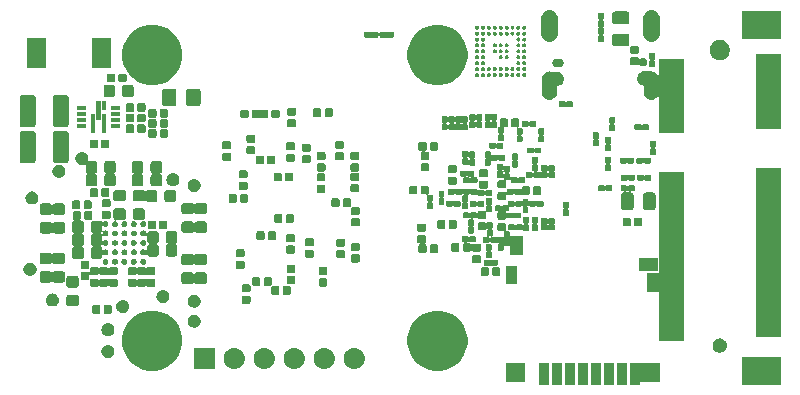
<source format=gbs>
G04 #@! TF.GenerationSoftware,KiCad,Pcbnew,(5.1.2-1)-1*
G04 #@! TF.CreationDate,2019-11-23T20:06:00-08:00*
G04 #@! TF.ProjectId,mxenc,6d78656e-632e-46b6-9963-61645f706362,rev?*
G04 #@! TF.SameCoordinates,Original*
G04 #@! TF.FileFunction,Soldermask,Bot*
G04 #@! TF.FilePolarity,Negative*
%FSLAX46Y46*%
G04 Gerber Fmt 4.6, Leading zero omitted, Abs format (unit mm)*
G04 Created by KiCad (PCBNEW (5.1.2-1)-1) date 2019-11-23 20:06:00*
%MOMM*%
%LPD*%
G04 APERTURE LIST*
%ADD10C,0.100000*%
G04 APERTURE END LIST*
D10*
G36*
X206650800Y-120850800D02*
G01*
X203349200Y-120850800D01*
X203349200Y-118449200D01*
X206650800Y-118449200D01*
X206650800Y-120850800D01*
X206650800Y-120850800D01*
G37*
G36*
X188126395Y-120815290D02*
G01*
X187323605Y-120815290D01*
X187323605Y-118960710D01*
X188126395Y-118960710D01*
X188126395Y-120815290D01*
X188126395Y-120815290D01*
G37*
G36*
X194777126Y-118961740D02*
G01*
X196426260Y-118961740D01*
X196426260Y-120564260D01*
X194777126Y-120564260D01*
X194767216Y-120565236D01*
X194757686Y-120568127D01*
X194748904Y-120572821D01*
X194741206Y-120579139D01*
X194734888Y-120586837D01*
X194730194Y-120595619D01*
X194727303Y-120605149D01*
X194726327Y-120615059D01*
X194726327Y-120815120D01*
X193923673Y-120815120D01*
X193923673Y-118960880D01*
X194768394Y-118960880D01*
X194777126Y-118961740D01*
X194777126Y-118961740D01*
G37*
G36*
X191426291Y-120815030D02*
G01*
X190623709Y-120815030D01*
X190623709Y-118960970D01*
X191426291Y-118960970D01*
X191426291Y-120815030D01*
X191426291Y-120815030D01*
G37*
G36*
X190326235Y-120814890D02*
G01*
X189523765Y-120814890D01*
X189523765Y-118961110D01*
X190326235Y-118961110D01*
X190326235Y-120814890D01*
X190326235Y-120814890D01*
G37*
G36*
X193626155Y-120814685D02*
G01*
X192823845Y-120814685D01*
X192823845Y-118961315D01*
X193626155Y-118961315D01*
X193626155Y-120814685D01*
X193626155Y-120814685D01*
G37*
G36*
X189226121Y-120814605D02*
G01*
X188423879Y-120814605D01*
X188423879Y-118961395D01*
X189226121Y-118961395D01*
X189226121Y-120814605D01*
X189226121Y-120814605D01*
G37*
G36*
X187025888Y-120814020D02*
G01*
X186224112Y-120814020D01*
X186224112Y-118961980D01*
X187025888Y-118961980D01*
X187025888Y-120814020D01*
X187025888Y-120814020D01*
G37*
G36*
X192525887Y-120814015D02*
G01*
X191724113Y-120814015D01*
X191724113Y-118961985D01*
X192525887Y-118961985D01*
X192525887Y-120814015D01*
X192525887Y-120814015D01*
G37*
G36*
X184976700Y-120564700D02*
G01*
X183373300Y-120564700D01*
X183373300Y-118961300D01*
X184976700Y-118961300D01*
X184976700Y-120564700D01*
X184976700Y-120564700D01*
G37*
G36*
X178344041Y-114647226D02*
G01*
X178808257Y-114839510D01*
X179226042Y-115118665D01*
X179581335Y-115473958D01*
X179860490Y-115891743D01*
X180052774Y-116355959D01*
X180150800Y-116848768D01*
X180150800Y-117351232D01*
X180052774Y-117844041D01*
X179860490Y-118308257D01*
X179581335Y-118726042D01*
X179226042Y-119081335D01*
X178808257Y-119360490D01*
X178344041Y-119552774D01*
X177851232Y-119650800D01*
X177348768Y-119650800D01*
X176855959Y-119552774D01*
X176391743Y-119360490D01*
X175973958Y-119081335D01*
X175618665Y-118726042D01*
X175339510Y-118308257D01*
X175147226Y-117844041D01*
X175049200Y-117351232D01*
X175049200Y-116848768D01*
X175147226Y-116355959D01*
X175339510Y-115891743D01*
X175618665Y-115473958D01*
X175973958Y-115118665D01*
X176391743Y-114839510D01*
X176855959Y-114647226D01*
X177348768Y-114549200D01*
X177851232Y-114549200D01*
X178344041Y-114647226D01*
X178344041Y-114647226D01*
G37*
G36*
X154194041Y-114647226D02*
G01*
X154658257Y-114839510D01*
X155076042Y-115118665D01*
X155431335Y-115473958D01*
X155710490Y-115891743D01*
X155902774Y-116355959D01*
X156000800Y-116848768D01*
X156000800Y-117351232D01*
X155902774Y-117844041D01*
X155710490Y-118308257D01*
X155431335Y-118726042D01*
X155076042Y-119081335D01*
X154658257Y-119360490D01*
X154194041Y-119552774D01*
X153701232Y-119650800D01*
X153198768Y-119650800D01*
X152705959Y-119552774D01*
X152241743Y-119360490D01*
X151823958Y-119081335D01*
X151468665Y-118726042D01*
X151189510Y-118308257D01*
X150997226Y-117844041D01*
X150899200Y-117351232D01*
X150899200Y-116848768D01*
X150997226Y-116355959D01*
X151189510Y-115891743D01*
X151468665Y-115473958D01*
X151823958Y-115118665D01*
X152241743Y-114839510D01*
X152705959Y-114647226D01*
X153198768Y-114549200D01*
X153701232Y-114549200D01*
X154194041Y-114647226D01*
X154194041Y-114647226D01*
G37*
G36*
X163106584Y-117712233D02*
G01*
X163106587Y-117712234D01*
X163106588Y-117712234D01*
X163276389Y-117763743D01*
X163315378Y-117784583D01*
X163432881Y-117847389D01*
X163570044Y-117959956D01*
X163682611Y-118097119D01*
X163716575Y-118160662D01*
X163766257Y-118253611D01*
X163795834Y-118351114D01*
X163817767Y-118423416D01*
X163835159Y-118600000D01*
X163817767Y-118776584D01*
X163817766Y-118776587D01*
X163817766Y-118776588D01*
X163766257Y-118946389D01*
X163740883Y-118993861D01*
X163682611Y-119102881D01*
X163570044Y-119240044D01*
X163432881Y-119352611D01*
X163323861Y-119410883D01*
X163276389Y-119436257D01*
X163106588Y-119487766D01*
X163106587Y-119487766D01*
X163106584Y-119487767D01*
X162974255Y-119500800D01*
X162885745Y-119500800D01*
X162753416Y-119487767D01*
X162753413Y-119487766D01*
X162753412Y-119487766D01*
X162583611Y-119436257D01*
X162536139Y-119410883D01*
X162427119Y-119352611D01*
X162289956Y-119240044D01*
X162177389Y-119102881D01*
X162119117Y-118993861D01*
X162093743Y-118946389D01*
X162042234Y-118776588D01*
X162042234Y-118776587D01*
X162042233Y-118776584D01*
X162024841Y-118600000D01*
X162042233Y-118423416D01*
X162064166Y-118351114D01*
X162093743Y-118253611D01*
X162143425Y-118160662D01*
X162177389Y-118097119D01*
X162289956Y-117959956D01*
X162427119Y-117847389D01*
X162544622Y-117784583D01*
X162583611Y-117763743D01*
X162753412Y-117712234D01*
X162753413Y-117712234D01*
X162753416Y-117712233D01*
X162885745Y-117699200D01*
X162974255Y-117699200D01*
X163106584Y-117712233D01*
X163106584Y-117712233D01*
G37*
G36*
X160566584Y-117712233D02*
G01*
X160566587Y-117712234D01*
X160566588Y-117712234D01*
X160736389Y-117763743D01*
X160775378Y-117784583D01*
X160892881Y-117847389D01*
X161030044Y-117959956D01*
X161142611Y-118097119D01*
X161176575Y-118160662D01*
X161226257Y-118253611D01*
X161255834Y-118351114D01*
X161277767Y-118423416D01*
X161295159Y-118600000D01*
X161277767Y-118776584D01*
X161277766Y-118776587D01*
X161277766Y-118776588D01*
X161226257Y-118946389D01*
X161200883Y-118993861D01*
X161142611Y-119102881D01*
X161030044Y-119240044D01*
X160892881Y-119352611D01*
X160783861Y-119410883D01*
X160736389Y-119436257D01*
X160566588Y-119487766D01*
X160566587Y-119487766D01*
X160566584Y-119487767D01*
X160434255Y-119500800D01*
X160345745Y-119500800D01*
X160213416Y-119487767D01*
X160213413Y-119487766D01*
X160213412Y-119487766D01*
X160043611Y-119436257D01*
X159996139Y-119410883D01*
X159887119Y-119352611D01*
X159749956Y-119240044D01*
X159637389Y-119102881D01*
X159579117Y-118993861D01*
X159553743Y-118946389D01*
X159502234Y-118776588D01*
X159502234Y-118776587D01*
X159502233Y-118776584D01*
X159484841Y-118600000D01*
X159502233Y-118423416D01*
X159524166Y-118351114D01*
X159553743Y-118253611D01*
X159603425Y-118160662D01*
X159637389Y-118097119D01*
X159749956Y-117959956D01*
X159887119Y-117847389D01*
X160004622Y-117784583D01*
X160043611Y-117763743D01*
X160213412Y-117712234D01*
X160213413Y-117712234D01*
X160213416Y-117712233D01*
X160345745Y-117699200D01*
X160434255Y-117699200D01*
X160566584Y-117712233D01*
X160566584Y-117712233D01*
G37*
G36*
X158750800Y-119500800D02*
G01*
X156949200Y-119500800D01*
X156949200Y-117699200D01*
X158750800Y-117699200D01*
X158750800Y-119500800D01*
X158750800Y-119500800D01*
G37*
G36*
X168186584Y-117712233D02*
G01*
X168186587Y-117712234D01*
X168186588Y-117712234D01*
X168356389Y-117763743D01*
X168395378Y-117784583D01*
X168512881Y-117847389D01*
X168650044Y-117959956D01*
X168762611Y-118097119D01*
X168796575Y-118160662D01*
X168846257Y-118253611D01*
X168875834Y-118351114D01*
X168897767Y-118423416D01*
X168915159Y-118600000D01*
X168897767Y-118776584D01*
X168897766Y-118776587D01*
X168897766Y-118776588D01*
X168846257Y-118946389D01*
X168820883Y-118993861D01*
X168762611Y-119102881D01*
X168650044Y-119240044D01*
X168512881Y-119352611D01*
X168403861Y-119410883D01*
X168356389Y-119436257D01*
X168186588Y-119487766D01*
X168186587Y-119487766D01*
X168186584Y-119487767D01*
X168054255Y-119500800D01*
X167965745Y-119500800D01*
X167833416Y-119487767D01*
X167833413Y-119487766D01*
X167833412Y-119487766D01*
X167663611Y-119436257D01*
X167616139Y-119410883D01*
X167507119Y-119352611D01*
X167369956Y-119240044D01*
X167257389Y-119102881D01*
X167199117Y-118993861D01*
X167173743Y-118946389D01*
X167122234Y-118776588D01*
X167122234Y-118776587D01*
X167122233Y-118776584D01*
X167104841Y-118600000D01*
X167122233Y-118423416D01*
X167144166Y-118351114D01*
X167173743Y-118253611D01*
X167223425Y-118160662D01*
X167257389Y-118097119D01*
X167369956Y-117959956D01*
X167507119Y-117847389D01*
X167624622Y-117784583D01*
X167663611Y-117763743D01*
X167833412Y-117712234D01*
X167833413Y-117712234D01*
X167833416Y-117712233D01*
X167965745Y-117699200D01*
X168054255Y-117699200D01*
X168186584Y-117712233D01*
X168186584Y-117712233D01*
G37*
G36*
X165646584Y-117712233D02*
G01*
X165646587Y-117712234D01*
X165646588Y-117712234D01*
X165816389Y-117763743D01*
X165855378Y-117784583D01*
X165972881Y-117847389D01*
X166110044Y-117959956D01*
X166222611Y-118097119D01*
X166256575Y-118160662D01*
X166306257Y-118253611D01*
X166335834Y-118351114D01*
X166357767Y-118423416D01*
X166375159Y-118600000D01*
X166357767Y-118776584D01*
X166357766Y-118776587D01*
X166357766Y-118776588D01*
X166306257Y-118946389D01*
X166280883Y-118993861D01*
X166222611Y-119102881D01*
X166110044Y-119240044D01*
X165972881Y-119352611D01*
X165863861Y-119410883D01*
X165816389Y-119436257D01*
X165646588Y-119487766D01*
X165646587Y-119487766D01*
X165646584Y-119487767D01*
X165514255Y-119500800D01*
X165425745Y-119500800D01*
X165293416Y-119487767D01*
X165293413Y-119487766D01*
X165293412Y-119487766D01*
X165123611Y-119436257D01*
X165076139Y-119410883D01*
X164967119Y-119352611D01*
X164829956Y-119240044D01*
X164717389Y-119102881D01*
X164659117Y-118993861D01*
X164633743Y-118946389D01*
X164582234Y-118776588D01*
X164582234Y-118776587D01*
X164582233Y-118776584D01*
X164564841Y-118600000D01*
X164582233Y-118423416D01*
X164604166Y-118351114D01*
X164633743Y-118253611D01*
X164683425Y-118160662D01*
X164717389Y-118097119D01*
X164829956Y-117959956D01*
X164967119Y-117847389D01*
X165084622Y-117784583D01*
X165123611Y-117763743D01*
X165293412Y-117712234D01*
X165293413Y-117712234D01*
X165293416Y-117712233D01*
X165425745Y-117699200D01*
X165514255Y-117699200D01*
X165646584Y-117712233D01*
X165646584Y-117712233D01*
G37*
G36*
X170726584Y-117712233D02*
G01*
X170726587Y-117712234D01*
X170726588Y-117712234D01*
X170896389Y-117763743D01*
X170935378Y-117784583D01*
X171052881Y-117847389D01*
X171190044Y-117959956D01*
X171302611Y-118097119D01*
X171336575Y-118160662D01*
X171386257Y-118253611D01*
X171415834Y-118351114D01*
X171437767Y-118423416D01*
X171455159Y-118600000D01*
X171437767Y-118776584D01*
X171437766Y-118776587D01*
X171437766Y-118776588D01*
X171386257Y-118946389D01*
X171360883Y-118993861D01*
X171302611Y-119102881D01*
X171190044Y-119240044D01*
X171052881Y-119352611D01*
X170943861Y-119410883D01*
X170896389Y-119436257D01*
X170726588Y-119487766D01*
X170726587Y-119487766D01*
X170726584Y-119487767D01*
X170594255Y-119500800D01*
X170505745Y-119500800D01*
X170373416Y-119487767D01*
X170373413Y-119487766D01*
X170373412Y-119487766D01*
X170203611Y-119436257D01*
X170156139Y-119410883D01*
X170047119Y-119352611D01*
X169909956Y-119240044D01*
X169797389Y-119102881D01*
X169739117Y-118993861D01*
X169713743Y-118946389D01*
X169662234Y-118776588D01*
X169662234Y-118776587D01*
X169662233Y-118776584D01*
X169644841Y-118600000D01*
X169662233Y-118423416D01*
X169684166Y-118351114D01*
X169713743Y-118253611D01*
X169763425Y-118160662D01*
X169797389Y-118097119D01*
X169909956Y-117959956D01*
X170047119Y-117847389D01*
X170164622Y-117784583D01*
X170203611Y-117763743D01*
X170373412Y-117712234D01*
X170373413Y-117712234D01*
X170373416Y-117712233D01*
X170505745Y-117699200D01*
X170594255Y-117699200D01*
X170726584Y-117712233D01*
X170726584Y-117712233D01*
G37*
G36*
X149860663Y-117470367D02*
G01*
X149960902Y-117511887D01*
X150051116Y-117572166D01*
X150127834Y-117648884D01*
X150188113Y-117739098D01*
X150229633Y-117839337D01*
X150250800Y-117945751D01*
X150250800Y-118054249D01*
X150229633Y-118160663D01*
X150188113Y-118260902D01*
X150127834Y-118351116D01*
X150051116Y-118427834D01*
X149960902Y-118488113D01*
X149860663Y-118529633D01*
X149754249Y-118550800D01*
X149645751Y-118550800D01*
X149539337Y-118529633D01*
X149439098Y-118488113D01*
X149348884Y-118427834D01*
X149272166Y-118351116D01*
X149211887Y-118260902D01*
X149170367Y-118160663D01*
X149149200Y-118054249D01*
X149149200Y-117945751D01*
X149170367Y-117839337D01*
X149211887Y-117739098D01*
X149272166Y-117648884D01*
X149348884Y-117572166D01*
X149439098Y-117511887D01*
X149539337Y-117470367D01*
X149645751Y-117449200D01*
X149754249Y-117449200D01*
X149860663Y-117470367D01*
X149860663Y-117470367D01*
G37*
G36*
X201675247Y-116922288D02*
G01*
X201784583Y-116967576D01*
X201784586Y-116967578D01*
X201882988Y-117033328D01*
X201966672Y-117117012D01*
X201989248Y-117150800D01*
X202032424Y-117215417D01*
X202077712Y-117324753D01*
X202100800Y-117440826D01*
X202100800Y-117559174D01*
X202077712Y-117675247D01*
X202032424Y-117784583D01*
X202032422Y-117784586D01*
X201966672Y-117882988D01*
X201882988Y-117966672D01*
X201784586Y-118032422D01*
X201784583Y-118032424D01*
X201675247Y-118077712D01*
X201559174Y-118100800D01*
X201440826Y-118100800D01*
X201324753Y-118077712D01*
X201215417Y-118032424D01*
X201215414Y-118032422D01*
X201117012Y-117966672D01*
X201033328Y-117882988D01*
X200967578Y-117784586D01*
X200967576Y-117784583D01*
X200922288Y-117675247D01*
X200899200Y-117559174D01*
X200899200Y-117440826D01*
X200922288Y-117324753D01*
X200967576Y-117215417D01*
X201010752Y-117150800D01*
X201033328Y-117117012D01*
X201117012Y-117033328D01*
X201215414Y-116967578D01*
X201215417Y-116967576D01*
X201324753Y-116922288D01*
X201440826Y-116899200D01*
X201559174Y-116899200D01*
X201675247Y-116922288D01*
X201675247Y-116922288D01*
G37*
G36*
X198450801Y-117150800D02*
G01*
X196349201Y-117150800D01*
X196349201Y-113015149D01*
X196348225Y-113005239D01*
X196345334Y-112995709D01*
X196340640Y-112986927D01*
X196334322Y-112979229D01*
X196326624Y-112972911D01*
X196317842Y-112968217D01*
X196308312Y-112965326D01*
X196298402Y-112964350D01*
X195348908Y-112964350D01*
X195348908Y-111361650D01*
X196298402Y-111361650D01*
X196308312Y-111360674D01*
X196317842Y-111357783D01*
X196326624Y-111353089D01*
X196334322Y-111346771D01*
X196340640Y-111339073D01*
X196345334Y-111330291D01*
X196348225Y-111320761D01*
X196349201Y-111310851D01*
X196349201Y-102849200D01*
X198450801Y-102849200D01*
X198450801Y-117150800D01*
X198450801Y-117150800D01*
G37*
G36*
X206650799Y-113598401D02*
G01*
X206650800Y-113598411D01*
X206650800Y-114401589D01*
X206650799Y-114401599D01*
X206650799Y-116750800D01*
X204549199Y-116750800D01*
X204549199Y-114398411D01*
X204549200Y-114398401D01*
X204549200Y-113601599D01*
X204549199Y-113601589D01*
X204549199Y-102449200D01*
X206650799Y-102449200D01*
X206650799Y-113598401D01*
X206650799Y-113598401D01*
G37*
G36*
X149860663Y-115620367D02*
G01*
X149960902Y-115661887D01*
X150051116Y-115722166D01*
X150127834Y-115798884D01*
X150188113Y-115889098D01*
X150229633Y-115989337D01*
X150250800Y-116095751D01*
X150250800Y-116204249D01*
X150229633Y-116310663D01*
X150188113Y-116410902D01*
X150127834Y-116501116D01*
X150051116Y-116577834D01*
X149960902Y-116638113D01*
X149860663Y-116679633D01*
X149754249Y-116700800D01*
X149645751Y-116700800D01*
X149539337Y-116679633D01*
X149439098Y-116638113D01*
X149348884Y-116577834D01*
X149272166Y-116501116D01*
X149211887Y-116410902D01*
X149170367Y-116310663D01*
X149149200Y-116204249D01*
X149149200Y-116095751D01*
X149170367Y-115989337D01*
X149211887Y-115889098D01*
X149272166Y-115798884D01*
X149348884Y-115722166D01*
X149439098Y-115661887D01*
X149539337Y-115620367D01*
X149645751Y-115599200D01*
X149754249Y-115599200D01*
X149860663Y-115620367D01*
X149860663Y-115620367D01*
G37*
G36*
X157160663Y-114920367D02*
G01*
X157260902Y-114961887D01*
X157351116Y-115022166D01*
X157427834Y-115098884D01*
X157488113Y-115189098D01*
X157529633Y-115289337D01*
X157550800Y-115395751D01*
X157550800Y-115504249D01*
X157529633Y-115610663D01*
X157488113Y-115710902D01*
X157427834Y-115801116D01*
X157351116Y-115877834D01*
X157260902Y-115938113D01*
X157160663Y-115979633D01*
X157054249Y-116000800D01*
X156945751Y-116000800D01*
X156839337Y-115979633D01*
X156739098Y-115938113D01*
X156648884Y-115877834D01*
X156572166Y-115801116D01*
X156511887Y-115710902D01*
X156470367Y-115610663D01*
X156449200Y-115504249D01*
X156449200Y-115395751D01*
X156470367Y-115289337D01*
X156511887Y-115189098D01*
X156572166Y-115098884D01*
X156648884Y-115022166D01*
X156739098Y-114961887D01*
X156839337Y-114920367D01*
X156945751Y-114899200D01*
X157054249Y-114899200D01*
X157160663Y-114920367D01*
X157160663Y-114920367D01*
G37*
G36*
X148942027Y-114082275D02*
G01*
X148969650Y-114090654D01*
X148995113Y-114104264D01*
X149017425Y-114122575D01*
X149035736Y-114144887D01*
X149049346Y-114170350D01*
X149057725Y-114197973D01*
X149060800Y-114229191D01*
X149060800Y-114670809D01*
X149057725Y-114702027D01*
X149049346Y-114729650D01*
X149035736Y-114755113D01*
X149017425Y-114777425D01*
X148995113Y-114795736D01*
X148969650Y-114809346D01*
X148942027Y-114817725D01*
X148910809Y-114820800D01*
X148519191Y-114820800D01*
X148487973Y-114817725D01*
X148460350Y-114809346D01*
X148434887Y-114795736D01*
X148412575Y-114777425D01*
X148394264Y-114755113D01*
X148380654Y-114729650D01*
X148372275Y-114702027D01*
X148369200Y-114670809D01*
X148369200Y-114229191D01*
X148372275Y-114197973D01*
X148380654Y-114170350D01*
X148394264Y-114144887D01*
X148412575Y-114122575D01*
X148434887Y-114104264D01*
X148460350Y-114090654D01*
X148487973Y-114082275D01*
X148519191Y-114079200D01*
X148910809Y-114079200D01*
X148942027Y-114082275D01*
X148942027Y-114082275D01*
G37*
G36*
X149912027Y-114082275D02*
G01*
X149939650Y-114090654D01*
X149965113Y-114104264D01*
X149987425Y-114122575D01*
X150005736Y-114144887D01*
X150019346Y-114170350D01*
X150027725Y-114197973D01*
X150030800Y-114229191D01*
X150030800Y-114670809D01*
X150027725Y-114702027D01*
X150019346Y-114729650D01*
X150005736Y-114755113D01*
X149987425Y-114777425D01*
X149965113Y-114795736D01*
X149939650Y-114809346D01*
X149912027Y-114817725D01*
X149880809Y-114820800D01*
X149489191Y-114820800D01*
X149457973Y-114817725D01*
X149430350Y-114809346D01*
X149404887Y-114795736D01*
X149382575Y-114777425D01*
X149364264Y-114755113D01*
X149350654Y-114729650D01*
X149342275Y-114702027D01*
X149339200Y-114670809D01*
X149339200Y-114229191D01*
X149342275Y-114197973D01*
X149350654Y-114170350D01*
X149364264Y-114144887D01*
X149382575Y-114122575D01*
X149404887Y-114104264D01*
X149430350Y-114090654D01*
X149457973Y-114082275D01*
X149489191Y-114079200D01*
X149880809Y-114079200D01*
X149912027Y-114082275D01*
X149912027Y-114082275D01*
G37*
G36*
X151110663Y-113670367D02*
G01*
X151210902Y-113711887D01*
X151301116Y-113772166D01*
X151377834Y-113848884D01*
X151438113Y-113939098D01*
X151479633Y-114039337D01*
X151500800Y-114145751D01*
X151500800Y-114254249D01*
X151479633Y-114360663D01*
X151438113Y-114460902D01*
X151377834Y-114551116D01*
X151301116Y-114627834D01*
X151210902Y-114688113D01*
X151110663Y-114729633D01*
X151004249Y-114750800D01*
X150895751Y-114750800D01*
X150789337Y-114729633D01*
X150689098Y-114688113D01*
X150598884Y-114627834D01*
X150522166Y-114551116D01*
X150461887Y-114460902D01*
X150420367Y-114360663D01*
X150399200Y-114254249D01*
X150399200Y-114145751D01*
X150420367Y-114039337D01*
X150461887Y-113939098D01*
X150522166Y-113848884D01*
X150598884Y-113772166D01*
X150689098Y-113711887D01*
X150789337Y-113670367D01*
X150895751Y-113649200D01*
X151004249Y-113649200D01*
X151110663Y-113670367D01*
X151110663Y-113670367D01*
G37*
G36*
X157160663Y-113220367D02*
G01*
X157260902Y-113261887D01*
X157351116Y-113322166D01*
X157427834Y-113398884D01*
X157488113Y-113489098D01*
X157529633Y-113589337D01*
X157550800Y-113695751D01*
X157550800Y-113804249D01*
X157529633Y-113910663D01*
X157488113Y-114010902D01*
X157427834Y-114101116D01*
X157351116Y-114177834D01*
X157260902Y-114238113D01*
X157160663Y-114279633D01*
X157054249Y-114300800D01*
X156945751Y-114300800D01*
X156839337Y-114279633D01*
X156739098Y-114238113D01*
X156648884Y-114177834D01*
X156572166Y-114101116D01*
X156511887Y-114010902D01*
X156470367Y-113910663D01*
X156449200Y-113804249D01*
X156449200Y-113695751D01*
X156470367Y-113589337D01*
X156511887Y-113489098D01*
X156572166Y-113398884D01*
X156648884Y-113322166D01*
X156739098Y-113261887D01*
X156839337Y-113220367D01*
X156945751Y-113199200D01*
X157054249Y-113199200D01*
X157160663Y-113220367D01*
X157160663Y-113220367D01*
G37*
G36*
X145160663Y-113120367D02*
G01*
X145260902Y-113161887D01*
X145351116Y-113222166D01*
X145427834Y-113298884D01*
X145488113Y-113389098D01*
X145529633Y-113489337D01*
X145550800Y-113595751D01*
X145550800Y-113704249D01*
X145529633Y-113810663D01*
X145488113Y-113910902D01*
X145427834Y-114001116D01*
X145351116Y-114077834D01*
X145260902Y-114138113D01*
X145160663Y-114179633D01*
X145054249Y-114200800D01*
X144945751Y-114200800D01*
X144839337Y-114179633D01*
X144739098Y-114138113D01*
X144648884Y-114077834D01*
X144572166Y-114001116D01*
X144511887Y-113910902D01*
X144470367Y-113810663D01*
X144449200Y-113704249D01*
X144449200Y-113595751D01*
X144470367Y-113489337D01*
X144511887Y-113389098D01*
X144572166Y-113298884D01*
X144648884Y-113222166D01*
X144739098Y-113161887D01*
X144839337Y-113120367D01*
X144945751Y-113099200D01*
X145054249Y-113099200D01*
X145160663Y-113120367D01*
X145160663Y-113120367D01*
G37*
G36*
X147049674Y-113203643D02*
G01*
X147090667Y-113216078D01*
X147128448Y-113236273D01*
X147161556Y-113263444D01*
X147188727Y-113296552D01*
X147208922Y-113334333D01*
X147221357Y-113375326D01*
X147225800Y-113420441D01*
X147225800Y-113954559D01*
X147221357Y-113999674D01*
X147208922Y-114040667D01*
X147188727Y-114078448D01*
X147161556Y-114111556D01*
X147128448Y-114138727D01*
X147090667Y-114158922D01*
X147049674Y-114171357D01*
X147004559Y-114175800D01*
X146395441Y-114175800D01*
X146350326Y-114171357D01*
X146309333Y-114158922D01*
X146271552Y-114138727D01*
X146238444Y-114111556D01*
X146211273Y-114078448D01*
X146191078Y-114040667D01*
X146178643Y-113999674D01*
X146174200Y-113954559D01*
X146174200Y-113420441D01*
X146178643Y-113375326D01*
X146191078Y-113334333D01*
X146211273Y-113296552D01*
X146238444Y-113263444D01*
X146271552Y-113236273D01*
X146309333Y-113216078D01*
X146350326Y-113203643D01*
X146395441Y-113199200D01*
X147004559Y-113199200D01*
X147049674Y-113203643D01*
X147049674Y-113203643D01*
G37*
G36*
X161652027Y-113292275D02*
G01*
X161679650Y-113300654D01*
X161705113Y-113314264D01*
X161727425Y-113332575D01*
X161745736Y-113354887D01*
X161759346Y-113380350D01*
X161767725Y-113407973D01*
X161770800Y-113439191D01*
X161770800Y-113830809D01*
X161767725Y-113862027D01*
X161759346Y-113889650D01*
X161745736Y-113915113D01*
X161727425Y-113937425D01*
X161705113Y-113955736D01*
X161679650Y-113969346D01*
X161652027Y-113977725D01*
X161620809Y-113980800D01*
X161179191Y-113980800D01*
X161147973Y-113977725D01*
X161120350Y-113969346D01*
X161094887Y-113955736D01*
X161072575Y-113937425D01*
X161054264Y-113915113D01*
X161040654Y-113889650D01*
X161032275Y-113862027D01*
X161029200Y-113830809D01*
X161029200Y-113439191D01*
X161032275Y-113407973D01*
X161040654Y-113380350D01*
X161054264Y-113354887D01*
X161072575Y-113332575D01*
X161094887Y-113314264D01*
X161120350Y-113300654D01*
X161147973Y-113292275D01*
X161179191Y-113289200D01*
X161620809Y-113289200D01*
X161652027Y-113292275D01*
X161652027Y-113292275D01*
G37*
G36*
X154510663Y-112820367D02*
G01*
X154610902Y-112861887D01*
X154701116Y-112922166D01*
X154777834Y-112998884D01*
X154838113Y-113089098D01*
X154879633Y-113189337D01*
X154900800Y-113295751D01*
X154900800Y-113404249D01*
X154879633Y-113510663D01*
X154838113Y-113610902D01*
X154777834Y-113701116D01*
X154701116Y-113777834D01*
X154610902Y-113838113D01*
X154510663Y-113879633D01*
X154404249Y-113900800D01*
X154295751Y-113900800D01*
X154189337Y-113879633D01*
X154089098Y-113838113D01*
X153998884Y-113777834D01*
X153922166Y-113701116D01*
X153861887Y-113610902D01*
X153820367Y-113510663D01*
X153799200Y-113404249D01*
X153799200Y-113295751D01*
X153820367Y-113189337D01*
X153861887Y-113089098D01*
X153922166Y-112998884D01*
X153998884Y-112922166D01*
X154089098Y-112861887D01*
X154189337Y-112820367D01*
X154295751Y-112799200D01*
X154404249Y-112799200D01*
X154510663Y-112820367D01*
X154510663Y-112820367D01*
G37*
G36*
X165062027Y-112482275D02*
G01*
X165089650Y-112490654D01*
X165115113Y-112504264D01*
X165137425Y-112522575D01*
X165155736Y-112544887D01*
X165169346Y-112570350D01*
X165177725Y-112597973D01*
X165180800Y-112629191D01*
X165180800Y-113070809D01*
X165177725Y-113102027D01*
X165169346Y-113129650D01*
X165155736Y-113155113D01*
X165137425Y-113177425D01*
X165115113Y-113195736D01*
X165089650Y-113209346D01*
X165062027Y-113217725D01*
X165030809Y-113220800D01*
X164639191Y-113220800D01*
X164607973Y-113217725D01*
X164580350Y-113209346D01*
X164554887Y-113195736D01*
X164532575Y-113177425D01*
X164514264Y-113155113D01*
X164500654Y-113129650D01*
X164492275Y-113102027D01*
X164489200Y-113070809D01*
X164489200Y-112629191D01*
X164492275Y-112597973D01*
X164500654Y-112570350D01*
X164514264Y-112544887D01*
X164532575Y-112522575D01*
X164554887Y-112504264D01*
X164580350Y-112490654D01*
X164607973Y-112482275D01*
X164639191Y-112479200D01*
X165030809Y-112479200D01*
X165062027Y-112482275D01*
X165062027Y-112482275D01*
G37*
G36*
X164092027Y-112482275D02*
G01*
X164119650Y-112490654D01*
X164145113Y-112504264D01*
X164167425Y-112522575D01*
X164185736Y-112544887D01*
X164199346Y-112570350D01*
X164207725Y-112597973D01*
X164210800Y-112629191D01*
X164210800Y-113070809D01*
X164207725Y-113102027D01*
X164199346Y-113129650D01*
X164185736Y-113155113D01*
X164167425Y-113177425D01*
X164145113Y-113195736D01*
X164119650Y-113209346D01*
X164092027Y-113217725D01*
X164060809Y-113220800D01*
X163669191Y-113220800D01*
X163637973Y-113217725D01*
X163610350Y-113209346D01*
X163584887Y-113195736D01*
X163562575Y-113177425D01*
X163544264Y-113155113D01*
X163530654Y-113129650D01*
X163522275Y-113102027D01*
X163519200Y-113070809D01*
X163519200Y-112629191D01*
X163522275Y-112597973D01*
X163530654Y-112570350D01*
X163544264Y-112544887D01*
X163549992Y-112537907D01*
X163555524Y-112529627D01*
X163559335Y-112520427D01*
X163561278Y-112510660D01*
X163561277Y-112500701D01*
X163559334Y-112490934D01*
X163555752Y-112482287D01*
X163557052Y-112483587D01*
X163565332Y-112489119D01*
X163574532Y-112492930D01*
X163584299Y-112494873D01*
X163594258Y-112494872D01*
X163604025Y-112492929D01*
X163607232Y-112491600D01*
X163637973Y-112482275D01*
X163669191Y-112479200D01*
X164060809Y-112479200D01*
X164092027Y-112482275D01*
X164092027Y-112482275D01*
G37*
G36*
X161652027Y-112322275D02*
G01*
X161679650Y-112330654D01*
X161705113Y-112344264D01*
X161727425Y-112362575D01*
X161745736Y-112384887D01*
X161759346Y-112410350D01*
X161767725Y-112437973D01*
X161770800Y-112469191D01*
X161770800Y-112860809D01*
X161767725Y-112892027D01*
X161759346Y-112919650D01*
X161745736Y-112945113D01*
X161727425Y-112967425D01*
X161705113Y-112985736D01*
X161679650Y-112999346D01*
X161652027Y-113007725D01*
X161620809Y-113010800D01*
X161179191Y-113010800D01*
X161147973Y-113007725D01*
X161120350Y-112999346D01*
X161094887Y-112985736D01*
X161072575Y-112967425D01*
X161054264Y-112945113D01*
X161040654Y-112919650D01*
X161032275Y-112892027D01*
X161029200Y-112860809D01*
X161029200Y-112469191D01*
X161032275Y-112437973D01*
X161040654Y-112410350D01*
X161054264Y-112384887D01*
X161072575Y-112362575D01*
X161094887Y-112344264D01*
X161120350Y-112330654D01*
X161147973Y-112322275D01*
X161179191Y-112319200D01*
X161620809Y-112319200D01*
X161652027Y-112322275D01*
X161652027Y-112322275D01*
G37*
G36*
X147049674Y-111628643D02*
G01*
X147090667Y-111641078D01*
X147128448Y-111661273D01*
X147161556Y-111688444D01*
X147188727Y-111721552D01*
X147208922Y-111759333D01*
X147221357Y-111800326D01*
X147225800Y-111845441D01*
X147225800Y-112379559D01*
X147221357Y-112424674D01*
X147208922Y-112465667D01*
X147188727Y-112503448D01*
X147161556Y-112536556D01*
X147128448Y-112563727D01*
X147090667Y-112583922D01*
X147049674Y-112596357D01*
X147004559Y-112600800D01*
X146395441Y-112600800D01*
X146350326Y-112596357D01*
X146309333Y-112583922D01*
X146271552Y-112563727D01*
X146238444Y-112536556D01*
X146211273Y-112503448D01*
X146191078Y-112465667D01*
X146178643Y-112424674D01*
X146174200Y-112379559D01*
X146174200Y-111845441D01*
X146178643Y-111800326D01*
X146191078Y-111759333D01*
X146211273Y-111721552D01*
X146238444Y-111688444D01*
X146271552Y-111661273D01*
X146309333Y-111641078D01*
X146350326Y-111628643D01*
X146395441Y-111624200D01*
X147004559Y-111624200D01*
X147049674Y-111628643D01*
X147049674Y-111628643D01*
G37*
G36*
X152002027Y-111842275D02*
G01*
X152029650Y-111850654D01*
X152055113Y-111864264D01*
X152077425Y-111882575D01*
X152095736Y-111904887D01*
X152105199Y-111922591D01*
X152110732Y-111930871D01*
X152117773Y-111937913D01*
X152126053Y-111943446D01*
X152135254Y-111947257D01*
X152145021Y-111949199D01*
X152154979Y-111949199D01*
X152164746Y-111947257D01*
X152173946Y-111943446D01*
X152182226Y-111937913D01*
X152189268Y-111930872D01*
X152194801Y-111922591D01*
X152204264Y-111904887D01*
X152222575Y-111882575D01*
X152244887Y-111864264D01*
X152270350Y-111850654D01*
X152297973Y-111842275D01*
X152329191Y-111839200D01*
X152770809Y-111839200D01*
X152802027Y-111842275D01*
X152829650Y-111850654D01*
X152855113Y-111864264D01*
X152877425Y-111882575D01*
X152895736Y-111904887D01*
X152905199Y-111922591D01*
X152910732Y-111930871D01*
X152917773Y-111937913D01*
X152926053Y-111943446D01*
X152935254Y-111947257D01*
X152945021Y-111949199D01*
X152954979Y-111949199D01*
X152964746Y-111947257D01*
X152973946Y-111943446D01*
X152982226Y-111937913D01*
X152989268Y-111930872D01*
X152994801Y-111922591D01*
X153004264Y-111904887D01*
X153022575Y-111882575D01*
X153044887Y-111864264D01*
X153070350Y-111850654D01*
X153097973Y-111842275D01*
X153129191Y-111839200D01*
X153570809Y-111839200D01*
X153602027Y-111842275D01*
X153629650Y-111850654D01*
X153655113Y-111864264D01*
X153677425Y-111882575D01*
X153695736Y-111904887D01*
X153709346Y-111930350D01*
X153717725Y-111957973D01*
X153720800Y-111989191D01*
X153720800Y-112380809D01*
X153717725Y-112412027D01*
X153709346Y-112439650D01*
X153695736Y-112465113D01*
X153677425Y-112487425D01*
X153655113Y-112505736D01*
X153629650Y-112519346D01*
X153602027Y-112527725D01*
X153570809Y-112530800D01*
X153129191Y-112530800D01*
X153097973Y-112527725D01*
X153070350Y-112519346D01*
X153044887Y-112505736D01*
X153022575Y-112487425D01*
X153004264Y-112465113D01*
X152994801Y-112447409D01*
X152989268Y-112439129D01*
X152982227Y-112432087D01*
X152973947Y-112426554D01*
X152964746Y-112422743D01*
X152954979Y-112420801D01*
X152945021Y-112420801D01*
X152935254Y-112422743D01*
X152926054Y-112426554D01*
X152917774Y-112432087D01*
X152910732Y-112439128D01*
X152905199Y-112447409D01*
X152895736Y-112465113D01*
X152877425Y-112487425D01*
X152855113Y-112505736D01*
X152829650Y-112519346D01*
X152802027Y-112527725D01*
X152770809Y-112530800D01*
X152329191Y-112530800D01*
X152297973Y-112527725D01*
X152270350Y-112519346D01*
X152244887Y-112505736D01*
X152222575Y-112487425D01*
X152204264Y-112465113D01*
X152194801Y-112447409D01*
X152189268Y-112439129D01*
X152182227Y-112432087D01*
X152173947Y-112426554D01*
X152164746Y-112422743D01*
X152154979Y-112420801D01*
X152145021Y-112420801D01*
X152135254Y-112422743D01*
X152126054Y-112426554D01*
X152117774Y-112432087D01*
X152110732Y-112439128D01*
X152105199Y-112447409D01*
X152095736Y-112465113D01*
X152077425Y-112487425D01*
X152055113Y-112505736D01*
X152029650Y-112519346D01*
X152002027Y-112527725D01*
X151970809Y-112530800D01*
X151529191Y-112530800D01*
X151497973Y-112527725D01*
X151470350Y-112519346D01*
X151444887Y-112505736D01*
X151422575Y-112487425D01*
X151404264Y-112465113D01*
X151390654Y-112439650D01*
X151382275Y-112412027D01*
X151379200Y-112380809D01*
X151379200Y-111989191D01*
X151382275Y-111957973D01*
X151390654Y-111930350D01*
X151404264Y-111904887D01*
X151422575Y-111882575D01*
X151444887Y-111864264D01*
X151470350Y-111850654D01*
X151497973Y-111842275D01*
X151529191Y-111839200D01*
X151970809Y-111839200D01*
X152002027Y-111842275D01*
X152002027Y-111842275D01*
G37*
G36*
X148802027Y-111842275D02*
G01*
X148829650Y-111850654D01*
X148855113Y-111864264D01*
X148877425Y-111882575D01*
X148895736Y-111904887D01*
X148905199Y-111922591D01*
X148910732Y-111930871D01*
X148917773Y-111937913D01*
X148926053Y-111943446D01*
X148935254Y-111947257D01*
X148945021Y-111949199D01*
X148954979Y-111949199D01*
X148964746Y-111947257D01*
X148973946Y-111943446D01*
X148982226Y-111937913D01*
X148989268Y-111930872D01*
X148994801Y-111922591D01*
X149004264Y-111904887D01*
X149022575Y-111882575D01*
X149044887Y-111864264D01*
X149070350Y-111850654D01*
X149097973Y-111842275D01*
X149129191Y-111839200D01*
X149570809Y-111839200D01*
X149602027Y-111842275D01*
X149629650Y-111850654D01*
X149655113Y-111864264D01*
X149677425Y-111882575D01*
X149695736Y-111904887D01*
X149705199Y-111922591D01*
X149710732Y-111930871D01*
X149717773Y-111937913D01*
X149726053Y-111943446D01*
X149735254Y-111947257D01*
X149745021Y-111949199D01*
X149754979Y-111949199D01*
X149764746Y-111947257D01*
X149773946Y-111943446D01*
X149782226Y-111937913D01*
X149789268Y-111930872D01*
X149794801Y-111922591D01*
X149804264Y-111904887D01*
X149822575Y-111882575D01*
X149844887Y-111864264D01*
X149870350Y-111850654D01*
X149897973Y-111842275D01*
X149929191Y-111839200D01*
X150370809Y-111839200D01*
X150402027Y-111842275D01*
X150429650Y-111850654D01*
X150455113Y-111864264D01*
X150477425Y-111882575D01*
X150495736Y-111904887D01*
X150509346Y-111930350D01*
X150517725Y-111957973D01*
X150520800Y-111989191D01*
X150520800Y-112380809D01*
X150517725Y-112412027D01*
X150509346Y-112439650D01*
X150495736Y-112465113D01*
X150477425Y-112487425D01*
X150455113Y-112505736D01*
X150429650Y-112519346D01*
X150402027Y-112527725D01*
X150370809Y-112530800D01*
X149929191Y-112530800D01*
X149897973Y-112527725D01*
X149870350Y-112519346D01*
X149844887Y-112505736D01*
X149822575Y-112487425D01*
X149804264Y-112465113D01*
X149794801Y-112447409D01*
X149789268Y-112439129D01*
X149782227Y-112432087D01*
X149773947Y-112426554D01*
X149764746Y-112422743D01*
X149754979Y-112420801D01*
X149745021Y-112420801D01*
X149735254Y-112422743D01*
X149726054Y-112426554D01*
X149717774Y-112432087D01*
X149710732Y-112439128D01*
X149705199Y-112447409D01*
X149695736Y-112465113D01*
X149677425Y-112487425D01*
X149655113Y-112505736D01*
X149629650Y-112519346D01*
X149602027Y-112527725D01*
X149570809Y-112530800D01*
X149129191Y-112530800D01*
X149097973Y-112527725D01*
X149070350Y-112519346D01*
X149044887Y-112505736D01*
X149022575Y-112487425D01*
X149004264Y-112465113D01*
X148994801Y-112447409D01*
X148989268Y-112439129D01*
X148982227Y-112432087D01*
X148973947Y-112426554D01*
X148964746Y-112422743D01*
X148954979Y-112420801D01*
X148945021Y-112420801D01*
X148935254Y-112422743D01*
X148926054Y-112426554D01*
X148917774Y-112432087D01*
X148910732Y-112439128D01*
X148905199Y-112447409D01*
X148895736Y-112465113D01*
X148877425Y-112487425D01*
X148855113Y-112505736D01*
X148829650Y-112519346D01*
X148802027Y-112527725D01*
X148770809Y-112530800D01*
X148329191Y-112530800D01*
X148297973Y-112527725D01*
X148270350Y-112519346D01*
X148244887Y-112505736D01*
X148222575Y-112487425D01*
X148204264Y-112465113D01*
X148190654Y-112439650D01*
X148182275Y-112412027D01*
X148179200Y-112380809D01*
X148179200Y-111989192D01*
X148182460Y-111956093D01*
X148182460Y-111946135D01*
X148180518Y-111936368D01*
X148176707Y-111927168D01*
X148171543Y-111919440D01*
X148173073Y-111919440D01*
X148182840Y-111917498D01*
X148192040Y-111913687D01*
X148200320Y-111908154D01*
X148207362Y-111901112D01*
X148222575Y-111882575D01*
X148244887Y-111864264D01*
X148270350Y-111850654D01*
X148297973Y-111842275D01*
X148329191Y-111839200D01*
X148770809Y-111839200D01*
X148802027Y-111842275D01*
X148802027Y-111842275D01*
G37*
G36*
X168152027Y-111827275D02*
G01*
X168179650Y-111835654D01*
X168205113Y-111849264D01*
X168227425Y-111867575D01*
X168245736Y-111889887D01*
X168259346Y-111915350D01*
X168267725Y-111942973D01*
X168270800Y-111974191D01*
X168270800Y-112365809D01*
X168267725Y-112397027D01*
X168259346Y-112424650D01*
X168245736Y-112450113D01*
X168227425Y-112472425D01*
X168205113Y-112490736D01*
X168179650Y-112504346D01*
X168152027Y-112512725D01*
X168120809Y-112515800D01*
X167679191Y-112515800D01*
X167647973Y-112512725D01*
X167620350Y-112504346D01*
X167594887Y-112490736D01*
X167572575Y-112472425D01*
X167554264Y-112450113D01*
X167540654Y-112424650D01*
X167532275Y-112397027D01*
X167529200Y-112365809D01*
X167529200Y-111974191D01*
X167532275Y-111942973D01*
X167540654Y-111915350D01*
X167554264Y-111889887D01*
X167572575Y-111867575D01*
X167594887Y-111849264D01*
X167620350Y-111835654D01*
X167647973Y-111827275D01*
X167679191Y-111824200D01*
X168120809Y-111824200D01*
X168152027Y-111827275D01*
X168152027Y-111827275D01*
G37*
G36*
X162492027Y-111732275D02*
G01*
X162519650Y-111740654D01*
X162545113Y-111754264D01*
X162567425Y-111772575D01*
X162585736Y-111794887D01*
X162599346Y-111820350D01*
X162607725Y-111847973D01*
X162610800Y-111879191D01*
X162610800Y-112320809D01*
X162607725Y-112352027D01*
X162599346Y-112379650D01*
X162585736Y-112405113D01*
X162567425Y-112427425D01*
X162545113Y-112445736D01*
X162519650Y-112459346D01*
X162492027Y-112467725D01*
X162460809Y-112470800D01*
X162069191Y-112470800D01*
X162037973Y-112467725D01*
X162010350Y-112459346D01*
X161984887Y-112445736D01*
X161962575Y-112427425D01*
X161944264Y-112405113D01*
X161930654Y-112379650D01*
X161922275Y-112352027D01*
X161919200Y-112320809D01*
X161919200Y-111879191D01*
X161922275Y-111847973D01*
X161930654Y-111820350D01*
X161944264Y-111794887D01*
X161962575Y-111772575D01*
X161984887Y-111754264D01*
X162010350Y-111740654D01*
X162037973Y-111732275D01*
X162069191Y-111729200D01*
X162460809Y-111729200D01*
X162492027Y-111732275D01*
X162492027Y-111732275D01*
G37*
G36*
X163462027Y-111732275D02*
G01*
X163489650Y-111740654D01*
X163515113Y-111754264D01*
X163537425Y-111772575D01*
X163555736Y-111794887D01*
X163569346Y-111820350D01*
X163577725Y-111847973D01*
X163580800Y-111879191D01*
X163580800Y-112320809D01*
X163577725Y-112352027D01*
X163569346Y-112379650D01*
X163555736Y-112405113D01*
X163550008Y-112412093D01*
X163544476Y-112420373D01*
X163540665Y-112429573D01*
X163538722Y-112439340D01*
X163538723Y-112449299D01*
X163540666Y-112459066D01*
X163544248Y-112467713D01*
X163542948Y-112466413D01*
X163534668Y-112460881D01*
X163525468Y-112457070D01*
X163515701Y-112455127D01*
X163505742Y-112455128D01*
X163495975Y-112457071D01*
X163492768Y-112458400D01*
X163462027Y-112467725D01*
X163430809Y-112470800D01*
X163039191Y-112470800D01*
X163007973Y-112467725D01*
X162980350Y-112459346D01*
X162954887Y-112445736D01*
X162932575Y-112427425D01*
X162914264Y-112405113D01*
X162900654Y-112379650D01*
X162892275Y-112352027D01*
X162889200Y-112320809D01*
X162889200Y-111879191D01*
X162892275Y-111847973D01*
X162900654Y-111820350D01*
X162914264Y-111794887D01*
X162932575Y-111772575D01*
X162954887Y-111754264D01*
X162980350Y-111740654D01*
X163007973Y-111732275D01*
X163039191Y-111729200D01*
X163430809Y-111729200D01*
X163462027Y-111732275D01*
X163462027Y-111732275D01*
G37*
G36*
X165452027Y-111642275D02*
G01*
X165479650Y-111650654D01*
X165505113Y-111664264D01*
X165527425Y-111682575D01*
X165545736Y-111704887D01*
X165559346Y-111730350D01*
X165567725Y-111757973D01*
X165570800Y-111789191D01*
X165570800Y-112180809D01*
X165567725Y-112212027D01*
X165559346Y-112239650D01*
X165545736Y-112265113D01*
X165527425Y-112287425D01*
X165505113Y-112305736D01*
X165479650Y-112319346D01*
X165452027Y-112327725D01*
X165420809Y-112330800D01*
X164979191Y-112330800D01*
X164947973Y-112327725D01*
X164920350Y-112319346D01*
X164894887Y-112305736D01*
X164872575Y-112287425D01*
X164854264Y-112265113D01*
X164840654Y-112239650D01*
X164832275Y-112212027D01*
X164829200Y-112180809D01*
X164829200Y-111789191D01*
X164832275Y-111757973D01*
X164840654Y-111730350D01*
X164854264Y-111704887D01*
X164872575Y-111682575D01*
X164894887Y-111664264D01*
X164920350Y-111650654D01*
X164947973Y-111642275D01*
X164979191Y-111639200D01*
X165420809Y-111639200D01*
X165452027Y-111642275D01*
X165452027Y-111642275D01*
G37*
G36*
X156789674Y-111315643D02*
G01*
X156830667Y-111328078D01*
X156868448Y-111348273D01*
X156901556Y-111375444D01*
X156928730Y-111408556D01*
X156945334Y-111439618D01*
X156950866Y-111447898D01*
X156957908Y-111454940D01*
X156966188Y-111460472D01*
X156975389Y-111464283D01*
X156985156Y-111466225D01*
X156995114Y-111466225D01*
X157004881Y-111464282D01*
X157014081Y-111460471D01*
X157022361Y-111454939D01*
X157029403Y-111447897D01*
X157034935Y-111439617D01*
X157051271Y-111409054D01*
X157078444Y-111375944D01*
X157111552Y-111348773D01*
X157149333Y-111328578D01*
X157190326Y-111316143D01*
X157235441Y-111311700D01*
X157844559Y-111311700D01*
X157889674Y-111316143D01*
X157930667Y-111328578D01*
X157968448Y-111348773D01*
X158001556Y-111375944D01*
X158028727Y-111409052D01*
X158048922Y-111446833D01*
X158061357Y-111487826D01*
X158065800Y-111532941D01*
X158065800Y-112067059D01*
X158061357Y-112112174D01*
X158048922Y-112153167D01*
X158028727Y-112190948D01*
X158001556Y-112224056D01*
X157968448Y-112251227D01*
X157930667Y-112271422D01*
X157889674Y-112283857D01*
X157844559Y-112288300D01*
X157235441Y-112288300D01*
X157190326Y-112283857D01*
X157149333Y-112271422D01*
X157111552Y-112251227D01*
X157078444Y-112224056D01*
X157051270Y-112190944D01*
X157034666Y-112159882D01*
X157029134Y-112151602D01*
X157022092Y-112144560D01*
X157013812Y-112139028D01*
X157004611Y-112135217D01*
X156994844Y-112133275D01*
X156984886Y-112133275D01*
X156975119Y-112135218D01*
X156965919Y-112139029D01*
X156957639Y-112144561D01*
X156950597Y-112151603D01*
X156945065Y-112159883D01*
X156928729Y-112190446D01*
X156901556Y-112223556D01*
X156868448Y-112250727D01*
X156830667Y-112270922D01*
X156789674Y-112283357D01*
X156744559Y-112287800D01*
X156135441Y-112287800D01*
X156090326Y-112283357D01*
X156049333Y-112270922D01*
X156011552Y-112250727D01*
X155978444Y-112223556D01*
X155951273Y-112190448D01*
X155931078Y-112152667D01*
X155918643Y-112111674D01*
X155914200Y-112066559D01*
X155914200Y-111532441D01*
X155918643Y-111487326D01*
X155931078Y-111446333D01*
X155951273Y-111408552D01*
X155978444Y-111375444D01*
X156011552Y-111348273D01*
X156049333Y-111328078D01*
X156090326Y-111315643D01*
X156135441Y-111311200D01*
X156744559Y-111311200D01*
X156789674Y-111315643D01*
X156789674Y-111315643D01*
G37*
G36*
X184300982Y-112264120D02*
G01*
X183399018Y-112264120D01*
X183399018Y-110761880D01*
X184300982Y-110761880D01*
X184300982Y-112264120D01*
X184300982Y-112264120D01*
G37*
G36*
X144789674Y-111215643D02*
G01*
X144830667Y-111228078D01*
X144868448Y-111248273D01*
X144901556Y-111275444D01*
X144928727Y-111308552D01*
X144945199Y-111339368D01*
X144950732Y-111347648D01*
X144957774Y-111354689D01*
X144966054Y-111360222D01*
X144975254Y-111364033D01*
X144985021Y-111365975D01*
X144994980Y-111365975D01*
X145004747Y-111364032D01*
X145013947Y-111360222D01*
X145022227Y-111354689D01*
X145029268Y-111347647D01*
X145034801Y-111339368D01*
X145051273Y-111308552D01*
X145078444Y-111275444D01*
X145111552Y-111248273D01*
X145149333Y-111228078D01*
X145190326Y-111215643D01*
X145235441Y-111211200D01*
X145844559Y-111211200D01*
X145889674Y-111215643D01*
X145930667Y-111228078D01*
X145968448Y-111248273D01*
X146001556Y-111275444D01*
X146028727Y-111308552D01*
X146048922Y-111346333D01*
X146061357Y-111387326D01*
X146065800Y-111432441D01*
X146065800Y-111966559D01*
X146061357Y-112011674D01*
X146048922Y-112052667D01*
X146028727Y-112090448D01*
X146001556Y-112123556D01*
X145968448Y-112150727D01*
X145930667Y-112170922D01*
X145889674Y-112183357D01*
X145844559Y-112187800D01*
X145235441Y-112187800D01*
X145190326Y-112183357D01*
X145149333Y-112170922D01*
X145111552Y-112150727D01*
X145078444Y-112123556D01*
X145051273Y-112090448D01*
X145034801Y-112059632D01*
X145029268Y-112051352D01*
X145022226Y-112044311D01*
X145013946Y-112038778D01*
X145004746Y-112034967D01*
X144994979Y-112033025D01*
X144985020Y-112033025D01*
X144975253Y-112034968D01*
X144966053Y-112038778D01*
X144957773Y-112044311D01*
X144950732Y-112051353D01*
X144945199Y-112059632D01*
X144928727Y-112090448D01*
X144901556Y-112123556D01*
X144868448Y-112150727D01*
X144830667Y-112170922D01*
X144789674Y-112183357D01*
X144744559Y-112187800D01*
X144135441Y-112187800D01*
X144090326Y-112183357D01*
X144049333Y-112170922D01*
X144011552Y-112150727D01*
X143978444Y-112123556D01*
X143951273Y-112090448D01*
X143931078Y-112052667D01*
X143918643Y-112011674D01*
X143914200Y-111966559D01*
X143914200Y-111432441D01*
X143918643Y-111387326D01*
X143931078Y-111346333D01*
X143951273Y-111308552D01*
X143978444Y-111275444D01*
X144011552Y-111248273D01*
X144049333Y-111228078D01*
X144090326Y-111215643D01*
X144135441Y-111211200D01*
X144744559Y-111211200D01*
X144789674Y-111215643D01*
X144789674Y-111215643D01*
G37*
G36*
X148802027Y-110872275D02*
G01*
X148829650Y-110880654D01*
X148855113Y-110894264D01*
X148877425Y-110912575D01*
X148895736Y-110934887D01*
X148905199Y-110952591D01*
X148910732Y-110960871D01*
X148917773Y-110967913D01*
X148926053Y-110973446D01*
X148935254Y-110977257D01*
X148945021Y-110979199D01*
X148954979Y-110979199D01*
X148964746Y-110977257D01*
X148973946Y-110973446D01*
X148982226Y-110967913D01*
X148989268Y-110960872D01*
X148994801Y-110952591D01*
X149004264Y-110934887D01*
X149022575Y-110912575D01*
X149044887Y-110894264D01*
X149070350Y-110880654D01*
X149097973Y-110872275D01*
X149129191Y-110869200D01*
X149570809Y-110869200D01*
X149602027Y-110872275D01*
X149629650Y-110880654D01*
X149655113Y-110894264D01*
X149677425Y-110912575D01*
X149695736Y-110934887D01*
X149705199Y-110952591D01*
X149710732Y-110960871D01*
X149717773Y-110967913D01*
X149726053Y-110973446D01*
X149735254Y-110977257D01*
X149745021Y-110979199D01*
X149754979Y-110979199D01*
X149764746Y-110977257D01*
X149773946Y-110973446D01*
X149782226Y-110967913D01*
X149789268Y-110960872D01*
X149794801Y-110952591D01*
X149804264Y-110934887D01*
X149822575Y-110912575D01*
X149844887Y-110894264D01*
X149870350Y-110880654D01*
X149897973Y-110872275D01*
X149929191Y-110869200D01*
X150370809Y-110869200D01*
X150402027Y-110872275D01*
X150429650Y-110880654D01*
X150455113Y-110894264D01*
X150477425Y-110912575D01*
X150495736Y-110934887D01*
X150509346Y-110960350D01*
X150517725Y-110987973D01*
X150520800Y-111019191D01*
X150520800Y-111410809D01*
X150517725Y-111442027D01*
X150509346Y-111469650D01*
X150495736Y-111495113D01*
X150477425Y-111517425D01*
X150455113Y-111535736D01*
X150429650Y-111549346D01*
X150402027Y-111557725D01*
X150370809Y-111560800D01*
X149929191Y-111560800D01*
X149897973Y-111557725D01*
X149870350Y-111549346D01*
X149844887Y-111535736D01*
X149822575Y-111517425D01*
X149804264Y-111495113D01*
X149794801Y-111477409D01*
X149789268Y-111469129D01*
X149782227Y-111462087D01*
X149773947Y-111456554D01*
X149764746Y-111452743D01*
X149754979Y-111450801D01*
X149745021Y-111450801D01*
X149735254Y-111452743D01*
X149726054Y-111456554D01*
X149717774Y-111462087D01*
X149710732Y-111469128D01*
X149705199Y-111477409D01*
X149695736Y-111495113D01*
X149677425Y-111517425D01*
X149655113Y-111535736D01*
X149629650Y-111549346D01*
X149602027Y-111557725D01*
X149570809Y-111560800D01*
X149129191Y-111560800D01*
X149097973Y-111557725D01*
X149070350Y-111549346D01*
X149044887Y-111535736D01*
X149022575Y-111517425D01*
X149004264Y-111495113D01*
X148994801Y-111477409D01*
X148989268Y-111469129D01*
X148982227Y-111462087D01*
X148973947Y-111456554D01*
X148964746Y-111452743D01*
X148954979Y-111450801D01*
X148945021Y-111450801D01*
X148935254Y-111452743D01*
X148926054Y-111456554D01*
X148917774Y-111462087D01*
X148910732Y-111469128D01*
X148905199Y-111477409D01*
X148895736Y-111495113D01*
X148877425Y-111517425D01*
X148855113Y-111535736D01*
X148829650Y-111549346D01*
X148802027Y-111557725D01*
X148770809Y-111560800D01*
X148329191Y-111560800D01*
X148297973Y-111557725D01*
X148270350Y-111549346D01*
X148244887Y-111535736D01*
X148222575Y-111517425D01*
X148210867Y-111503159D01*
X148203826Y-111496117D01*
X148195546Y-111490584D01*
X148186345Y-111486773D01*
X148176578Y-111484831D01*
X148166620Y-111484831D01*
X148156853Y-111486773D01*
X148147653Y-111490584D01*
X148139373Y-111496117D01*
X148132331Y-111503158D01*
X148126798Y-111511438D01*
X148122987Y-111520639D01*
X148121045Y-111530406D01*
X148120800Y-111535385D01*
X148120800Y-111830808D01*
X148117540Y-111863907D01*
X148117540Y-111873865D01*
X148119482Y-111883632D01*
X148123293Y-111892832D01*
X148128457Y-111900560D01*
X148126927Y-111900560D01*
X148117160Y-111902502D01*
X148107960Y-111906313D01*
X148099680Y-111911846D01*
X148092638Y-111918888D01*
X148077425Y-111937425D01*
X148055113Y-111955736D01*
X148029650Y-111969346D01*
X148002027Y-111977725D01*
X147970809Y-111980800D01*
X147529191Y-111980800D01*
X147497973Y-111977725D01*
X147470350Y-111969346D01*
X147444887Y-111955736D01*
X147422575Y-111937425D01*
X147404264Y-111915113D01*
X147390654Y-111889650D01*
X147382275Y-111862027D01*
X147379200Y-111830809D01*
X147379200Y-111439191D01*
X147382275Y-111407973D01*
X147390654Y-111380350D01*
X147404264Y-111354887D01*
X147422575Y-111332575D01*
X147444887Y-111314264D01*
X147470350Y-111300654D01*
X147497973Y-111292275D01*
X147529191Y-111289200D01*
X147970809Y-111289200D01*
X148002027Y-111292275D01*
X148029650Y-111300654D01*
X148055113Y-111314264D01*
X148077425Y-111332575D01*
X148089133Y-111346841D01*
X148096174Y-111353883D01*
X148104454Y-111359416D01*
X148113655Y-111363227D01*
X148123422Y-111365169D01*
X148133380Y-111365169D01*
X148143147Y-111363227D01*
X148152347Y-111359416D01*
X148160627Y-111353883D01*
X148167669Y-111346842D01*
X148173202Y-111338562D01*
X148177013Y-111329361D01*
X148178955Y-111319594D01*
X148179200Y-111314615D01*
X148179200Y-111019192D01*
X148182460Y-110986093D01*
X148182460Y-110976135D01*
X148180518Y-110966368D01*
X148176707Y-110957168D01*
X148171543Y-110949440D01*
X148173073Y-110949440D01*
X148182840Y-110947498D01*
X148192040Y-110943687D01*
X148200320Y-110938154D01*
X148207362Y-110931112D01*
X148222575Y-110912575D01*
X148244887Y-110894264D01*
X148270350Y-110880654D01*
X148297973Y-110872275D01*
X148329191Y-110869200D01*
X148770809Y-110869200D01*
X148802027Y-110872275D01*
X148802027Y-110872275D01*
G37*
G36*
X182812027Y-110882275D02*
G01*
X182839650Y-110890654D01*
X182865113Y-110904264D01*
X182887425Y-110922575D01*
X182905736Y-110944887D01*
X182919346Y-110970350D01*
X182927725Y-110997973D01*
X182930800Y-111029191D01*
X182930800Y-111470809D01*
X182927725Y-111502027D01*
X182919346Y-111529650D01*
X182905736Y-111555113D01*
X182887425Y-111577425D01*
X182865113Y-111595736D01*
X182839650Y-111609346D01*
X182812027Y-111617725D01*
X182780809Y-111620800D01*
X182389191Y-111620800D01*
X182357973Y-111617725D01*
X182330350Y-111609346D01*
X182304887Y-111595736D01*
X182282575Y-111577425D01*
X182264264Y-111555113D01*
X182250654Y-111529650D01*
X182242275Y-111502027D01*
X182239200Y-111470809D01*
X182239200Y-111029191D01*
X182242275Y-110997973D01*
X182250654Y-110970350D01*
X182264264Y-110944887D01*
X182282575Y-110922575D01*
X182304887Y-110904264D01*
X182330350Y-110890654D01*
X182357973Y-110882275D01*
X182389191Y-110879200D01*
X182780809Y-110879200D01*
X182812027Y-110882275D01*
X182812027Y-110882275D01*
G37*
G36*
X181842027Y-110882275D02*
G01*
X181869650Y-110890654D01*
X181895113Y-110904264D01*
X181917425Y-110922575D01*
X181935736Y-110944887D01*
X181949346Y-110970350D01*
X181957725Y-110997973D01*
X181960800Y-111029191D01*
X181960800Y-111470809D01*
X181957725Y-111502027D01*
X181949346Y-111529650D01*
X181935736Y-111555113D01*
X181917425Y-111577425D01*
X181895113Y-111595736D01*
X181869650Y-111609346D01*
X181842027Y-111617725D01*
X181810809Y-111620800D01*
X181419191Y-111620800D01*
X181387973Y-111617725D01*
X181360350Y-111609346D01*
X181334887Y-111595736D01*
X181312575Y-111577425D01*
X181294264Y-111555113D01*
X181280654Y-111529650D01*
X181272275Y-111502027D01*
X181269200Y-111470809D01*
X181269200Y-111029191D01*
X181272275Y-110997973D01*
X181280654Y-110970350D01*
X181294264Y-110944887D01*
X181312575Y-110922575D01*
X181334887Y-110904264D01*
X181360350Y-110890654D01*
X181387973Y-110882275D01*
X181419191Y-110879200D01*
X181810809Y-110879200D01*
X181842027Y-110882275D01*
X181842027Y-110882275D01*
G37*
G36*
X143260663Y-110520367D02*
G01*
X143360902Y-110561887D01*
X143451116Y-110622166D01*
X143527834Y-110698884D01*
X143588113Y-110789098D01*
X143629633Y-110889337D01*
X143650800Y-110995751D01*
X143650800Y-111104249D01*
X143629633Y-111210663D01*
X143588113Y-111310902D01*
X143527834Y-111401116D01*
X143451116Y-111477834D01*
X143360902Y-111538113D01*
X143260663Y-111579633D01*
X143154249Y-111600800D01*
X143045751Y-111600800D01*
X142939337Y-111579633D01*
X142839098Y-111538113D01*
X142748884Y-111477834D01*
X142672166Y-111401116D01*
X142611887Y-111310902D01*
X142570367Y-111210663D01*
X142549200Y-111104249D01*
X142549200Y-110995751D01*
X142570367Y-110889337D01*
X142611887Y-110789098D01*
X142672166Y-110698884D01*
X142748884Y-110622166D01*
X142839098Y-110561887D01*
X142939337Y-110520367D01*
X143045751Y-110499200D01*
X143154249Y-110499200D01*
X143260663Y-110520367D01*
X143260663Y-110520367D01*
G37*
G36*
X152002027Y-110872275D02*
G01*
X152029650Y-110880654D01*
X152055113Y-110894264D01*
X152077425Y-110912575D01*
X152095736Y-110934887D01*
X152105199Y-110952591D01*
X152110732Y-110960871D01*
X152117773Y-110967913D01*
X152126053Y-110973446D01*
X152135254Y-110977257D01*
X152145021Y-110979199D01*
X152154979Y-110979199D01*
X152164746Y-110977257D01*
X152173946Y-110973446D01*
X152182226Y-110967913D01*
X152189268Y-110960872D01*
X152194801Y-110952591D01*
X152204264Y-110934887D01*
X152222575Y-110912575D01*
X152244887Y-110894264D01*
X152270350Y-110880654D01*
X152297973Y-110872275D01*
X152329191Y-110869200D01*
X152770809Y-110869200D01*
X152802027Y-110872275D01*
X152829650Y-110880654D01*
X152855113Y-110894264D01*
X152877425Y-110912575D01*
X152895736Y-110934887D01*
X152905199Y-110952591D01*
X152910732Y-110960871D01*
X152917773Y-110967913D01*
X152926053Y-110973446D01*
X152935254Y-110977257D01*
X152945021Y-110979199D01*
X152954979Y-110979199D01*
X152964746Y-110977257D01*
X152973946Y-110973446D01*
X152982226Y-110967913D01*
X152989268Y-110960872D01*
X152994801Y-110952591D01*
X153004264Y-110934887D01*
X153022575Y-110912575D01*
X153044887Y-110894264D01*
X153070350Y-110880654D01*
X153097973Y-110872275D01*
X153129191Y-110869200D01*
X153570809Y-110869200D01*
X153602027Y-110872275D01*
X153629650Y-110880654D01*
X153655113Y-110894264D01*
X153677425Y-110912575D01*
X153695736Y-110934887D01*
X153709346Y-110960350D01*
X153717725Y-110987973D01*
X153720800Y-111019191D01*
X153720800Y-111410809D01*
X153717725Y-111442027D01*
X153709346Y-111469650D01*
X153695736Y-111495113D01*
X153677425Y-111517425D01*
X153655113Y-111535736D01*
X153629650Y-111549346D01*
X153602027Y-111557725D01*
X153570809Y-111560800D01*
X153129191Y-111560800D01*
X153097973Y-111557725D01*
X153070350Y-111549346D01*
X153044887Y-111535736D01*
X153022575Y-111517425D01*
X153004264Y-111495113D01*
X152994801Y-111477409D01*
X152989268Y-111469129D01*
X152982227Y-111462087D01*
X152973947Y-111456554D01*
X152964746Y-111452743D01*
X152954979Y-111450801D01*
X152945021Y-111450801D01*
X152935254Y-111452743D01*
X152926054Y-111456554D01*
X152917774Y-111462087D01*
X152910732Y-111469128D01*
X152905199Y-111477409D01*
X152895736Y-111495113D01*
X152877425Y-111517425D01*
X152855113Y-111535736D01*
X152829650Y-111549346D01*
X152802027Y-111557725D01*
X152770809Y-111560800D01*
X152329191Y-111560800D01*
X152297973Y-111557725D01*
X152270350Y-111549346D01*
X152244887Y-111535736D01*
X152222575Y-111517425D01*
X152204264Y-111495113D01*
X152194801Y-111477409D01*
X152189268Y-111469129D01*
X152182227Y-111462087D01*
X152173947Y-111456554D01*
X152164746Y-111452743D01*
X152154979Y-111450801D01*
X152145021Y-111450801D01*
X152135254Y-111452743D01*
X152126054Y-111456554D01*
X152117774Y-111462087D01*
X152110732Y-111469128D01*
X152105199Y-111477409D01*
X152095736Y-111495113D01*
X152077425Y-111517425D01*
X152055113Y-111535736D01*
X152029650Y-111549346D01*
X152002027Y-111557725D01*
X151970809Y-111560800D01*
X151529191Y-111560800D01*
X151497973Y-111557725D01*
X151470350Y-111549346D01*
X151444887Y-111535736D01*
X151422575Y-111517425D01*
X151404264Y-111495113D01*
X151390654Y-111469650D01*
X151382275Y-111442027D01*
X151379200Y-111410809D01*
X151379200Y-111019191D01*
X151382275Y-110987973D01*
X151390654Y-110960350D01*
X151404264Y-110934887D01*
X151422575Y-110912575D01*
X151444887Y-110894264D01*
X151470350Y-110880654D01*
X151497973Y-110872275D01*
X151529191Y-110869200D01*
X151970809Y-110869200D01*
X152002027Y-110872275D01*
X152002027Y-110872275D01*
G37*
G36*
X168152027Y-110857275D02*
G01*
X168179650Y-110865654D01*
X168205113Y-110879264D01*
X168227425Y-110897575D01*
X168245736Y-110919887D01*
X168259346Y-110945350D01*
X168267725Y-110972973D01*
X168270800Y-111004191D01*
X168270800Y-111395809D01*
X168267725Y-111427027D01*
X168259346Y-111454650D01*
X168245736Y-111480113D01*
X168227425Y-111502425D01*
X168205113Y-111520736D01*
X168179650Y-111534346D01*
X168152027Y-111542725D01*
X168120809Y-111545800D01*
X167679191Y-111545800D01*
X167647973Y-111542725D01*
X167620350Y-111534346D01*
X167594887Y-111520736D01*
X167572575Y-111502425D01*
X167554264Y-111480113D01*
X167540654Y-111454650D01*
X167532275Y-111427027D01*
X167529200Y-111395809D01*
X167529200Y-111004191D01*
X167532275Y-110972973D01*
X167540654Y-110945350D01*
X167554264Y-110919887D01*
X167572575Y-110897575D01*
X167594887Y-110879264D01*
X167620350Y-110865654D01*
X167647973Y-110857275D01*
X167679191Y-110854200D01*
X168120809Y-110854200D01*
X168152027Y-110857275D01*
X168152027Y-110857275D01*
G37*
G36*
X165452027Y-110672275D02*
G01*
X165479650Y-110680654D01*
X165505113Y-110694264D01*
X165527425Y-110712575D01*
X165545736Y-110734887D01*
X165559346Y-110760350D01*
X165567725Y-110787973D01*
X165570800Y-110819191D01*
X165570800Y-111210809D01*
X165567725Y-111242027D01*
X165559346Y-111269650D01*
X165545736Y-111295113D01*
X165527425Y-111317425D01*
X165505113Y-111335736D01*
X165479650Y-111349346D01*
X165452027Y-111357725D01*
X165420809Y-111360800D01*
X164979191Y-111360800D01*
X164947973Y-111357725D01*
X164920350Y-111349346D01*
X164894887Y-111335736D01*
X164872575Y-111317425D01*
X164854264Y-111295113D01*
X164840654Y-111269650D01*
X164832275Y-111242027D01*
X164829200Y-111210809D01*
X164829200Y-110819191D01*
X164832275Y-110787973D01*
X164840654Y-110760350D01*
X164854264Y-110734887D01*
X164872575Y-110712575D01*
X164894887Y-110694264D01*
X164920350Y-110680654D01*
X164947973Y-110672275D01*
X164979191Y-110669200D01*
X165420809Y-110669200D01*
X165452027Y-110672275D01*
X165452027Y-110672275D01*
G37*
G36*
X196245805Y-111213805D02*
G01*
X194644195Y-111213805D01*
X194644195Y-110112195D01*
X196245805Y-110112195D01*
X196245805Y-111213805D01*
X196245805Y-111213805D01*
G37*
G36*
X161152027Y-110327275D02*
G01*
X161179650Y-110335654D01*
X161205113Y-110349264D01*
X161227425Y-110367575D01*
X161245736Y-110389887D01*
X161259346Y-110415350D01*
X161267725Y-110442973D01*
X161270800Y-110474191D01*
X161270800Y-110865809D01*
X161267725Y-110897027D01*
X161259346Y-110924650D01*
X161245736Y-110950113D01*
X161227425Y-110972425D01*
X161205113Y-110990736D01*
X161179650Y-111004346D01*
X161152027Y-111012725D01*
X161120809Y-111015800D01*
X160679191Y-111015800D01*
X160647973Y-111012725D01*
X160620350Y-111004346D01*
X160594887Y-110990736D01*
X160572575Y-110972425D01*
X160554264Y-110950113D01*
X160540654Y-110924650D01*
X160532275Y-110897027D01*
X160529200Y-110865809D01*
X160529200Y-110474191D01*
X160532275Y-110442973D01*
X160540654Y-110415350D01*
X160554264Y-110389887D01*
X160572575Y-110367575D01*
X160594887Y-110349264D01*
X160620350Y-110335654D01*
X160647973Y-110327275D01*
X160679191Y-110324200D01*
X161120809Y-110324200D01*
X161152027Y-110327275D01*
X161152027Y-110327275D01*
G37*
G36*
X148002027Y-110322275D02*
G01*
X148029650Y-110330654D01*
X148055113Y-110344264D01*
X148077425Y-110362575D01*
X148095736Y-110384887D01*
X148109346Y-110410350D01*
X148117725Y-110437973D01*
X148120800Y-110469191D01*
X148120800Y-110860808D01*
X148117540Y-110893907D01*
X148117540Y-110903865D01*
X148119482Y-110913632D01*
X148123293Y-110922832D01*
X148128457Y-110930560D01*
X148126927Y-110930560D01*
X148117160Y-110932502D01*
X148107960Y-110936313D01*
X148099680Y-110941846D01*
X148092638Y-110948888D01*
X148077425Y-110967425D01*
X148055113Y-110985736D01*
X148029650Y-110999346D01*
X148002027Y-111007725D01*
X147970809Y-111010800D01*
X147529191Y-111010800D01*
X147497973Y-111007725D01*
X147470350Y-110999346D01*
X147444887Y-110985736D01*
X147422575Y-110967425D01*
X147404264Y-110945113D01*
X147390654Y-110919650D01*
X147382275Y-110892027D01*
X147379200Y-110860809D01*
X147379200Y-110469191D01*
X147382275Y-110437973D01*
X147390654Y-110410350D01*
X147404264Y-110384887D01*
X147422575Y-110362575D01*
X147444887Y-110344264D01*
X147470350Y-110330654D01*
X147497973Y-110322275D01*
X147529191Y-110319200D01*
X147970809Y-110319200D01*
X148002027Y-110322275D01*
X148002027Y-110322275D01*
G37*
G36*
X181980257Y-110251362D02*
G01*
X181998976Y-110257040D01*
X182016222Y-110266259D01*
X182031337Y-110278663D01*
X182043740Y-110293776D01*
X182055199Y-110315214D01*
X182060732Y-110323494D01*
X182067773Y-110330535D01*
X182076054Y-110336068D01*
X182085254Y-110339879D01*
X182095021Y-110341821D01*
X182104979Y-110341821D01*
X182114746Y-110339879D01*
X182123947Y-110336068D01*
X182132227Y-110330535D01*
X182139268Y-110323494D01*
X182144801Y-110315214D01*
X182156260Y-110293776D01*
X182168663Y-110278663D01*
X182183778Y-110266259D01*
X182201024Y-110257040D01*
X182219743Y-110251362D01*
X182241693Y-110249200D01*
X182598307Y-110249200D01*
X182620257Y-110251362D01*
X182638976Y-110257040D01*
X182656222Y-110266259D01*
X182671337Y-110278663D01*
X182683741Y-110293778D01*
X182692960Y-110311024D01*
X182698638Y-110329743D01*
X182700800Y-110351693D01*
X182700800Y-110648307D01*
X182698638Y-110670257D01*
X182692960Y-110688976D01*
X182683741Y-110706222D01*
X182671337Y-110721337D01*
X182656222Y-110733741D01*
X182638976Y-110742960D01*
X182620257Y-110748638D01*
X182598307Y-110750800D01*
X182241693Y-110750800D01*
X182219743Y-110748638D01*
X182201024Y-110742960D01*
X182183778Y-110733741D01*
X182168663Y-110721337D01*
X182156260Y-110706224D01*
X182144801Y-110684786D01*
X182139268Y-110676506D01*
X182132227Y-110669465D01*
X182123946Y-110663932D01*
X182114746Y-110660121D01*
X182104979Y-110658179D01*
X182095021Y-110658179D01*
X182085254Y-110660121D01*
X182076053Y-110663932D01*
X182067773Y-110669465D01*
X182060732Y-110676506D01*
X182055199Y-110684786D01*
X182043740Y-110706224D01*
X182031337Y-110721337D01*
X182016222Y-110733741D01*
X181998976Y-110742960D01*
X181980257Y-110748638D01*
X181958307Y-110750800D01*
X181601693Y-110750800D01*
X181579743Y-110748638D01*
X181561024Y-110742960D01*
X181543778Y-110733741D01*
X181528663Y-110721337D01*
X181516259Y-110706222D01*
X181507040Y-110688976D01*
X181501362Y-110670257D01*
X181499200Y-110648307D01*
X181499200Y-110351693D01*
X181501362Y-110329743D01*
X181507040Y-110311024D01*
X181516259Y-110293778D01*
X181528663Y-110278663D01*
X181543778Y-110266259D01*
X181561024Y-110257040D01*
X181579743Y-110251362D01*
X181601693Y-110249200D01*
X181958307Y-110249200D01*
X181980257Y-110251362D01*
X181980257Y-110251362D01*
G37*
G36*
X156789674Y-109740643D02*
G01*
X156830667Y-109753078D01*
X156868448Y-109773273D01*
X156901556Y-109800444D01*
X156928730Y-109833556D01*
X156945334Y-109864618D01*
X156950866Y-109872898D01*
X156957908Y-109879940D01*
X156966188Y-109885472D01*
X156975389Y-109889283D01*
X156985156Y-109891225D01*
X156995114Y-109891225D01*
X157004881Y-109889282D01*
X157014081Y-109885471D01*
X157022361Y-109879939D01*
X157029403Y-109872897D01*
X157034935Y-109864617D01*
X157051271Y-109834054D01*
X157078444Y-109800944D01*
X157111552Y-109773773D01*
X157149333Y-109753578D01*
X157190326Y-109741143D01*
X157235441Y-109736700D01*
X157844559Y-109736700D01*
X157889674Y-109741143D01*
X157930667Y-109753578D01*
X157968448Y-109773773D01*
X158001556Y-109800944D01*
X158028727Y-109834052D01*
X158048922Y-109871833D01*
X158061357Y-109912826D01*
X158065800Y-109957941D01*
X158065800Y-110492059D01*
X158061357Y-110537174D01*
X158048922Y-110578167D01*
X158028727Y-110615948D01*
X158001556Y-110649056D01*
X157968448Y-110676227D01*
X157930667Y-110696422D01*
X157889674Y-110708857D01*
X157844559Y-110713300D01*
X157235441Y-110713300D01*
X157190326Y-110708857D01*
X157149333Y-110696422D01*
X157111552Y-110676227D01*
X157078444Y-110649056D01*
X157051270Y-110615944D01*
X157034666Y-110584882D01*
X157029134Y-110576602D01*
X157022092Y-110569560D01*
X157013812Y-110564028D01*
X157004611Y-110560217D01*
X156994844Y-110558275D01*
X156984886Y-110558275D01*
X156975119Y-110560218D01*
X156965919Y-110564029D01*
X156957639Y-110569561D01*
X156950597Y-110576603D01*
X156945065Y-110584883D01*
X156928729Y-110615446D01*
X156901556Y-110648556D01*
X156868448Y-110675727D01*
X156830667Y-110695922D01*
X156789674Y-110708357D01*
X156744559Y-110712800D01*
X156135441Y-110712800D01*
X156090326Y-110708357D01*
X156049333Y-110695922D01*
X156011552Y-110675727D01*
X155978444Y-110648556D01*
X155951273Y-110615448D01*
X155931078Y-110577667D01*
X155918643Y-110536674D01*
X155914200Y-110491559D01*
X155914200Y-109957441D01*
X155918643Y-109912326D01*
X155931078Y-109871333D01*
X155951273Y-109833552D01*
X155978444Y-109800444D01*
X156011552Y-109773273D01*
X156049333Y-109753078D01*
X156090326Y-109740643D01*
X156135441Y-109736200D01*
X156744559Y-109736200D01*
X156789674Y-109740643D01*
X156789674Y-109740643D01*
G37*
G36*
X149563156Y-110170838D02*
G01*
X149608799Y-110189743D01*
X149649876Y-110217191D01*
X149684809Y-110252124D01*
X149712257Y-110293201D01*
X149731162Y-110338844D01*
X149740800Y-110387298D01*
X149740800Y-110436702D01*
X149731162Y-110485156D01*
X149712257Y-110530799D01*
X149684809Y-110571876D01*
X149649876Y-110606809D01*
X149608799Y-110634257D01*
X149563156Y-110653162D01*
X149514702Y-110662800D01*
X149465298Y-110662800D01*
X149416844Y-110653162D01*
X149371201Y-110634257D01*
X149330124Y-110606809D01*
X149295191Y-110571876D01*
X149267743Y-110530799D01*
X149248838Y-110485156D01*
X149239200Y-110436702D01*
X149239200Y-110387298D01*
X149248838Y-110338844D01*
X149267743Y-110293201D01*
X149295191Y-110252124D01*
X149330124Y-110217191D01*
X149371201Y-110189743D01*
X149416844Y-110170838D01*
X149465298Y-110161200D01*
X149514702Y-110161200D01*
X149563156Y-110170838D01*
X149563156Y-110170838D01*
G37*
G36*
X150363156Y-110170838D02*
G01*
X150408799Y-110189743D01*
X150449876Y-110217191D01*
X150484809Y-110252124D01*
X150512257Y-110293201D01*
X150531162Y-110338844D01*
X150540800Y-110387298D01*
X150540800Y-110436702D01*
X150531162Y-110485156D01*
X150512257Y-110530799D01*
X150484809Y-110571876D01*
X150449876Y-110606809D01*
X150408799Y-110634257D01*
X150363156Y-110653162D01*
X150314702Y-110662800D01*
X150265298Y-110662800D01*
X150216844Y-110653162D01*
X150171201Y-110634257D01*
X150130124Y-110606809D01*
X150095191Y-110571876D01*
X150067743Y-110530799D01*
X150048838Y-110485156D01*
X150039200Y-110436702D01*
X150039200Y-110387298D01*
X150048838Y-110338844D01*
X150067743Y-110293201D01*
X150095191Y-110252124D01*
X150130124Y-110217191D01*
X150171201Y-110189743D01*
X150216844Y-110170838D01*
X150265298Y-110161200D01*
X150314702Y-110161200D01*
X150363156Y-110170838D01*
X150363156Y-110170838D01*
G37*
G36*
X152763156Y-110170838D02*
G01*
X152808799Y-110189743D01*
X152849876Y-110217191D01*
X152884809Y-110252124D01*
X152912257Y-110293201D01*
X152931162Y-110338844D01*
X152940800Y-110387298D01*
X152940800Y-110436702D01*
X152931162Y-110485156D01*
X152912257Y-110530799D01*
X152884809Y-110571876D01*
X152849876Y-110606809D01*
X152808799Y-110634257D01*
X152763156Y-110653162D01*
X152714702Y-110662800D01*
X152665298Y-110662800D01*
X152616844Y-110653162D01*
X152571201Y-110634257D01*
X152530124Y-110606809D01*
X152495191Y-110571876D01*
X152467743Y-110530799D01*
X152448838Y-110485156D01*
X152439200Y-110436702D01*
X152439200Y-110387298D01*
X152448838Y-110338844D01*
X152467743Y-110293201D01*
X152495191Y-110252124D01*
X152530124Y-110217191D01*
X152571201Y-110189743D01*
X152616844Y-110170838D01*
X152665298Y-110161200D01*
X152714702Y-110161200D01*
X152763156Y-110170838D01*
X152763156Y-110170838D01*
G37*
G36*
X151963156Y-110170838D02*
G01*
X152008799Y-110189743D01*
X152049876Y-110217191D01*
X152084809Y-110252124D01*
X152112257Y-110293201D01*
X152131162Y-110338844D01*
X152140800Y-110387298D01*
X152140800Y-110436702D01*
X152131162Y-110485156D01*
X152112257Y-110530799D01*
X152084809Y-110571876D01*
X152049876Y-110606809D01*
X152008799Y-110634257D01*
X151963156Y-110653162D01*
X151914702Y-110662800D01*
X151865298Y-110662800D01*
X151816844Y-110653162D01*
X151771201Y-110634257D01*
X151730124Y-110606809D01*
X151695191Y-110571876D01*
X151667743Y-110530799D01*
X151648838Y-110485156D01*
X151639200Y-110436702D01*
X151639200Y-110387298D01*
X151648838Y-110338844D01*
X151667743Y-110293201D01*
X151695191Y-110252124D01*
X151730124Y-110217191D01*
X151771201Y-110189743D01*
X151816844Y-110170838D01*
X151865298Y-110161200D01*
X151914702Y-110161200D01*
X151963156Y-110170838D01*
X151963156Y-110170838D01*
G37*
G36*
X151163156Y-110170838D02*
G01*
X151208799Y-110189743D01*
X151249876Y-110217191D01*
X151284809Y-110252124D01*
X151312257Y-110293201D01*
X151331162Y-110338844D01*
X151340800Y-110387298D01*
X151340800Y-110436702D01*
X151331162Y-110485156D01*
X151312257Y-110530799D01*
X151284809Y-110571876D01*
X151249876Y-110606809D01*
X151208799Y-110634257D01*
X151163156Y-110653162D01*
X151114702Y-110662800D01*
X151065298Y-110662800D01*
X151016844Y-110653162D01*
X150971201Y-110634257D01*
X150930124Y-110606809D01*
X150895191Y-110571876D01*
X150867743Y-110530799D01*
X150848838Y-110485156D01*
X150839200Y-110436702D01*
X150839200Y-110387298D01*
X150848838Y-110338844D01*
X150867743Y-110293201D01*
X150895191Y-110252124D01*
X150930124Y-110217191D01*
X150971201Y-110189743D01*
X151016844Y-110170838D01*
X151065298Y-110161200D01*
X151114702Y-110161200D01*
X151163156Y-110170838D01*
X151163156Y-110170838D01*
G37*
G36*
X144789674Y-109640643D02*
G01*
X144830667Y-109653078D01*
X144868448Y-109673273D01*
X144901556Y-109700444D01*
X144928727Y-109733552D01*
X144945199Y-109764368D01*
X144950732Y-109772648D01*
X144957774Y-109779689D01*
X144966054Y-109785222D01*
X144975254Y-109789033D01*
X144985021Y-109790975D01*
X144994980Y-109790975D01*
X145004747Y-109789032D01*
X145013947Y-109785222D01*
X145022227Y-109779689D01*
X145029268Y-109772647D01*
X145034801Y-109764368D01*
X145051273Y-109733552D01*
X145078444Y-109700444D01*
X145111552Y-109673273D01*
X145149333Y-109653078D01*
X145190326Y-109640643D01*
X145235441Y-109636200D01*
X145844559Y-109636200D01*
X145889674Y-109640643D01*
X145930667Y-109653078D01*
X145968448Y-109673273D01*
X146001556Y-109700444D01*
X146028727Y-109733552D01*
X146048922Y-109771333D01*
X146061357Y-109812326D01*
X146065800Y-109857441D01*
X146065800Y-110391559D01*
X146061357Y-110436674D01*
X146048922Y-110477667D01*
X146028727Y-110515448D01*
X146001556Y-110548556D01*
X145968448Y-110575727D01*
X145930667Y-110595922D01*
X145889674Y-110608357D01*
X145844559Y-110612800D01*
X145235441Y-110612800D01*
X145190326Y-110608357D01*
X145149333Y-110595922D01*
X145111552Y-110575727D01*
X145078444Y-110548556D01*
X145051273Y-110515448D01*
X145034801Y-110484632D01*
X145029268Y-110476352D01*
X145022226Y-110469311D01*
X145013946Y-110463778D01*
X145004746Y-110459967D01*
X144994979Y-110458025D01*
X144985020Y-110458025D01*
X144975253Y-110459968D01*
X144966053Y-110463778D01*
X144957773Y-110469311D01*
X144950732Y-110476353D01*
X144945199Y-110484632D01*
X144928727Y-110515448D01*
X144901556Y-110548556D01*
X144868448Y-110575727D01*
X144830667Y-110595922D01*
X144789674Y-110608357D01*
X144744559Y-110612800D01*
X144135441Y-110612800D01*
X144090326Y-110608357D01*
X144049333Y-110595922D01*
X144011552Y-110575727D01*
X143978444Y-110548556D01*
X143951273Y-110515448D01*
X143931078Y-110477667D01*
X143918643Y-110436674D01*
X143914200Y-110391559D01*
X143914200Y-109857441D01*
X143918643Y-109812326D01*
X143931078Y-109771333D01*
X143951273Y-109733552D01*
X143978444Y-109700444D01*
X144011552Y-109673273D01*
X144049333Y-109653078D01*
X144090326Y-109640643D01*
X144135441Y-109636200D01*
X144744559Y-109636200D01*
X144789674Y-109640643D01*
X144789674Y-109640643D01*
G37*
G36*
X181152027Y-109857275D02*
G01*
X181179650Y-109865654D01*
X181205113Y-109879264D01*
X181227425Y-109897575D01*
X181245736Y-109919887D01*
X181259346Y-109945350D01*
X181267725Y-109972973D01*
X181270800Y-110004191D01*
X181270800Y-110395809D01*
X181267725Y-110427027D01*
X181259346Y-110454650D01*
X181245736Y-110480113D01*
X181227425Y-110502425D01*
X181205113Y-110520736D01*
X181179650Y-110534346D01*
X181152027Y-110542725D01*
X181120809Y-110545800D01*
X180679191Y-110545800D01*
X180647973Y-110542725D01*
X180620350Y-110534346D01*
X180594887Y-110520736D01*
X180572575Y-110502425D01*
X180554264Y-110480113D01*
X180540654Y-110454650D01*
X180532275Y-110427027D01*
X180529200Y-110395809D01*
X180529200Y-110004191D01*
X180532275Y-109972973D01*
X180540654Y-109945350D01*
X180554264Y-109919887D01*
X180572575Y-109897575D01*
X180594887Y-109879264D01*
X180620350Y-109865654D01*
X180647973Y-109857275D01*
X180679191Y-109854200D01*
X181120809Y-109854200D01*
X181152027Y-109857275D01*
X181152027Y-109857275D01*
G37*
G36*
X170902027Y-109792275D02*
G01*
X170929650Y-109800654D01*
X170955113Y-109814264D01*
X170977425Y-109832575D01*
X170995736Y-109854887D01*
X171009346Y-109880350D01*
X171017725Y-109907973D01*
X171020800Y-109939191D01*
X171020800Y-110330809D01*
X171017725Y-110362027D01*
X171009346Y-110389650D01*
X170995736Y-110415113D01*
X170977425Y-110437425D01*
X170955113Y-110455736D01*
X170929650Y-110469346D01*
X170902027Y-110477725D01*
X170870809Y-110480800D01*
X170429191Y-110480800D01*
X170397973Y-110477725D01*
X170370350Y-110469346D01*
X170344887Y-110455736D01*
X170322575Y-110437425D01*
X170304264Y-110415113D01*
X170290654Y-110389650D01*
X170282275Y-110362027D01*
X170279200Y-110330809D01*
X170279200Y-109939191D01*
X170282275Y-109907973D01*
X170290654Y-109880350D01*
X170304264Y-109854887D01*
X170322575Y-109832575D01*
X170344887Y-109814264D01*
X170370350Y-109800654D01*
X170397973Y-109792275D01*
X170429191Y-109789200D01*
X170870809Y-109789200D01*
X170902027Y-109792275D01*
X170902027Y-109792275D01*
G37*
G36*
X147292027Y-106132275D02*
G01*
X147319650Y-106140654D01*
X147345113Y-106154264D01*
X147367425Y-106172575D01*
X147385736Y-106194887D01*
X147399346Y-106220350D01*
X147407725Y-106247973D01*
X147410800Y-106279191D01*
X147410800Y-106720809D01*
X147407725Y-106752027D01*
X147399346Y-106779650D01*
X147385736Y-106805113D01*
X147367427Y-106827423D01*
X147359251Y-106834133D01*
X147352210Y-106841175D01*
X147346677Y-106849455D01*
X147342866Y-106858655D01*
X147340924Y-106868422D01*
X147340924Y-106878381D01*
X147342867Y-106888148D01*
X147346678Y-106897348D01*
X147352210Y-106905628D01*
X147359252Y-106912669D01*
X147367532Y-106918202D01*
X147376732Y-106922013D01*
X147391478Y-106924200D01*
X147429559Y-106924200D01*
X147474674Y-106928643D01*
X147515667Y-106941078D01*
X147553448Y-106961273D01*
X147586556Y-106988444D01*
X147613727Y-107021552D01*
X147633922Y-107059333D01*
X147646357Y-107100326D01*
X147650800Y-107145441D01*
X147650800Y-107754559D01*
X147646357Y-107799674D01*
X147633922Y-107840667D01*
X147613727Y-107878448D01*
X147586556Y-107911556D01*
X147553448Y-107938727D01*
X147522632Y-107955199D01*
X147514352Y-107960732D01*
X147507311Y-107967774D01*
X147501778Y-107976054D01*
X147497967Y-107985254D01*
X147496025Y-107995021D01*
X147496025Y-108004980D01*
X147497968Y-108014747D01*
X147501778Y-108023947D01*
X147507311Y-108032227D01*
X147514353Y-108039268D01*
X147522632Y-108044801D01*
X147553448Y-108061273D01*
X147586556Y-108088444D01*
X147613727Y-108121552D01*
X147633922Y-108159333D01*
X147646357Y-108200326D01*
X147650800Y-108245441D01*
X147650800Y-108854559D01*
X147646357Y-108899674D01*
X147633922Y-108940667D01*
X147613727Y-108978448D01*
X147586556Y-109011556D01*
X147553448Y-109038727D01*
X147522632Y-109055199D01*
X147514352Y-109060732D01*
X147507311Y-109067774D01*
X147501778Y-109076054D01*
X147497967Y-109085254D01*
X147496025Y-109095021D01*
X147496025Y-109104980D01*
X147497968Y-109114747D01*
X147501778Y-109123947D01*
X147507311Y-109132227D01*
X147514353Y-109139268D01*
X147522632Y-109144801D01*
X147553448Y-109161273D01*
X147586556Y-109188444D01*
X147613727Y-109221552D01*
X147633922Y-109259333D01*
X147646357Y-109300326D01*
X147650800Y-109345441D01*
X147650800Y-109954559D01*
X147646357Y-109999674D01*
X147633922Y-110040667D01*
X147613727Y-110078448D01*
X147586556Y-110111556D01*
X147553448Y-110138727D01*
X147515667Y-110158922D01*
X147474674Y-110171357D01*
X147429559Y-110175800D01*
X146895441Y-110175800D01*
X146850326Y-110171357D01*
X146809333Y-110158922D01*
X146771552Y-110138727D01*
X146738444Y-110111556D01*
X146711273Y-110078448D01*
X146691078Y-110040667D01*
X146678643Y-109999674D01*
X146674200Y-109954559D01*
X146674200Y-109345441D01*
X146678643Y-109300326D01*
X146691078Y-109259333D01*
X146711273Y-109221552D01*
X146738444Y-109188444D01*
X146771552Y-109161273D01*
X146802368Y-109144801D01*
X146810648Y-109139268D01*
X146817689Y-109132226D01*
X146823222Y-109123946D01*
X146827033Y-109114746D01*
X146828975Y-109104979D01*
X146828975Y-109095020D01*
X146827032Y-109085253D01*
X146823222Y-109076053D01*
X146817689Y-109067773D01*
X146810647Y-109060732D01*
X146802368Y-109055199D01*
X146771552Y-109038727D01*
X146738444Y-109011556D01*
X146711273Y-108978448D01*
X146691078Y-108940667D01*
X146678643Y-108899674D01*
X146674200Y-108854559D01*
X146674200Y-108245441D01*
X146678643Y-108200326D01*
X146691078Y-108159333D01*
X146711273Y-108121552D01*
X146738444Y-108088444D01*
X146771552Y-108061273D01*
X146802368Y-108044801D01*
X146810648Y-108039268D01*
X146817689Y-108032226D01*
X146823222Y-108023946D01*
X146827033Y-108014746D01*
X146828975Y-108004979D01*
X146828975Y-107995020D01*
X146827032Y-107985253D01*
X146823222Y-107976053D01*
X146817689Y-107967773D01*
X146810647Y-107960732D01*
X146802368Y-107955199D01*
X146771552Y-107938727D01*
X146738444Y-107911556D01*
X146711273Y-107878448D01*
X146691078Y-107840667D01*
X146678643Y-107799674D01*
X146674200Y-107754559D01*
X146674200Y-107145441D01*
X146678643Y-107100326D01*
X146691078Y-107059333D01*
X146711273Y-107021552D01*
X146738444Y-106988444D01*
X146771556Y-106961270D01*
X146802480Y-106944740D01*
X146810760Y-106939208D01*
X146817802Y-106932166D01*
X146823334Y-106923886D01*
X146827145Y-106914686D01*
X146829087Y-106904919D01*
X146829087Y-106894960D01*
X146827144Y-106885193D01*
X146823333Y-106875993D01*
X146817801Y-106867713D01*
X146810759Y-106860671D01*
X146802479Y-106855139D01*
X146784887Y-106845736D01*
X146762575Y-106827425D01*
X146744264Y-106805113D01*
X146730654Y-106779650D01*
X146722275Y-106752027D01*
X146719200Y-106720809D01*
X146719200Y-106279191D01*
X146722275Y-106247973D01*
X146730654Y-106220350D01*
X146744264Y-106194887D01*
X146762575Y-106172575D01*
X146784887Y-106154264D01*
X146810350Y-106140654D01*
X146837973Y-106132275D01*
X146869191Y-106129200D01*
X147260809Y-106129200D01*
X147292027Y-106132275D01*
X147292027Y-106132275D01*
G37*
G36*
X149049674Y-106928643D02*
G01*
X149090667Y-106941078D01*
X149128448Y-106961273D01*
X149161556Y-106988444D01*
X149188730Y-107021556D01*
X149205171Y-107052313D01*
X149210703Y-107060593D01*
X149217745Y-107067635D01*
X149226025Y-107073167D01*
X149235226Y-107076978D01*
X149244993Y-107078920D01*
X149254951Y-107078920D01*
X149264718Y-107076977D01*
X149273918Y-107073166D01*
X149282198Y-107067634D01*
X149289240Y-107060592D01*
X149292198Y-107056604D01*
X149295191Y-107052124D01*
X149330124Y-107017191D01*
X149371201Y-106989743D01*
X149416844Y-106970838D01*
X149465298Y-106961200D01*
X149514702Y-106961200D01*
X149563156Y-106970838D01*
X149608799Y-106989743D01*
X149649876Y-107017191D01*
X149684809Y-107052124D01*
X149712257Y-107093201D01*
X149731162Y-107138844D01*
X149740800Y-107187298D01*
X149740800Y-107236702D01*
X149731162Y-107285156D01*
X149712257Y-107330799D01*
X149684809Y-107371876D01*
X149649876Y-107406809D01*
X149608799Y-107434257D01*
X149563156Y-107453162D01*
X149514702Y-107462800D01*
X149465298Y-107462800D01*
X149416844Y-107453162D01*
X149371201Y-107434257D01*
X149330124Y-107406809D01*
X149312519Y-107389204D01*
X149304821Y-107382886D01*
X149296039Y-107378192D01*
X149286509Y-107375301D01*
X149276599Y-107374325D01*
X149266689Y-107375301D01*
X149257159Y-107378192D01*
X149248377Y-107382886D01*
X149240679Y-107389204D01*
X149234361Y-107396902D01*
X149229667Y-107405684D01*
X149226776Y-107415214D01*
X149225800Y-107425124D01*
X149225800Y-107754559D01*
X149221476Y-107798466D01*
X149221476Y-107808425D01*
X149223419Y-107818192D01*
X149227230Y-107827392D01*
X149232762Y-107835672D01*
X149239804Y-107842714D01*
X149248084Y-107848246D01*
X149257284Y-107852057D01*
X149267051Y-107853999D01*
X149277010Y-107853999D01*
X149286777Y-107852056D01*
X149295977Y-107848245D01*
X149307950Y-107839365D01*
X149330124Y-107817191D01*
X149371201Y-107789743D01*
X149416844Y-107770838D01*
X149465298Y-107761200D01*
X149514702Y-107761200D01*
X149563156Y-107770838D01*
X149608799Y-107789743D01*
X149649876Y-107817191D01*
X149684809Y-107852124D01*
X149712257Y-107893201D01*
X149731162Y-107938844D01*
X149740800Y-107987298D01*
X149740800Y-108036702D01*
X149731162Y-108085156D01*
X149712257Y-108130799D01*
X149684809Y-108171876D01*
X149649876Y-108206809D01*
X149608799Y-108234257D01*
X149563156Y-108253162D01*
X149514702Y-108262800D01*
X149465298Y-108262800D01*
X149416844Y-108253162D01*
X149371201Y-108234257D01*
X149330124Y-108206809D01*
X149310572Y-108187257D01*
X149302874Y-108180939D01*
X149294092Y-108176245D01*
X149284562Y-108173354D01*
X149274652Y-108172378D01*
X149264742Y-108173354D01*
X149255212Y-108176245D01*
X149246430Y-108180939D01*
X149238732Y-108187257D01*
X149232414Y-108194955D01*
X149227720Y-108203737D01*
X149224829Y-108213267D01*
X149224097Y-108228155D01*
X149225800Y-108245450D01*
X149225800Y-108598876D01*
X149226776Y-108608786D01*
X149229667Y-108618316D01*
X149234361Y-108627098D01*
X149240679Y-108634796D01*
X149248377Y-108641114D01*
X149257159Y-108645808D01*
X149266689Y-108648699D01*
X149276599Y-108649675D01*
X149286509Y-108648699D01*
X149296039Y-108645808D01*
X149304821Y-108641114D01*
X149312519Y-108634796D01*
X149330123Y-108617192D01*
X149334002Y-108614600D01*
X149371201Y-108589743D01*
X149416844Y-108570838D01*
X149465298Y-108561200D01*
X149514702Y-108561200D01*
X149563156Y-108570838D01*
X149608799Y-108589743D01*
X149649876Y-108617191D01*
X149684809Y-108652124D01*
X149712257Y-108693201D01*
X149731162Y-108738844D01*
X149740800Y-108787298D01*
X149740800Y-108836702D01*
X149731162Y-108885156D01*
X149712257Y-108930799D01*
X149684809Y-108971876D01*
X149649876Y-109006809D01*
X149608799Y-109034257D01*
X149563156Y-109053162D01*
X149514702Y-109062800D01*
X149465298Y-109062800D01*
X149416844Y-109053162D01*
X149371201Y-109034257D01*
X149330124Y-109006809D01*
X149295191Y-108971876D01*
X149285074Y-108956735D01*
X149278763Y-108949046D01*
X149271065Y-108942729D01*
X149262283Y-108938035D01*
X149252753Y-108935144D01*
X149242843Y-108934168D01*
X149232932Y-108935144D01*
X149223403Y-108938035D01*
X149214620Y-108942729D01*
X149206922Y-108949047D01*
X149200605Y-108956745D01*
X149198042Y-108961021D01*
X149188728Y-108978447D01*
X149161556Y-109011556D01*
X149128448Y-109038727D01*
X149097632Y-109055199D01*
X149089352Y-109060732D01*
X149082311Y-109067774D01*
X149076778Y-109076054D01*
X149072967Y-109085254D01*
X149071025Y-109095021D01*
X149071025Y-109104980D01*
X149072968Y-109114747D01*
X149076778Y-109123947D01*
X149082311Y-109132227D01*
X149089353Y-109139268D01*
X149097632Y-109144801D01*
X149128448Y-109161273D01*
X149161556Y-109188444D01*
X149188727Y-109221552D01*
X149208922Y-109259333D01*
X149221357Y-109300326D01*
X149225800Y-109345441D01*
X149225800Y-109398876D01*
X149226776Y-109408786D01*
X149229667Y-109418316D01*
X149234361Y-109427098D01*
X149240679Y-109434796D01*
X149248377Y-109441114D01*
X149257159Y-109445808D01*
X149266689Y-109448699D01*
X149276599Y-109449675D01*
X149286509Y-109448699D01*
X149296039Y-109445808D01*
X149304821Y-109441114D01*
X149312519Y-109434796D01*
X149330124Y-109417191D01*
X149371201Y-109389743D01*
X149416844Y-109370838D01*
X149465298Y-109361200D01*
X149514702Y-109361200D01*
X149563156Y-109370838D01*
X149608799Y-109389743D01*
X149649876Y-109417191D01*
X149684809Y-109452124D01*
X149712257Y-109493201D01*
X149731162Y-109538844D01*
X149740800Y-109587298D01*
X149740800Y-109636702D01*
X149731162Y-109685156D01*
X149712257Y-109730799D01*
X149684809Y-109771876D01*
X149649876Y-109806809D01*
X149608799Y-109834257D01*
X149563156Y-109853162D01*
X149514702Y-109862800D01*
X149465298Y-109862800D01*
X149416844Y-109853162D01*
X149371201Y-109834257D01*
X149330124Y-109806809D01*
X149312519Y-109789204D01*
X149304821Y-109782886D01*
X149296039Y-109778192D01*
X149286509Y-109775301D01*
X149276599Y-109774325D01*
X149266689Y-109775301D01*
X149257159Y-109778192D01*
X149248377Y-109782886D01*
X149240679Y-109789204D01*
X149234361Y-109796902D01*
X149229667Y-109805684D01*
X149226776Y-109815214D01*
X149225800Y-109825124D01*
X149225800Y-109954559D01*
X149221357Y-109999674D01*
X149208922Y-110040667D01*
X149188727Y-110078448D01*
X149161556Y-110111556D01*
X149128448Y-110138727D01*
X149090667Y-110158922D01*
X149049674Y-110171357D01*
X149004559Y-110175800D01*
X148470441Y-110175800D01*
X148425326Y-110171357D01*
X148384333Y-110158922D01*
X148346552Y-110138727D01*
X148313444Y-110111556D01*
X148286273Y-110078448D01*
X148266078Y-110040667D01*
X148253643Y-109999674D01*
X148249200Y-109954559D01*
X148249200Y-109345441D01*
X148253643Y-109300326D01*
X148266078Y-109259333D01*
X148286273Y-109221552D01*
X148313444Y-109188444D01*
X148346552Y-109161273D01*
X148377368Y-109144801D01*
X148385648Y-109139268D01*
X148392689Y-109132226D01*
X148398222Y-109123946D01*
X148402033Y-109114746D01*
X148403975Y-109104979D01*
X148403975Y-109095020D01*
X148402032Y-109085253D01*
X148398222Y-109076053D01*
X148392689Y-109067773D01*
X148385647Y-109060732D01*
X148377368Y-109055199D01*
X148346552Y-109038727D01*
X148313444Y-109011556D01*
X148286273Y-108978448D01*
X148266078Y-108940667D01*
X148253643Y-108899674D01*
X148249200Y-108854559D01*
X148249200Y-108245441D01*
X148253643Y-108200326D01*
X148266078Y-108159333D01*
X148286273Y-108121552D01*
X148313444Y-108088444D01*
X148346552Y-108061273D01*
X148377368Y-108044801D01*
X148385648Y-108039268D01*
X148392689Y-108032226D01*
X148398222Y-108023946D01*
X148402033Y-108014746D01*
X148403975Y-108004979D01*
X148403975Y-107995021D01*
X149071025Y-107995021D01*
X149071025Y-108004980D01*
X149072968Y-108014747D01*
X149076778Y-108023947D01*
X149082311Y-108032227D01*
X149089353Y-108039268D01*
X149097632Y-108044801D01*
X149128445Y-108061271D01*
X149156900Y-108084624D01*
X149165180Y-108090157D01*
X149174380Y-108093968D01*
X149184147Y-108095910D01*
X149194106Y-108095910D01*
X149203873Y-108093968D01*
X149213073Y-108090157D01*
X149221353Y-108084624D01*
X149228395Y-108077583D01*
X149233928Y-108069303D01*
X149237739Y-108060103D01*
X149239681Y-108050336D01*
X149239200Y-108040527D01*
X149239200Y-107987300D01*
X149241437Y-107976053D01*
X149244657Y-107959864D01*
X149245632Y-107949963D01*
X149244656Y-107940052D01*
X149241765Y-107930523D01*
X149237071Y-107921740D01*
X149230754Y-107914042D01*
X149223056Y-107907725D01*
X149214274Y-107903030D01*
X149204744Y-107900139D01*
X149194834Y-107899163D01*
X149184923Y-107900139D01*
X149175394Y-107903030D01*
X149166611Y-107907724D01*
X149162607Y-107910694D01*
X149128448Y-107938727D01*
X149097632Y-107955199D01*
X149089352Y-107960732D01*
X149082311Y-107967774D01*
X149076778Y-107976054D01*
X149072967Y-107985254D01*
X149071025Y-107995021D01*
X148403975Y-107995021D01*
X148403975Y-107995020D01*
X148402032Y-107985253D01*
X148398222Y-107976053D01*
X148392689Y-107967773D01*
X148385647Y-107960732D01*
X148377368Y-107955199D01*
X148346552Y-107938727D01*
X148313444Y-107911556D01*
X148286273Y-107878448D01*
X148266078Y-107840667D01*
X148253643Y-107799674D01*
X148249200Y-107754559D01*
X148249200Y-107145441D01*
X148253643Y-107100326D01*
X148266078Y-107059333D01*
X148286273Y-107021552D01*
X148313444Y-106988444D01*
X148346552Y-106961273D01*
X148384333Y-106941078D01*
X148425326Y-106928643D01*
X148470441Y-106924200D01*
X149004559Y-106924200D01*
X149049674Y-106928643D01*
X149049674Y-106928643D01*
G37*
G36*
X182120257Y-108926362D02*
G01*
X182138976Y-108932040D01*
X182156222Y-108941259D01*
X182171337Y-108953663D01*
X182183741Y-108968778D01*
X182192960Y-108986024D01*
X182198638Y-109004743D01*
X182200800Y-109026693D01*
X182200800Y-109383307D01*
X182198638Y-109405257D01*
X182192960Y-109423976D01*
X182183741Y-109441222D01*
X182171337Y-109456337D01*
X182156224Y-109468740D01*
X182134786Y-109480199D01*
X182126506Y-109485732D01*
X182119465Y-109492773D01*
X182113932Y-109501054D01*
X182110121Y-109510254D01*
X182108179Y-109520021D01*
X182108179Y-109529979D01*
X182110121Y-109539746D01*
X182113932Y-109548947D01*
X182119465Y-109557227D01*
X182126506Y-109564268D01*
X182134786Y-109569801D01*
X182156224Y-109581260D01*
X182171337Y-109593663D01*
X182183741Y-109608778D01*
X182192960Y-109626024D01*
X182198638Y-109644743D01*
X182200800Y-109666693D01*
X182200800Y-110023307D01*
X182198638Y-110045257D01*
X182192960Y-110063976D01*
X182183741Y-110081222D01*
X182171337Y-110096337D01*
X182156222Y-110108741D01*
X182138976Y-110117960D01*
X182120257Y-110123638D01*
X182098307Y-110125800D01*
X181801693Y-110125800D01*
X181779743Y-110123638D01*
X181761024Y-110117960D01*
X181743778Y-110108741D01*
X181728663Y-110096337D01*
X181716259Y-110081222D01*
X181707040Y-110063976D01*
X181701362Y-110045257D01*
X181699200Y-110023307D01*
X181699200Y-109666693D01*
X181701362Y-109644743D01*
X181707040Y-109626024D01*
X181716259Y-109608778D01*
X181728663Y-109593663D01*
X181743776Y-109581260D01*
X181765214Y-109569801D01*
X181773494Y-109564268D01*
X181780535Y-109557227D01*
X181786068Y-109548946D01*
X181789879Y-109539746D01*
X181791821Y-109529979D01*
X181791821Y-109520021D01*
X181789879Y-109510254D01*
X181786068Y-109501053D01*
X181780535Y-109492773D01*
X181773494Y-109485732D01*
X181765214Y-109480199D01*
X181743776Y-109468740D01*
X181728663Y-109456337D01*
X181716259Y-109441222D01*
X181707040Y-109423976D01*
X181701362Y-109405257D01*
X181699200Y-109383307D01*
X181699200Y-109026693D01*
X181701362Y-109004743D01*
X181707040Y-108986024D01*
X181716259Y-108968778D01*
X181728663Y-108953663D01*
X181743778Y-108941259D01*
X181761024Y-108932040D01*
X181779743Y-108926362D01*
X181801693Y-108924200D01*
X182098307Y-108924200D01*
X182120257Y-108926362D01*
X182120257Y-108926362D01*
G37*
G36*
X169652027Y-109427275D02*
G01*
X169679650Y-109435654D01*
X169705113Y-109449264D01*
X169727425Y-109467575D01*
X169745736Y-109489887D01*
X169759346Y-109515350D01*
X169767725Y-109542973D01*
X169770800Y-109574191D01*
X169770800Y-109965809D01*
X169767725Y-109997027D01*
X169759346Y-110024650D01*
X169745736Y-110050113D01*
X169727425Y-110072425D01*
X169705113Y-110090736D01*
X169679650Y-110104346D01*
X169652027Y-110112725D01*
X169620809Y-110115800D01*
X169179191Y-110115800D01*
X169147973Y-110112725D01*
X169120350Y-110104346D01*
X169094887Y-110090736D01*
X169072575Y-110072425D01*
X169054264Y-110050113D01*
X169040654Y-110024650D01*
X169032275Y-109997027D01*
X169029200Y-109965809D01*
X169029200Y-109574191D01*
X169032275Y-109542973D01*
X169040654Y-109515350D01*
X169054264Y-109489887D01*
X169072575Y-109467575D01*
X169094887Y-109449264D01*
X169120350Y-109435654D01*
X169147973Y-109427275D01*
X169179191Y-109424200D01*
X169620809Y-109424200D01*
X169652027Y-109427275D01*
X169652027Y-109427275D01*
G37*
G36*
X167002027Y-109392275D02*
G01*
X167029650Y-109400654D01*
X167055113Y-109414264D01*
X167077425Y-109432575D01*
X167095736Y-109454887D01*
X167109346Y-109480350D01*
X167117725Y-109507973D01*
X167120800Y-109539191D01*
X167120800Y-109930809D01*
X167117725Y-109962027D01*
X167109346Y-109989650D01*
X167095736Y-110015113D01*
X167077425Y-110037425D01*
X167055113Y-110055736D01*
X167029650Y-110069346D01*
X167002027Y-110077725D01*
X166970809Y-110080800D01*
X166529191Y-110080800D01*
X166497973Y-110077725D01*
X166470350Y-110069346D01*
X166444887Y-110055736D01*
X166422575Y-110037425D01*
X166404264Y-110015113D01*
X166390654Y-109989650D01*
X166382275Y-109962027D01*
X166379200Y-109930809D01*
X166379200Y-109539191D01*
X166382275Y-109507973D01*
X166390654Y-109480350D01*
X166404264Y-109454887D01*
X166422575Y-109432575D01*
X166444887Y-109414264D01*
X166470350Y-109400654D01*
X166497973Y-109392275D01*
X166529191Y-109389200D01*
X166970809Y-109389200D01*
X167002027Y-109392275D01*
X167002027Y-109392275D01*
G37*
G36*
X161152027Y-109357275D02*
G01*
X161179650Y-109365654D01*
X161205113Y-109379264D01*
X161227425Y-109397575D01*
X161245736Y-109419887D01*
X161259346Y-109445350D01*
X161267725Y-109472973D01*
X161270800Y-109504191D01*
X161270800Y-109895809D01*
X161267725Y-109927027D01*
X161259346Y-109954650D01*
X161245736Y-109980113D01*
X161227425Y-110002425D01*
X161205113Y-110020736D01*
X161179650Y-110034346D01*
X161152027Y-110042725D01*
X161120809Y-110045800D01*
X160679191Y-110045800D01*
X160647973Y-110042725D01*
X160620350Y-110034346D01*
X160594887Y-110020736D01*
X160572575Y-110002425D01*
X160554264Y-109980113D01*
X160540654Y-109954650D01*
X160532275Y-109927027D01*
X160529200Y-109895809D01*
X160529200Y-109504191D01*
X160532275Y-109472973D01*
X160540654Y-109445350D01*
X160554264Y-109419887D01*
X160572575Y-109397575D01*
X160594887Y-109379264D01*
X160620350Y-109365654D01*
X160647973Y-109357275D01*
X160679191Y-109354200D01*
X161120809Y-109354200D01*
X161152027Y-109357275D01*
X161152027Y-109357275D01*
G37*
G36*
X155399674Y-107828643D02*
G01*
X155440667Y-107841078D01*
X155478448Y-107861273D01*
X155511556Y-107888444D01*
X155538727Y-107921552D01*
X155558922Y-107959333D01*
X155571357Y-108000326D01*
X155575800Y-108045441D01*
X155575800Y-108654559D01*
X155571357Y-108699674D01*
X155558922Y-108740667D01*
X155538727Y-108778448D01*
X155511556Y-108811556D01*
X155478448Y-108838727D01*
X155447632Y-108855199D01*
X155439352Y-108860732D01*
X155432311Y-108867774D01*
X155426778Y-108876054D01*
X155422967Y-108885254D01*
X155421025Y-108895021D01*
X155421025Y-108904980D01*
X155422968Y-108914747D01*
X155426778Y-108923947D01*
X155432311Y-108932227D01*
X155439353Y-108939268D01*
X155447632Y-108944801D01*
X155478448Y-108961273D01*
X155511556Y-108988444D01*
X155538727Y-109021552D01*
X155558922Y-109059333D01*
X155571357Y-109100326D01*
X155575800Y-109145441D01*
X155575800Y-109754559D01*
X155571357Y-109799674D01*
X155558922Y-109840667D01*
X155538727Y-109878448D01*
X155511556Y-109911556D01*
X155478448Y-109938727D01*
X155440667Y-109958922D01*
X155399674Y-109971357D01*
X155354559Y-109975800D01*
X154820441Y-109975800D01*
X154775326Y-109971357D01*
X154734333Y-109958922D01*
X154696552Y-109938727D01*
X154663444Y-109911556D01*
X154636273Y-109878448D01*
X154616078Y-109840667D01*
X154603643Y-109799674D01*
X154599200Y-109754559D01*
X154599200Y-109145441D01*
X154603643Y-109100326D01*
X154616078Y-109059333D01*
X154636273Y-109021552D01*
X154663444Y-108988444D01*
X154696552Y-108961273D01*
X154727368Y-108944801D01*
X154735648Y-108939268D01*
X154742689Y-108932226D01*
X154748222Y-108923946D01*
X154752033Y-108914746D01*
X154753975Y-108904979D01*
X154753975Y-108895020D01*
X154752032Y-108885253D01*
X154748222Y-108876053D01*
X154742689Y-108867773D01*
X154735647Y-108860732D01*
X154727368Y-108855199D01*
X154696552Y-108838727D01*
X154663444Y-108811556D01*
X154636273Y-108778448D01*
X154616078Y-108740667D01*
X154603643Y-108699674D01*
X154599200Y-108654559D01*
X154599200Y-108045441D01*
X154603643Y-108000326D01*
X154616078Y-107959333D01*
X154636273Y-107921552D01*
X154663444Y-107888444D01*
X154696552Y-107861273D01*
X154734333Y-107841078D01*
X154775326Y-107828643D01*
X154820441Y-107824200D01*
X155354559Y-107824200D01*
X155399674Y-107828643D01*
X155399674Y-107828643D01*
G37*
G36*
X152763156Y-107770838D02*
G01*
X152808799Y-107789743D01*
X152849876Y-107817191D01*
X152884809Y-107852124D01*
X152912257Y-107893201D01*
X152931162Y-107938844D01*
X152937591Y-107971167D01*
X152940480Y-107980688D01*
X152945174Y-107989471D01*
X152951492Y-107997169D01*
X152959190Y-108003486D01*
X152967972Y-108008180D01*
X152977502Y-108011071D01*
X152987412Y-108012047D01*
X152997323Y-108011071D01*
X153006852Y-108008180D01*
X153015635Y-108003486D01*
X153023333Y-107997168D01*
X153029650Y-107989470D01*
X153036023Y-107975995D01*
X153041077Y-107959336D01*
X153061273Y-107921552D01*
X153088444Y-107888444D01*
X153121552Y-107861273D01*
X153159333Y-107841078D01*
X153200326Y-107828643D01*
X153245441Y-107824200D01*
X153779559Y-107824200D01*
X153824674Y-107828643D01*
X153865667Y-107841078D01*
X153903448Y-107861273D01*
X153936556Y-107888444D01*
X153963727Y-107921552D01*
X153983922Y-107959333D01*
X153996357Y-108000326D01*
X154000800Y-108045441D01*
X154000800Y-108654559D01*
X153996357Y-108699674D01*
X153983922Y-108740667D01*
X153963727Y-108778448D01*
X153936556Y-108811556D01*
X153903448Y-108838727D01*
X153872632Y-108855199D01*
X153864352Y-108860732D01*
X153857311Y-108867774D01*
X153851778Y-108876054D01*
X153847967Y-108885254D01*
X153846025Y-108895021D01*
X153846025Y-108904980D01*
X153847968Y-108914747D01*
X153851778Y-108923947D01*
X153857311Y-108932227D01*
X153864353Y-108939268D01*
X153872632Y-108944801D01*
X153903448Y-108961273D01*
X153936556Y-108988444D01*
X153963727Y-109021552D01*
X153983922Y-109059333D01*
X153996357Y-109100326D01*
X154000800Y-109145441D01*
X154000800Y-109754559D01*
X153996357Y-109799674D01*
X153983922Y-109840667D01*
X153963727Y-109878448D01*
X153936556Y-109911556D01*
X153903448Y-109938727D01*
X153865667Y-109958922D01*
X153824674Y-109971357D01*
X153779559Y-109975800D01*
X153245441Y-109975800D01*
X153200326Y-109971357D01*
X153159333Y-109958922D01*
X153121552Y-109938727D01*
X153088444Y-109911556D01*
X153061273Y-109878448D01*
X153041078Y-109840667D01*
X153028643Y-109799674D01*
X153024200Y-109754559D01*
X153024200Y-109715924D01*
X153023224Y-109706014D01*
X153020333Y-109696484D01*
X153015639Y-109687702D01*
X153009321Y-109680004D01*
X153001623Y-109673686D01*
X152992841Y-109668992D01*
X152983311Y-109666101D01*
X152973401Y-109665125D01*
X152963491Y-109666101D01*
X152953961Y-109668992D01*
X152945179Y-109673686D01*
X152937481Y-109680004D01*
X152931163Y-109687702D01*
X152926474Y-109696475D01*
X152912257Y-109730799D01*
X152884809Y-109771876D01*
X152849876Y-109806809D01*
X152808799Y-109834257D01*
X152763156Y-109853162D01*
X152714702Y-109862800D01*
X152665298Y-109862800D01*
X152616844Y-109853162D01*
X152571201Y-109834257D01*
X152530124Y-109806809D01*
X152495191Y-109771876D01*
X152467743Y-109730799D01*
X152448838Y-109685156D01*
X152439200Y-109636702D01*
X152439200Y-109587298D01*
X152448838Y-109538844D01*
X152467743Y-109493201D01*
X152495191Y-109452124D01*
X152530124Y-109417191D01*
X152571201Y-109389743D01*
X152616844Y-109370838D01*
X152665298Y-109361200D01*
X152714702Y-109361200D01*
X152763156Y-109370838D01*
X152808799Y-109389743D01*
X152849876Y-109417191D01*
X152884809Y-109452124D01*
X152912257Y-109493201D01*
X152926474Y-109527525D01*
X152931163Y-109536298D01*
X152937480Y-109543996D01*
X152945178Y-109550314D01*
X152953961Y-109555008D01*
X152963490Y-109557899D01*
X152973401Y-109558875D01*
X152983311Y-109557899D01*
X152992841Y-109555008D01*
X153001623Y-109550314D01*
X153009321Y-109543997D01*
X153015639Y-109536299D01*
X153020333Y-109527516D01*
X153023224Y-109517987D01*
X153024200Y-109508076D01*
X153024200Y-109145441D01*
X153028643Y-109100326D01*
X153041078Y-109059333D01*
X153061273Y-109021552D01*
X153088444Y-108988444D01*
X153121552Y-108961273D01*
X153152368Y-108944801D01*
X153160648Y-108939268D01*
X153167689Y-108932226D01*
X153173222Y-108923946D01*
X153177033Y-108914746D01*
X153178975Y-108904979D01*
X153178975Y-108895020D01*
X153177032Y-108885253D01*
X153173222Y-108876053D01*
X153167689Y-108867773D01*
X153160647Y-108860732D01*
X153152368Y-108855199D01*
X153121552Y-108838727D01*
X153088444Y-108811556D01*
X153061273Y-108778448D01*
X153041078Y-108740667D01*
X153028643Y-108699674D01*
X153024200Y-108654559D01*
X153024200Y-108115924D01*
X153023224Y-108106014D01*
X153020333Y-108096484D01*
X153015639Y-108087702D01*
X153009321Y-108080004D01*
X153001623Y-108073686D01*
X152992841Y-108068992D01*
X152983311Y-108066101D01*
X152973401Y-108065125D01*
X152963491Y-108066101D01*
X152953961Y-108068992D01*
X152945179Y-108073686D01*
X152937481Y-108080004D01*
X152931163Y-108087702D01*
X152926474Y-108096475D01*
X152912257Y-108130799D01*
X152884809Y-108171876D01*
X152849876Y-108206809D01*
X152808799Y-108234257D01*
X152763156Y-108253162D01*
X152714702Y-108262800D01*
X152665298Y-108262800D01*
X152616844Y-108253162D01*
X152571201Y-108234257D01*
X152530124Y-108206809D01*
X152495191Y-108171876D01*
X152467743Y-108130799D01*
X152448838Y-108085156D01*
X152439200Y-108036702D01*
X152439200Y-107987298D01*
X152448838Y-107938844D01*
X152467743Y-107893201D01*
X152495191Y-107852124D01*
X152530124Y-107817191D01*
X152571201Y-107789743D01*
X152616844Y-107770838D01*
X152665298Y-107761200D01*
X152714702Y-107761200D01*
X152763156Y-107770838D01*
X152763156Y-107770838D01*
G37*
G36*
X182189114Y-107043601D02*
G01*
X182207833Y-107049279D01*
X182225079Y-107058498D01*
X182240194Y-107070902D01*
X182252598Y-107086017D01*
X182261817Y-107103263D01*
X182267495Y-107121982D01*
X182269657Y-107143932D01*
X182269657Y-107500546D01*
X182267495Y-107522496D01*
X182261817Y-107541215D01*
X182252598Y-107558461D01*
X182240194Y-107573576D01*
X182225081Y-107585979D01*
X182203643Y-107597438D01*
X182195363Y-107602971D01*
X182188322Y-107610012D01*
X182182789Y-107618293D01*
X182178978Y-107627493D01*
X182177036Y-107637260D01*
X182177036Y-107647218D01*
X182178978Y-107656985D01*
X182182789Y-107666186D01*
X182188322Y-107674466D01*
X182195363Y-107681507D01*
X182203643Y-107687040D01*
X182225081Y-107698499D01*
X182240194Y-107710902D01*
X182252598Y-107726017D01*
X182261817Y-107743263D01*
X182267495Y-107761982D01*
X182269657Y-107783932D01*
X182269657Y-108140546D01*
X182267495Y-108162496D01*
X182261817Y-108181215D01*
X182252600Y-108198458D01*
X182238061Y-108216174D01*
X182232528Y-108224454D01*
X182228718Y-108233654D01*
X182226775Y-108243421D01*
X182226775Y-108253380D01*
X182228717Y-108263147D01*
X182232528Y-108272347D01*
X182238061Y-108280627D01*
X182245102Y-108287669D01*
X182253382Y-108293202D01*
X182262582Y-108297012D01*
X182272349Y-108298955D01*
X182277329Y-108299200D01*
X182548307Y-108299200D01*
X182570257Y-108301362D01*
X182588976Y-108307040D01*
X182606222Y-108316259D01*
X182621337Y-108328663D01*
X182635732Y-108346203D01*
X182642773Y-108353245D01*
X182651053Y-108358778D01*
X182660254Y-108362589D01*
X182670021Y-108364531D01*
X182679979Y-108364531D01*
X182689746Y-108362589D01*
X182698946Y-108358778D01*
X182707226Y-108353245D01*
X182714268Y-108346203D01*
X182728663Y-108328663D01*
X182743778Y-108316259D01*
X182761024Y-108307040D01*
X182779743Y-108301362D01*
X182801693Y-108299200D01*
X183098307Y-108299200D01*
X183120259Y-108301362D01*
X183133656Y-108305426D01*
X183143423Y-108307369D01*
X183153381Y-108307368D01*
X183163148Y-108305425D01*
X183172348Y-108301614D01*
X183180628Y-108296081D01*
X183187670Y-108289040D01*
X183193202Y-108280759D01*
X183197013Y-108271559D01*
X183199200Y-108256814D01*
X183199200Y-107951693D01*
X183201362Y-107929743D01*
X183207039Y-107911027D01*
X183209969Y-107905546D01*
X183213780Y-107896345D01*
X183215722Y-107886578D01*
X183215722Y-107876620D01*
X183213780Y-107866853D01*
X183209969Y-107857653D01*
X183204436Y-107849373D01*
X183197395Y-107842331D01*
X183189115Y-107836798D01*
X183179914Y-107832987D01*
X183170147Y-107831045D01*
X183165168Y-107830800D01*
X182829191Y-107830800D01*
X182797973Y-107827725D01*
X182770350Y-107819346D01*
X182744887Y-107805736D01*
X182722575Y-107787425D01*
X182704264Y-107765113D01*
X182690654Y-107739650D01*
X182682275Y-107712027D01*
X182679200Y-107680809D01*
X182679200Y-107289191D01*
X182682275Y-107257973D01*
X182690654Y-107230350D01*
X182704264Y-107204887D01*
X182722575Y-107182575D01*
X182744887Y-107164264D01*
X182770350Y-107150654D01*
X182797973Y-107142275D01*
X182829191Y-107139200D01*
X183270809Y-107139200D01*
X183302027Y-107142275D01*
X183329650Y-107150654D01*
X183355113Y-107164264D01*
X183377425Y-107182575D01*
X183395736Y-107204887D01*
X183409346Y-107230350D01*
X183417725Y-107257973D01*
X183420800Y-107289191D01*
X183420800Y-107680809D01*
X183417725Y-107712027D01*
X183409346Y-107739650D01*
X183395740Y-107765106D01*
X183394865Y-107766172D01*
X183389332Y-107774452D01*
X183385521Y-107783652D01*
X183383578Y-107793419D01*
X183383577Y-107803378D01*
X183385520Y-107813145D01*
X183389330Y-107822345D01*
X183394862Y-107830626D01*
X183401903Y-107837668D01*
X183410183Y-107843201D01*
X183419383Y-107847012D01*
X183429150Y-107848955D01*
X183434132Y-107849200D01*
X183598307Y-107849200D01*
X183620257Y-107851362D01*
X183638976Y-107857040D01*
X183656222Y-107866259D01*
X183671337Y-107878663D01*
X183683741Y-107893778D01*
X183692960Y-107911024D01*
X183698638Y-107929743D01*
X183700800Y-107951693D01*
X183700800Y-108210436D01*
X183701776Y-108220346D01*
X183704667Y-108229876D01*
X183709361Y-108238658D01*
X183715679Y-108246356D01*
X183723377Y-108252674D01*
X183732159Y-108257368D01*
X183741689Y-108260259D01*
X183751599Y-108261235D01*
X184801445Y-108261235D01*
X184801445Y-109864765D01*
X183698555Y-109864765D01*
X183698555Y-109093381D01*
X183697579Y-109083471D01*
X183694688Y-109073941D01*
X183689994Y-109065159D01*
X183683676Y-109057461D01*
X183675978Y-109051143D01*
X183667196Y-109046449D01*
X183657666Y-109043558D01*
X183647756Y-109042582D01*
X183637846Y-109043558D01*
X183633009Y-109044770D01*
X183620260Y-109048637D01*
X183598307Y-109050800D01*
X183301693Y-109050800D01*
X183279741Y-109048638D01*
X183266344Y-109044574D01*
X183256577Y-109042631D01*
X183246619Y-109042632D01*
X183236852Y-109044575D01*
X183227652Y-109048386D01*
X183219372Y-109053919D01*
X183212330Y-109060960D01*
X183206798Y-109069241D01*
X183202987Y-109078441D01*
X183200800Y-109093186D01*
X183200800Y-109398307D01*
X183198638Y-109420257D01*
X183192960Y-109438976D01*
X183183741Y-109456222D01*
X183171337Y-109471337D01*
X183156222Y-109483741D01*
X183138976Y-109492960D01*
X183120257Y-109498638D01*
X183098307Y-109500800D01*
X182801693Y-109500800D01*
X182779743Y-109498638D01*
X182761024Y-109492960D01*
X182743778Y-109483741D01*
X182728663Y-109471337D01*
X182716259Y-109456222D01*
X182707040Y-109438976D01*
X182701362Y-109420257D01*
X182699200Y-109398307D01*
X182699200Y-109041693D01*
X182701362Y-109019743D01*
X182707040Y-109001024D01*
X182716259Y-108983778D01*
X182728663Y-108968663D01*
X182743776Y-108956260D01*
X182765214Y-108944801D01*
X182773494Y-108939268D01*
X182780535Y-108932227D01*
X182786068Y-108923946D01*
X182789879Y-108914746D01*
X182791821Y-108904979D01*
X182791821Y-108895021D01*
X182789879Y-108885254D01*
X182786068Y-108876053D01*
X182780535Y-108867773D01*
X182773494Y-108860732D01*
X182765214Y-108855199D01*
X182743776Y-108843740D01*
X182728663Y-108831337D01*
X182716259Y-108816222D01*
X182707039Y-108798974D01*
X182705314Y-108793286D01*
X182701504Y-108784085D01*
X182695971Y-108775805D01*
X182688930Y-108768763D01*
X182680650Y-108763230D01*
X182671450Y-108759419D01*
X182661683Y-108757476D01*
X182651725Y-108757475D01*
X182641958Y-108759418D01*
X182632757Y-108763228D01*
X182624476Y-108768761D01*
X182606219Y-108783743D01*
X182588976Y-108792960D01*
X182570257Y-108798638D01*
X182548307Y-108800800D01*
X182191693Y-108800800D01*
X182169743Y-108798638D01*
X182151024Y-108792960D01*
X182133778Y-108783741D01*
X182118663Y-108771337D01*
X182106260Y-108756224D01*
X182094801Y-108734786D01*
X182089268Y-108726506D01*
X182082227Y-108719465D01*
X182073946Y-108713932D01*
X182064746Y-108710121D01*
X182054979Y-108708179D01*
X182045021Y-108708179D01*
X182035254Y-108710121D01*
X182026053Y-108713932D01*
X182017773Y-108719465D01*
X182010732Y-108726506D01*
X182005199Y-108734786D01*
X181993740Y-108756224D01*
X181981337Y-108771337D01*
X181966222Y-108783741D01*
X181948976Y-108792960D01*
X181930257Y-108798638D01*
X181908307Y-108800800D01*
X181551693Y-108800800D01*
X181529743Y-108798638D01*
X181511024Y-108792960D01*
X181493778Y-108783741D01*
X181478663Y-108771337D01*
X181466259Y-108756222D01*
X181457040Y-108738976D01*
X181451362Y-108720257D01*
X181449200Y-108698307D01*
X181449200Y-108401693D01*
X181451362Y-108379743D01*
X181457040Y-108361024D01*
X181466259Y-108343778D01*
X181478663Y-108328663D01*
X181493778Y-108316259D01*
X181511024Y-108307040D01*
X181529743Y-108301362D01*
X181551693Y-108299200D01*
X181760385Y-108299200D01*
X181770295Y-108298224D01*
X181779825Y-108295333D01*
X181782621Y-108293838D01*
X181967673Y-108293838D01*
X181968649Y-108303748D01*
X181971540Y-108313278D01*
X181976234Y-108322060D01*
X181979204Y-108326065D01*
X181993742Y-108343779D01*
X182005199Y-108365214D01*
X182010732Y-108373494D01*
X182017773Y-108380535D01*
X182026054Y-108386068D01*
X182035254Y-108389879D01*
X182045021Y-108391821D01*
X182054979Y-108391821D01*
X182064746Y-108389879D01*
X182073947Y-108386068D01*
X182082227Y-108380535D01*
X182089268Y-108373494D01*
X182094801Y-108365214D01*
X182106258Y-108343779D01*
X182120796Y-108326065D01*
X182126329Y-108317785D01*
X182130139Y-108308585D01*
X182132082Y-108298818D01*
X182132082Y-108288859D01*
X182130140Y-108279092D01*
X182126329Y-108269892D01*
X182120796Y-108261612D01*
X182113755Y-108254570D01*
X182105475Y-108249037D01*
X182096275Y-108245227D01*
X182086508Y-108243284D01*
X182081528Y-108243039D01*
X182018472Y-108243039D01*
X182008562Y-108244015D01*
X181999032Y-108246906D01*
X181990250Y-108251600D01*
X181982552Y-108257918D01*
X181976234Y-108265616D01*
X181971540Y-108274398D01*
X181968649Y-108283928D01*
X181967673Y-108293838D01*
X181782621Y-108293838D01*
X181788607Y-108290639D01*
X181796305Y-108284321D01*
X181802623Y-108276623D01*
X181807317Y-108267841D01*
X181810208Y-108258311D01*
X181811184Y-108248401D01*
X181810208Y-108238491D01*
X181807317Y-108228961D01*
X181802623Y-108220179D01*
X181799653Y-108216174D01*
X181785114Y-108198458D01*
X181775897Y-108181215D01*
X181770219Y-108162496D01*
X181768057Y-108140546D01*
X181768057Y-107783932D01*
X181769545Y-107768825D01*
X181769545Y-107758866D01*
X181767603Y-107749099D01*
X181763792Y-107739899D01*
X181758259Y-107731619D01*
X181751218Y-107724577D01*
X181742938Y-107719044D01*
X181733738Y-107715234D01*
X181723971Y-107713291D01*
X181714012Y-107713291D01*
X181704245Y-107715233D01*
X181695045Y-107719044D01*
X181686765Y-107724576D01*
X181664982Y-107742452D01*
X181639523Y-107756060D01*
X181611900Y-107764439D01*
X181580682Y-107767514D01*
X181139064Y-107767514D01*
X181107846Y-107764439D01*
X181080223Y-107756060D01*
X181054760Y-107742450D01*
X181032448Y-107724139D01*
X181014137Y-107701827D01*
X181000527Y-107676364D01*
X180994784Y-107657429D01*
X181725983Y-107657429D01*
X181725984Y-107667388D01*
X181727927Y-107677155D01*
X181731738Y-107686355D01*
X181737271Y-107694635D01*
X181744313Y-107701676D01*
X181752594Y-107707208D01*
X181761794Y-107711018D01*
X181771561Y-107712961D01*
X181781520Y-107712960D01*
X181791287Y-107711017D01*
X181800487Y-107707206D01*
X181808764Y-107701674D01*
X181812633Y-107698499D01*
X181834071Y-107687040D01*
X181842351Y-107681507D01*
X181849392Y-107674466D01*
X181854925Y-107666185D01*
X181858736Y-107656985D01*
X181860678Y-107647218D01*
X181860678Y-107637260D01*
X181858736Y-107627493D01*
X181854925Y-107618292D01*
X181849392Y-107610012D01*
X181842351Y-107602971D01*
X181834071Y-107597438D01*
X181812058Y-107585672D01*
X181804869Y-107580867D01*
X181795670Y-107577055D01*
X181785903Y-107575110D01*
X181775945Y-107575109D01*
X181766177Y-107577050D01*
X181756977Y-107580860D01*
X181748696Y-107586391D01*
X181741653Y-107593431D01*
X181736119Y-107601711D01*
X181732307Y-107610910D01*
X181730362Y-107620684D01*
X181727488Y-107649865D01*
X181725983Y-107657429D01*
X180994784Y-107657429D01*
X180992148Y-107648741D01*
X180989073Y-107617523D01*
X180989073Y-107225905D01*
X180992148Y-107194687D01*
X181000527Y-107167064D01*
X181014137Y-107141601D01*
X181032448Y-107119289D01*
X181054760Y-107100978D01*
X181080223Y-107087368D01*
X181107846Y-107078989D01*
X181139064Y-107075914D01*
X181580682Y-107075914D01*
X181611900Y-107078989D01*
X181639523Y-107087368D01*
X181664986Y-107100978D01*
X181687297Y-107119288D01*
X181688144Y-107120320D01*
X181695185Y-107127362D01*
X181703465Y-107132895D01*
X181712665Y-107136706D01*
X181722432Y-107138649D01*
X181732390Y-107138650D01*
X181742157Y-107136707D01*
X181751358Y-107132897D01*
X181759638Y-107127364D01*
X181766680Y-107120323D01*
X181772213Y-107112043D01*
X181775687Y-107103656D01*
X181785116Y-107086017D01*
X181797520Y-107070902D01*
X181812635Y-107058498D01*
X181829881Y-107049279D01*
X181848600Y-107043601D01*
X181870550Y-107041439D01*
X182167164Y-107041439D01*
X182189114Y-107043601D01*
X182189114Y-107043601D01*
G37*
G36*
X150363156Y-109370838D02*
G01*
X150408799Y-109389743D01*
X150449876Y-109417191D01*
X150484809Y-109452124D01*
X150512257Y-109493201D01*
X150531162Y-109538844D01*
X150540800Y-109587298D01*
X150540800Y-109636702D01*
X150531162Y-109685156D01*
X150512257Y-109730799D01*
X150484809Y-109771876D01*
X150449876Y-109806809D01*
X150408799Y-109834257D01*
X150363156Y-109853162D01*
X150314702Y-109862800D01*
X150265298Y-109862800D01*
X150216844Y-109853162D01*
X150171201Y-109834257D01*
X150130124Y-109806809D01*
X150095191Y-109771876D01*
X150067743Y-109730799D01*
X150048838Y-109685156D01*
X150039200Y-109636702D01*
X150039200Y-109587298D01*
X150048838Y-109538844D01*
X150067743Y-109493201D01*
X150095191Y-109452124D01*
X150130124Y-109417191D01*
X150171201Y-109389743D01*
X150216844Y-109370838D01*
X150265298Y-109361200D01*
X150314702Y-109361200D01*
X150363156Y-109370838D01*
X150363156Y-109370838D01*
G37*
G36*
X151163156Y-109370838D02*
G01*
X151208799Y-109389743D01*
X151249876Y-109417191D01*
X151284809Y-109452124D01*
X151312257Y-109493201D01*
X151331162Y-109538844D01*
X151340800Y-109587298D01*
X151340800Y-109636702D01*
X151331162Y-109685156D01*
X151312257Y-109730799D01*
X151284809Y-109771876D01*
X151249876Y-109806809D01*
X151208799Y-109834257D01*
X151163156Y-109853162D01*
X151114702Y-109862800D01*
X151065298Y-109862800D01*
X151016844Y-109853162D01*
X150971201Y-109834257D01*
X150930124Y-109806809D01*
X150895191Y-109771876D01*
X150867743Y-109730799D01*
X150848838Y-109685156D01*
X150839200Y-109636702D01*
X150839200Y-109587298D01*
X150848838Y-109538844D01*
X150867743Y-109493201D01*
X150895191Y-109452124D01*
X150930124Y-109417191D01*
X150971201Y-109389743D01*
X151016844Y-109370838D01*
X151065298Y-109361200D01*
X151114702Y-109361200D01*
X151163156Y-109370838D01*
X151163156Y-109370838D01*
G37*
G36*
X151963156Y-109370838D02*
G01*
X152008799Y-109389743D01*
X152049876Y-109417191D01*
X152084809Y-109452124D01*
X152112257Y-109493201D01*
X152131162Y-109538844D01*
X152140800Y-109587298D01*
X152140800Y-109636702D01*
X152131162Y-109685156D01*
X152112257Y-109730799D01*
X152084809Y-109771876D01*
X152049876Y-109806809D01*
X152008799Y-109834257D01*
X151963156Y-109853162D01*
X151914702Y-109862800D01*
X151865298Y-109862800D01*
X151816844Y-109853162D01*
X151771201Y-109834257D01*
X151730124Y-109806809D01*
X151695191Y-109771876D01*
X151667743Y-109730799D01*
X151648838Y-109685156D01*
X151639200Y-109636702D01*
X151639200Y-109587298D01*
X151648838Y-109538844D01*
X151667743Y-109493201D01*
X151695191Y-109452124D01*
X151730124Y-109417191D01*
X151771201Y-109389743D01*
X151816844Y-109370838D01*
X151865298Y-109361200D01*
X151914702Y-109361200D01*
X151963156Y-109370838D01*
X151963156Y-109370838D01*
G37*
G36*
X165402027Y-109042275D02*
G01*
X165429650Y-109050654D01*
X165455113Y-109064264D01*
X165477425Y-109082575D01*
X165495736Y-109104887D01*
X165509346Y-109130350D01*
X165517725Y-109157973D01*
X165520800Y-109189191D01*
X165520800Y-109580809D01*
X165517725Y-109612027D01*
X165509346Y-109639650D01*
X165495736Y-109665113D01*
X165477425Y-109687425D01*
X165455113Y-109705736D01*
X165429650Y-109719346D01*
X165402027Y-109727725D01*
X165370809Y-109730800D01*
X164929191Y-109730800D01*
X164897973Y-109727725D01*
X164870350Y-109719346D01*
X164844887Y-109705736D01*
X164822575Y-109687425D01*
X164804264Y-109665113D01*
X164790654Y-109639650D01*
X164782275Y-109612027D01*
X164779200Y-109580809D01*
X164779200Y-109189191D01*
X164782275Y-109157973D01*
X164790654Y-109130350D01*
X164804264Y-109104887D01*
X164822575Y-109082575D01*
X164844887Y-109064264D01*
X164870350Y-109050654D01*
X164897973Y-109042275D01*
X164929191Y-109039200D01*
X165370809Y-109039200D01*
X165402027Y-109042275D01*
X165402027Y-109042275D01*
G37*
G36*
X176502027Y-108157275D02*
G01*
X176529650Y-108165654D01*
X176555113Y-108179264D01*
X176577425Y-108197575D01*
X176595736Y-108219887D01*
X176609346Y-108245350D01*
X176617725Y-108272973D01*
X176620800Y-108304191D01*
X176620800Y-108695809D01*
X176617725Y-108727027D01*
X176609346Y-108754650D01*
X176595736Y-108780113D01*
X176577425Y-108802425D01*
X176555112Y-108820736D01*
X176526893Y-108835820D01*
X176518613Y-108841353D01*
X176511571Y-108848394D01*
X176506038Y-108856674D01*
X176502227Y-108865875D01*
X176500285Y-108875642D01*
X176500285Y-108885600D01*
X176502227Y-108895367D01*
X176506038Y-108904567D01*
X176511571Y-108912847D01*
X176518612Y-108919889D01*
X176526892Y-108925422D01*
X176536093Y-108929233D01*
X176545861Y-108931175D01*
X176557027Y-108932275D01*
X176584650Y-108940654D01*
X176610113Y-108954264D01*
X176632425Y-108972575D01*
X176650736Y-108994887D01*
X176664346Y-109020350D01*
X176672725Y-109047973D01*
X176675800Y-109079191D01*
X176675800Y-109520809D01*
X176672725Y-109552027D01*
X176664346Y-109579650D01*
X176650736Y-109605113D01*
X176632425Y-109627425D01*
X176610113Y-109645736D01*
X176584650Y-109659346D01*
X176557027Y-109667725D01*
X176525809Y-109670800D01*
X176134191Y-109670800D01*
X176102973Y-109667725D01*
X176075350Y-109659346D01*
X176049887Y-109645736D01*
X176027575Y-109627425D01*
X176009264Y-109605113D01*
X175995654Y-109579650D01*
X175987275Y-109552027D01*
X175984200Y-109520809D01*
X175984200Y-109079191D01*
X175987275Y-109047973D01*
X175995654Y-109020350D01*
X176009264Y-108994887D01*
X176027575Y-108972575D01*
X176049887Y-108954264D01*
X176073954Y-108941400D01*
X176082234Y-108935867D01*
X176089276Y-108928826D01*
X176094809Y-108920546D01*
X176098620Y-108911346D01*
X176100562Y-108901579D01*
X176100562Y-108891620D01*
X176098620Y-108881853D01*
X176094809Y-108872653D01*
X176089276Y-108864373D01*
X176082235Y-108857331D01*
X176073955Y-108851798D01*
X176064755Y-108847987D01*
X176054988Y-108846045D01*
X176050008Y-108845800D01*
X176029191Y-108845800D01*
X175997973Y-108842725D01*
X175970350Y-108834346D01*
X175944887Y-108820736D01*
X175922575Y-108802425D01*
X175904264Y-108780113D01*
X175890654Y-108754650D01*
X175882275Y-108727027D01*
X175879200Y-108695809D01*
X175879200Y-108304191D01*
X175882275Y-108272973D01*
X175890654Y-108245350D01*
X175904264Y-108219887D01*
X175922575Y-108197575D01*
X175944887Y-108179264D01*
X175970350Y-108165654D01*
X175997973Y-108157275D01*
X176029191Y-108154200D01*
X176470809Y-108154200D01*
X176502027Y-108157275D01*
X176502027Y-108157275D01*
G37*
G36*
X177527027Y-108932275D02*
G01*
X177554650Y-108940654D01*
X177580113Y-108954264D01*
X177602425Y-108972575D01*
X177620736Y-108994887D01*
X177634346Y-109020350D01*
X177642725Y-109047973D01*
X177645800Y-109079191D01*
X177645800Y-109520809D01*
X177642725Y-109552027D01*
X177634346Y-109579650D01*
X177620736Y-109605113D01*
X177602425Y-109627425D01*
X177580113Y-109645736D01*
X177554650Y-109659346D01*
X177527027Y-109667725D01*
X177495809Y-109670800D01*
X177104191Y-109670800D01*
X177072973Y-109667725D01*
X177045350Y-109659346D01*
X177019887Y-109645736D01*
X176997575Y-109627425D01*
X176979264Y-109605113D01*
X176965654Y-109579650D01*
X176957275Y-109552027D01*
X176954200Y-109520809D01*
X176954200Y-109079191D01*
X176957275Y-109047973D01*
X176965654Y-109020350D01*
X176979264Y-108994887D01*
X176997575Y-108972575D01*
X177019887Y-108954264D01*
X177045350Y-108940654D01*
X177072973Y-108932275D01*
X177104191Y-108929200D01*
X177495809Y-108929200D01*
X177527027Y-108932275D01*
X177527027Y-108932275D01*
G37*
G36*
X180130257Y-108251362D02*
G01*
X180148976Y-108257040D01*
X180166222Y-108266259D01*
X180181337Y-108278663D01*
X180193740Y-108293776D01*
X180205199Y-108315214D01*
X180210732Y-108323494D01*
X180217773Y-108330535D01*
X180226054Y-108336068D01*
X180235254Y-108339879D01*
X180245021Y-108341821D01*
X180254979Y-108341821D01*
X180264746Y-108339879D01*
X180273947Y-108336068D01*
X180282227Y-108330535D01*
X180289268Y-108323494D01*
X180294801Y-108315214D01*
X180306260Y-108293776D01*
X180318663Y-108278663D01*
X180333778Y-108266259D01*
X180351024Y-108257040D01*
X180369743Y-108251362D01*
X180391693Y-108249200D01*
X180748307Y-108249200D01*
X180770257Y-108251362D01*
X180788976Y-108257040D01*
X180806222Y-108266259D01*
X180821337Y-108278663D01*
X180833741Y-108293778D01*
X180842960Y-108311024D01*
X180848638Y-108329743D01*
X180850800Y-108351693D01*
X180850800Y-108648307D01*
X180848638Y-108670257D01*
X180842960Y-108688976D01*
X180833741Y-108706222D01*
X180821337Y-108721337D01*
X180806222Y-108733741D01*
X180788976Y-108742960D01*
X180770257Y-108748638D01*
X180748307Y-108750800D01*
X180391693Y-108750800D01*
X180375970Y-108749251D01*
X180366012Y-108749250D01*
X180356245Y-108751193D01*
X180356055Y-108751272D01*
X180354768Y-108749345D01*
X180347726Y-108742303D01*
X180339445Y-108736771D01*
X180333779Y-108733743D01*
X180318663Y-108721337D01*
X180306260Y-108706224D01*
X180294801Y-108684786D01*
X180289268Y-108676506D01*
X180282227Y-108669465D01*
X180273946Y-108663932D01*
X180264746Y-108660121D01*
X180254979Y-108658179D01*
X180245021Y-108658179D01*
X180235254Y-108660121D01*
X180226053Y-108663932D01*
X180217773Y-108669465D01*
X180210732Y-108676506D01*
X180205199Y-108684786D01*
X180193740Y-108706224D01*
X180181337Y-108721337D01*
X180165991Y-108733931D01*
X180158207Y-108739132D01*
X180151165Y-108746174D01*
X180145633Y-108754454D01*
X180141822Y-108763654D01*
X180139879Y-108773421D01*
X180139879Y-108783379D01*
X180141821Y-108793146D01*
X180145632Y-108802347D01*
X180151164Y-108810627D01*
X180158206Y-108817669D01*
X180166486Y-108823201D01*
X180175686Y-108827012D01*
X180185453Y-108828955D01*
X180190433Y-108829200D01*
X180280809Y-108829200D01*
X180310521Y-108832126D01*
X180320480Y-108832126D01*
X180330247Y-108830183D01*
X180330435Y-108830105D01*
X180331721Y-108832031D01*
X180338762Y-108839072D01*
X180347044Y-108844606D01*
X180365113Y-108854264D01*
X180387425Y-108872575D01*
X180405736Y-108894887D01*
X180419346Y-108920350D01*
X180427725Y-108947973D01*
X180430800Y-108979191D01*
X180430800Y-108999228D01*
X180431776Y-109009138D01*
X180434667Y-109018668D01*
X180439361Y-109027450D01*
X180445679Y-109035148D01*
X180453377Y-109041466D01*
X180462159Y-109046160D01*
X180471689Y-109049051D01*
X180481599Y-109050027D01*
X180491509Y-109049051D01*
X180501039Y-109046160D01*
X180509821Y-109041466D01*
X180517519Y-109035148D01*
X180523837Y-109027450D01*
X180528531Y-109018668D01*
X180531422Y-109009138D01*
X180532153Y-109004207D01*
X180532275Y-109002973D01*
X180540654Y-108975350D01*
X180554264Y-108949887D01*
X180572575Y-108927575D01*
X180594887Y-108909264D01*
X180620350Y-108895654D01*
X180647973Y-108887275D01*
X180679191Y-108884200D01*
X181120809Y-108884200D01*
X181152027Y-108887275D01*
X181179650Y-108895654D01*
X181205113Y-108909264D01*
X181227425Y-108927575D01*
X181245736Y-108949887D01*
X181259346Y-108975350D01*
X181267725Y-109002973D01*
X181270800Y-109034191D01*
X181270800Y-109425809D01*
X181267725Y-109457027D01*
X181259346Y-109484650D01*
X181245736Y-109510113D01*
X181227425Y-109532425D01*
X181205113Y-109550736D01*
X181179650Y-109564346D01*
X181152027Y-109572725D01*
X181120809Y-109575800D01*
X180679191Y-109575800D01*
X180647973Y-109572725D01*
X180620350Y-109564346D01*
X180594887Y-109550736D01*
X180572575Y-109532425D01*
X180554264Y-109510113D01*
X180540654Y-109484650D01*
X180532274Y-109457027D01*
X180530308Y-109437058D01*
X180528366Y-109427291D01*
X180524555Y-109418090D01*
X180519023Y-109409810D01*
X180511981Y-109402768D01*
X180503701Y-109397236D01*
X180494501Y-109393425D01*
X180484734Y-109391482D01*
X180474776Y-109391482D01*
X180465009Y-109393424D01*
X180455808Y-109397235D01*
X180447528Y-109402767D01*
X180440486Y-109409809D01*
X180434954Y-109418089D01*
X180431143Y-109427289D01*
X180429200Y-109437057D01*
X180427726Y-109452027D01*
X180419346Y-109479650D01*
X180405736Y-109505113D01*
X180387425Y-109527425D01*
X180365113Y-109545736D01*
X180339650Y-109559346D01*
X180312027Y-109567725D01*
X180280809Y-109570800D01*
X179889191Y-109570800D01*
X179857973Y-109567725D01*
X179830350Y-109559346D01*
X179804887Y-109545736D01*
X179782575Y-109527425D01*
X179764264Y-109505113D01*
X179750654Y-109479650D01*
X179742275Y-109452027D01*
X179739200Y-109420809D01*
X179739200Y-108979191D01*
X179742275Y-108947973D01*
X179750654Y-108920350D01*
X179764264Y-108894887D01*
X179782575Y-108872575D01*
X179804887Y-108854264D01*
X179819600Y-108846400D01*
X179827880Y-108840868D01*
X179834922Y-108833826D01*
X179840454Y-108825546D01*
X179844265Y-108816346D01*
X179846208Y-108806579D01*
X179846208Y-108796621D01*
X179844266Y-108786854D01*
X179840455Y-108777653D01*
X179834923Y-108769373D01*
X179827881Y-108762331D01*
X179819601Y-108756799D01*
X179810401Y-108752988D01*
X179800634Y-108751045D01*
X179795654Y-108750800D01*
X179751693Y-108750800D01*
X179729743Y-108748638D01*
X179711024Y-108742960D01*
X179693778Y-108733741D01*
X179678663Y-108721337D01*
X179666259Y-108706222D01*
X179657040Y-108688976D01*
X179651362Y-108670257D01*
X179649200Y-108648307D01*
X179649200Y-108351693D01*
X179651362Y-108329743D01*
X179657040Y-108311024D01*
X179666259Y-108293778D01*
X179678663Y-108278663D01*
X179693778Y-108266259D01*
X179711024Y-108257040D01*
X179729743Y-108251362D01*
X179751693Y-108249200D01*
X180108307Y-108249200D01*
X180130257Y-108251362D01*
X180130257Y-108251362D01*
G37*
G36*
X179342027Y-108832275D02*
G01*
X179369650Y-108840654D01*
X179395113Y-108854264D01*
X179417425Y-108872575D01*
X179435736Y-108894887D01*
X179449346Y-108920350D01*
X179457725Y-108947973D01*
X179460800Y-108979191D01*
X179460800Y-109420809D01*
X179457725Y-109452027D01*
X179449346Y-109479650D01*
X179435736Y-109505113D01*
X179417425Y-109527425D01*
X179395113Y-109545736D01*
X179369650Y-109559346D01*
X179342027Y-109567725D01*
X179310809Y-109570800D01*
X178919191Y-109570800D01*
X178887973Y-109567725D01*
X178860350Y-109559346D01*
X178834887Y-109545736D01*
X178812575Y-109527425D01*
X178794264Y-109505113D01*
X178780654Y-109479650D01*
X178772275Y-109452027D01*
X178769200Y-109420809D01*
X178769200Y-108979191D01*
X178772275Y-108947973D01*
X178780654Y-108920350D01*
X178794264Y-108894887D01*
X178812575Y-108872575D01*
X178834887Y-108854264D01*
X178860350Y-108840654D01*
X178887973Y-108832275D01*
X178919191Y-108829200D01*
X179310809Y-108829200D01*
X179342027Y-108832275D01*
X179342027Y-108832275D01*
G37*
G36*
X170902027Y-108822275D02*
G01*
X170929650Y-108830654D01*
X170955113Y-108844264D01*
X170977425Y-108862575D01*
X170995736Y-108884887D01*
X171009346Y-108910350D01*
X171017725Y-108937973D01*
X171020800Y-108969191D01*
X171020800Y-109360809D01*
X171017725Y-109392027D01*
X171009346Y-109419650D01*
X170995736Y-109445113D01*
X170977425Y-109467425D01*
X170955113Y-109485736D01*
X170929650Y-109499346D01*
X170902027Y-109507725D01*
X170870809Y-109510800D01*
X170429191Y-109510800D01*
X170397973Y-109507725D01*
X170370350Y-109499346D01*
X170344887Y-109485736D01*
X170322575Y-109467425D01*
X170304264Y-109445113D01*
X170290654Y-109419650D01*
X170282275Y-109392027D01*
X170279200Y-109360809D01*
X170279200Y-108969191D01*
X170282275Y-108937973D01*
X170290654Y-108910350D01*
X170304264Y-108884887D01*
X170322575Y-108862575D01*
X170344887Y-108844264D01*
X170370350Y-108830654D01*
X170397973Y-108822275D01*
X170429191Y-108819200D01*
X170870809Y-108819200D01*
X170902027Y-108822275D01*
X170902027Y-108822275D01*
G37*
G36*
X169652027Y-108457275D02*
G01*
X169679650Y-108465654D01*
X169705113Y-108479264D01*
X169727425Y-108497575D01*
X169745736Y-108519887D01*
X169759346Y-108545350D01*
X169767725Y-108572973D01*
X169770800Y-108604191D01*
X169770800Y-108995809D01*
X169767725Y-109027027D01*
X169759346Y-109054650D01*
X169745736Y-109080113D01*
X169727425Y-109102425D01*
X169705113Y-109120736D01*
X169679650Y-109134346D01*
X169652027Y-109142725D01*
X169620809Y-109145800D01*
X169179191Y-109145800D01*
X169147973Y-109142725D01*
X169120350Y-109134346D01*
X169094887Y-109120736D01*
X169072575Y-109102425D01*
X169054264Y-109080113D01*
X169040654Y-109054650D01*
X169032275Y-109027027D01*
X169029200Y-108995809D01*
X169029200Y-108604191D01*
X169032275Y-108572973D01*
X169040654Y-108545350D01*
X169054264Y-108519887D01*
X169072575Y-108497575D01*
X169094887Y-108479264D01*
X169120350Y-108465654D01*
X169147973Y-108457275D01*
X169179191Y-108454200D01*
X169620809Y-108454200D01*
X169652027Y-108457275D01*
X169652027Y-108457275D01*
G37*
G36*
X167002027Y-108422275D02*
G01*
X167029650Y-108430654D01*
X167055113Y-108444264D01*
X167077425Y-108462575D01*
X167095736Y-108484887D01*
X167109346Y-108510350D01*
X167117725Y-108537973D01*
X167120800Y-108569191D01*
X167120800Y-108960809D01*
X167117725Y-108992027D01*
X167109346Y-109019650D01*
X167095736Y-109045113D01*
X167077425Y-109067425D01*
X167055113Y-109085736D01*
X167029650Y-109099346D01*
X167002027Y-109107725D01*
X166970809Y-109110800D01*
X166529191Y-109110800D01*
X166497973Y-109107725D01*
X166470350Y-109099346D01*
X166444887Y-109085736D01*
X166422575Y-109067425D01*
X166404264Y-109045113D01*
X166390654Y-109019650D01*
X166382275Y-108992027D01*
X166379200Y-108960809D01*
X166379200Y-108569191D01*
X166382275Y-108537973D01*
X166390654Y-108510350D01*
X166404264Y-108484887D01*
X166422575Y-108462575D01*
X166444887Y-108444264D01*
X166470350Y-108430654D01*
X166497973Y-108422275D01*
X166529191Y-108419200D01*
X166970809Y-108419200D01*
X167002027Y-108422275D01*
X167002027Y-108422275D01*
G37*
G36*
X151963156Y-108570838D02*
G01*
X152008799Y-108589743D01*
X152049876Y-108617191D01*
X152084809Y-108652124D01*
X152112257Y-108693201D01*
X152131162Y-108738844D01*
X152140800Y-108787298D01*
X152140800Y-108836702D01*
X152131162Y-108885156D01*
X152112257Y-108930799D01*
X152084809Y-108971876D01*
X152049876Y-109006809D01*
X152008799Y-109034257D01*
X151963156Y-109053162D01*
X151914702Y-109062800D01*
X151865298Y-109062800D01*
X151816844Y-109053162D01*
X151771201Y-109034257D01*
X151730124Y-109006809D01*
X151695191Y-108971876D01*
X151667743Y-108930799D01*
X151648838Y-108885156D01*
X151639200Y-108836702D01*
X151639200Y-108787298D01*
X151648838Y-108738844D01*
X151667743Y-108693201D01*
X151695191Y-108652124D01*
X151730124Y-108617191D01*
X151771201Y-108589743D01*
X151816844Y-108570838D01*
X151865298Y-108561200D01*
X151914702Y-108561200D01*
X151963156Y-108570838D01*
X151963156Y-108570838D01*
G37*
G36*
X150363156Y-108570838D02*
G01*
X150408799Y-108589743D01*
X150449876Y-108617191D01*
X150484809Y-108652124D01*
X150512257Y-108693201D01*
X150531162Y-108738844D01*
X150540800Y-108787298D01*
X150540800Y-108836702D01*
X150531162Y-108885156D01*
X150512257Y-108930799D01*
X150484809Y-108971876D01*
X150449876Y-109006809D01*
X150408799Y-109034257D01*
X150363156Y-109053162D01*
X150314702Y-109062800D01*
X150265298Y-109062800D01*
X150216844Y-109053162D01*
X150171201Y-109034257D01*
X150130124Y-109006809D01*
X150095191Y-108971876D01*
X150067743Y-108930799D01*
X150048838Y-108885156D01*
X150039200Y-108836702D01*
X150039200Y-108787298D01*
X150048838Y-108738844D01*
X150067743Y-108693201D01*
X150095191Y-108652124D01*
X150130124Y-108617191D01*
X150171201Y-108589743D01*
X150216844Y-108570838D01*
X150265298Y-108561200D01*
X150314702Y-108561200D01*
X150363156Y-108570838D01*
X150363156Y-108570838D01*
G37*
G36*
X152763156Y-108570838D02*
G01*
X152808799Y-108589743D01*
X152849876Y-108617191D01*
X152884809Y-108652124D01*
X152912257Y-108693201D01*
X152931162Y-108738844D01*
X152940800Y-108787298D01*
X152940800Y-108836702D01*
X152931162Y-108885156D01*
X152912257Y-108930799D01*
X152884809Y-108971876D01*
X152849876Y-109006809D01*
X152808799Y-109034257D01*
X152763156Y-109053162D01*
X152714702Y-109062800D01*
X152665298Y-109062800D01*
X152616844Y-109053162D01*
X152571201Y-109034257D01*
X152530124Y-109006809D01*
X152495191Y-108971876D01*
X152467743Y-108930799D01*
X152448838Y-108885156D01*
X152439200Y-108836702D01*
X152439200Y-108787298D01*
X152448838Y-108738844D01*
X152467743Y-108693201D01*
X152495191Y-108652124D01*
X152530124Y-108617191D01*
X152571201Y-108589743D01*
X152616844Y-108570838D01*
X152665298Y-108561200D01*
X152714702Y-108561200D01*
X152763156Y-108570838D01*
X152763156Y-108570838D01*
G37*
G36*
X151163156Y-108570838D02*
G01*
X151208799Y-108589743D01*
X151249876Y-108617191D01*
X151284809Y-108652124D01*
X151312257Y-108693201D01*
X151331162Y-108738844D01*
X151340800Y-108787298D01*
X151340800Y-108836702D01*
X151331162Y-108885156D01*
X151312257Y-108930799D01*
X151284809Y-108971876D01*
X151249876Y-109006809D01*
X151208799Y-109034257D01*
X151163156Y-109053162D01*
X151114702Y-109062800D01*
X151065298Y-109062800D01*
X151016844Y-109053162D01*
X150971201Y-109034257D01*
X150930124Y-109006809D01*
X150895191Y-108971876D01*
X150867743Y-108930799D01*
X150848838Y-108885156D01*
X150839200Y-108836702D01*
X150839200Y-108787298D01*
X150848838Y-108738844D01*
X150867743Y-108693201D01*
X150895191Y-108652124D01*
X150930124Y-108617191D01*
X150971201Y-108589743D01*
X151016844Y-108570838D01*
X151065298Y-108561200D01*
X151114702Y-108561200D01*
X151163156Y-108570838D01*
X151163156Y-108570838D01*
G37*
G36*
X165402027Y-108072275D02*
G01*
X165429650Y-108080654D01*
X165455113Y-108094264D01*
X165477425Y-108112575D01*
X165495736Y-108134887D01*
X165509346Y-108160350D01*
X165517725Y-108187973D01*
X165520800Y-108219191D01*
X165520800Y-108610809D01*
X165517725Y-108642027D01*
X165509346Y-108669650D01*
X165495736Y-108695113D01*
X165477425Y-108717425D01*
X165455113Y-108735736D01*
X165429650Y-108749346D01*
X165402027Y-108757725D01*
X165370809Y-108760800D01*
X164929191Y-108760800D01*
X164897973Y-108757725D01*
X164870350Y-108749346D01*
X164844887Y-108735736D01*
X164822575Y-108717425D01*
X164804264Y-108695113D01*
X164790654Y-108669650D01*
X164782275Y-108642027D01*
X164779200Y-108610809D01*
X164779200Y-108219191D01*
X164782275Y-108187973D01*
X164790654Y-108160350D01*
X164804264Y-108134887D01*
X164822575Y-108112575D01*
X164844887Y-108094264D01*
X164870350Y-108080654D01*
X164897973Y-108072275D01*
X164929191Y-108069200D01*
X165370809Y-108069200D01*
X165402027Y-108072275D01*
X165402027Y-108072275D01*
G37*
G36*
X163812027Y-107832275D02*
G01*
X163839650Y-107840654D01*
X163865113Y-107854264D01*
X163887425Y-107872575D01*
X163905736Y-107894887D01*
X163919346Y-107920350D01*
X163927725Y-107947973D01*
X163930800Y-107979191D01*
X163930800Y-108420809D01*
X163927725Y-108452027D01*
X163919346Y-108479650D01*
X163905736Y-108505113D01*
X163887425Y-108527425D01*
X163865113Y-108545736D01*
X163839650Y-108559346D01*
X163812027Y-108567725D01*
X163780809Y-108570800D01*
X163389191Y-108570800D01*
X163357973Y-108567725D01*
X163330350Y-108559346D01*
X163304887Y-108545736D01*
X163282575Y-108527425D01*
X163264264Y-108505113D01*
X163250654Y-108479650D01*
X163242275Y-108452027D01*
X163239200Y-108420809D01*
X163239200Y-107979191D01*
X163242275Y-107947973D01*
X163250654Y-107920350D01*
X163264264Y-107894887D01*
X163282575Y-107872575D01*
X163304887Y-107854264D01*
X163330350Y-107840654D01*
X163357973Y-107832275D01*
X163389191Y-107829200D01*
X163780809Y-107829200D01*
X163812027Y-107832275D01*
X163812027Y-107832275D01*
G37*
G36*
X162842027Y-107832275D02*
G01*
X162869650Y-107840654D01*
X162895113Y-107854264D01*
X162917425Y-107872575D01*
X162935736Y-107894887D01*
X162949346Y-107920350D01*
X162957725Y-107947973D01*
X162960800Y-107979191D01*
X162960800Y-108420809D01*
X162957725Y-108452027D01*
X162949346Y-108479650D01*
X162935736Y-108505113D01*
X162917425Y-108527425D01*
X162895113Y-108545736D01*
X162869650Y-108559346D01*
X162842027Y-108567725D01*
X162810809Y-108570800D01*
X162419191Y-108570800D01*
X162387973Y-108567725D01*
X162360350Y-108559346D01*
X162334887Y-108545736D01*
X162312575Y-108527425D01*
X162294264Y-108505113D01*
X162280654Y-108479650D01*
X162272275Y-108452027D01*
X162269200Y-108420809D01*
X162269200Y-107979191D01*
X162272275Y-107947973D01*
X162280654Y-107920350D01*
X162294264Y-107894887D01*
X162312575Y-107872575D01*
X162334887Y-107854264D01*
X162360350Y-107840654D01*
X162387973Y-107832275D01*
X162419191Y-107829200D01*
X162810809Y-107829200D01*
X162842027Y-107832275D01*
X162842027Y-107832275D01*
G37*
G36*
X150363156Y-107770838D02*
G01*
X150408799Y-107789743D01*
X150449876Y-107817191D01*
X150484809Y-107852124D01*
X150512257Y-107893201D01*
X150531162Y-107938844D01*
X150540800Y-107987298D01*
X150540800Y-108036702D01*
X150531162Y-108085156D01*
X150512257Y-108130799D01*
X150484809Y-108171876D01*
X150449876Y-108206809D01*
X150408799Y-108234257D01*
X150363156Y-108253162D01*
X150314702Y-108262800D01*
X150265298Y-108262800D01*
X150216844Y-108253162D01*
X150171201Y-108234257D01*
X150130124Y-108206809D01*
X150095191Y-108171876D01*
X150067743Y-108130799D01*
X150048838Y-108085156D01*
X150039200Y-108036702D01*
X150039200Y-107987298D01*
X150048838Y-107938844D01*
X150067743Y-107893201D01*
X150095191Y-107852124D01*
X150130124Y-107817191D01*
X150171201Y-107789743D01*
X150216844Y-107770838D01*
X150265298Y-107761200D01*
X150314702Y-107761200D01*
X150363156Y-107770838D01*
X150363156Y-107770838D01*
G37*
G36*
X151163156Y-107770838D02*
G01*
X151208799Y-107789743D01*
X151249876Y-107817191D01*
X151284809Y-107852124D01*
X151312257Y-107893201D01*
X151331162Y-107938844D01*
X151340800Y-107987298D01*
X151340800Y-108036702D01*
X151331162Y-108085156D01*
X151312257Y-108130799D01*
X151284809Y-108171876D01*
X151249876Y-108206809D01*
X151208799Y-108234257D01*
X151163156Y-108253162D01*
X151114702Y-108262800D01*
X151065298Y-108262800D01*
X151016844Y-108253162D01*
X150971201Y-108234257D01*
X150930124Y-108206809D01*
X150895191Y-108171876D01*
X150867743Y-108130799D01*
X150848838Y-108085156D01*
X150839200Y-108036702D01*
X150839200Y-107987298D01*
X150848838Y-107938844D01*
X150867743Y-107893201D01*
X150895191Y-107852124D01*
X150930124Y-107817191D01*
X150971201Y-107789743D01*
X151016844Y-107770838D01*
X151065298Y-107761200D01*
X151114702Y-107761200D01*
X151163156Y-107770838D01*
X151163156Y-107770838D01*
G37*
G36*
X151963156Y-107770838D02*
G01*
X152008799Y-107789743D01*
X152049876Y-107817191D01*
X152084809Y-107852124D01*
X152112257Y-107893201D01*
X152131162Y-107938844D01*
X152140800Y-107987298D01*
X152140800Y-108036702D01*
X152131162Y-108085156D01*
X152112257Y-108130799D01*
X152084809Y-108171876D01*
X152049876Y-108206809D01*
X152008799Y-108234257D01*
X151963156Y-108253162D01*
X151914702Y-108262800D01*
X151865298Y-108262800D01*
X151816844Y-108253162D01*
X151771201Y-108234257D01*
X151730124Y-108206809D01*
X151695191Y-108171876D01*
X151667743Y-108130799D01*
X151648838Y-108085156D01*
X151639200Y-108036702D01*
X151639200Y-107987298D01*
X151648838Y-107938844D01*
X151667743Y-107893201D01*
X151695191Y-107852124D01*
X151730124Y-107817191D01*
X151771201Y-107789743D01*
X151816844Y-107770838D01*
X151865298Y-107761200D01*
X151914702Y-107761200D01*
X151963156Y-107770838D01*
X151963156Y-107770838D01*
G37*
G36*
X182140091Y-105030388D02*
G01*
X182158810Y-105036066D01*
X182176056Y-105045285D01*
X182191171Y-105057689D01*
X182203575Y-105072804D01*
X182212794Y-105090050D01*
X182218472Y-105108769D01*
X182220634Y-105130719D01*
X182220634Y-105487333D01*
X182218472Y-105509283D01*
X182212794Y-105528002D01*
X182203575Y-105545248D01*
X182191171Y-105560363D01*
X182176058Y-105572766D01*
X182154620Y-105584225D01*
X182146340Y-105589758D01*
X182139299Y-105596799D01*
X182133766Y-105605080D01*
X182129955Y-105614280D01*
X182128013Y-105624047D01*
X182128013Y-105634005D01*
X182129955Y-105643772D01*
X182133766Y-105652973D01*
X182139299Y-105661253D01*
X182146340Y-105668294D01*
X182154620Y-105673827D01*
X182176058Y-105685286D01*
X182191171Y-105697689D01*
X182203575Y-105712804D01*
X182212794Y-105730050D01*
X182218472Y-105748769D01*
X182220634Y-105770719D01*
X182220634Y-106127333D01*
X182218472Y-106149283D01*
X182212794Y-106168002D01*
X182203575Y-106185248D01*
X182191171Y-106200363D01*
X182176056Y-106212767D01*
X182158810Y-106221986D01*
X182140091Y-106227664D01*
X182118141Y-106229826D01*
X181821527Y-106229826D01*
X181799575Y-106227664D01*
X181796217Y-106226645D01*
X181786450Y-106224703D01*
X181776492Y-106224703D01*
X181766725Y-106226646D01*
X181757525Y-106230457D01*
X181749245Y-106235989D01*
X181742203Y-106243031D01*
X181736671Y-106251311D01*
X181732860Y-106260512D01*
X181730673Y-106275257D01*
X181730673Y-106647523D01*
X181727598Y-106678741D01*
X181719219Y-106706364D01*
X181705609Y-106731827D01*
X181687298Y-106754139D01*
X181664986Y-106772450D01*
X181639523Y-106786060D01*
X181611900Y-106794439D01*
X181580682Y-106797514D01*
X181139064Y-106797514D01*
X181107846Y-106794439D01*
X181080223Y-106786060D01*
X181054760Y-106772450D01*
X181032448Y-106754139D01*
X181014137Y-106731827D01*
X181001016Y-106707279D01*
X180995483Y-106698999D01*
X180988442Y-106691957D01*
X180980162Y-106686425D01*
X180970962Y-106682614D01*
X180961195Y-106680671D01*
X180951236Y-106680671D01*
X180941469Y-106682613D01*
X180932269Y-106686424D01*
X180923989Y-106691957D01*
X180916947Y-106698998D01*
X180902589Y-106716493D01*
X180887476Y-106728895D01*
X180870230Y-106738114D01*
X180851511Y-106743792D01*
X180829561Y-106745954D01*
X180651367Y-106745954D01*
X180641457Y-106746930D01*
X180631927Y-106749821D01*
X180623145Y-106754515D01*
X180615447Y-106760833D01*
X180609129Y-106768531D01*
X180604435Y-106777313D01*
X180601544Y-106786843D01*
X180600568Y-106796753D01*
X180601544Y-106806663D01*
X180604435Y-106816193D01*
X180609129Y-106824975D01*
X180615447Y-106832673D01*
X180627420Y-106841554D01*
X180636224Y-106846260D01*
X180651337Y-106858663D01*
X180663741Y-106873778D01*
X180672960Y-106891024D01*
X180678638Y-106909743D01*
X180680800Y-106931693D01*
X180680800Y-107288307D01*
X180678638Y-107310257D01*
X180672960Y-107328976D01*
X180663741Y-107346222D01*
X180651337Y-107361337D01*
X180636224Y-107373740D01*
X180614786Y-107385199D01*
X180606506Y-107390732D01*
X180599465Y-107397773D01*
X180593932Y-107406054D01*
X180590121Y-107415254D01*
X180588179Y-107425021D01*
X180588179Y-107434979D01*
X180590121Y-107444746D01*
X180593932Y-107453947D01*
X180599465Y-107462227D01*
X180606506Y-107469268D01*
X180614786Y-107474801D01*
X180636224Y-107486260D01*
X180651337Y-107498663D01*
X180663741Y-107513778D01*
X180672960Y-107531024D01*
X180678638Y-107549743D01*
X180680800Y-107571693D01*
X180680800Y-107928307D01*
X180678638Y-107950257D01*
X180672960Y-107968976D01*
X180663741Y-107986222D01*
X180651337Y-108001337D01*
X180636222Y-108013741D01*
X180618976Y-108022960D01*
X180600257Y-108028638D01*
X180578307Y-108030800D01*
X180281693Y-108030800D01*
X180259743Y-108028638D01*
X180241024Y-108022960D01*
X180223778Y-108013741D01*
X180208663Y-108001337D01*
X180196259Y-107986222D01*
X180187040Y-107968976D01*
X180181362Y-107950257D01*
X180179200Y-107928307D01*
X180179200Y-107571693D01*
X180181362Y-107549743D01*
X180187040Y-107531024D01*
X180196259Y-107513778D01*
X180208663Y-107498663D01*
X180223776Y-107486260D01*
X180245214Y-107474801D01*
X180253494Y-107469268D01*
X180260535Y-107462227D01*
X180266068Y-107453946D01*
X180269879Y-107444746D01*
X180271821Y-107434979D01*
X180271821Y-107425021D01*
X180269879Y-107415254D01*
X180266068Y-107406053D01*
X180260535Y-107397773D01*
X180253494Y-107390732D01*
X180245214Y-107385199D01*
X180223776Y-107373740D01*
X180208663Y-107361337D01*
X180196259Y-107346222D01*
X180187040Y-107328976D01*
X180181362Y-107310257D01*
X180179200Y-107288307D01*
X180179200Y-106931693D01*
X180181362Y-106909743D01*
X180187040Y-106891024D01*
X180196259Y-106873778D01*
X180208663Y-106858663D01*
X180223777Y-106846259D01*
X180236325Y-106839552D01*
X180244605Y-106834020D01*
X180248701Y-106829924D01*
X180253895Y-106830957D01*
X180263855Y-106830957D01*
X180281693Y-106829200D01*
X180399887Y-106829200D01*
X180409797Y-106828224D01*
X180419327Y-106825333D01*
X180428109Y-106820639D01*
X180435807Y-106814321D01*
X180442125Y-106806623D01*
X180446819Y-106797841D01*
X180449710Y-106788311D01*
X180450686Y-106778401D01*
X180449710Y-106768491D01*
X180446819Y-106758961D01*
X180442125Y-106750179D01*
X180435807Y-106742481D01*
X180423834Y-106733600D01*
X180415030Y-106728894D01*
X180399917Y-106716491D01*
X180387514Y-106701378D01*
X180376055Y-106679940D01*
X180370522Y-106671660D01*
X180363481Y-106664619D01*
X180355200Y-106659086D01*
X180346000Y-106655275D01*
X180336233Y-106653333D01*
X180326275Y-106653333D01*
X180316508Y-106655275D01*
X180307307Y-106659086D01*
X180299027Y-106664619D01*
X180291986Y-106671660D01*
X180286453Y-106679940D01*
X180274994Y-106701378D01*
X180262591Y-106716491D01*
X180247477Y-106728895D01*
X180234929Y-106735602D01*
X180226649Y-106741134D01*
X180222553Y-106745230D01*
X180217359Y-106744197D01*
X180207399Y-106744197D01*
X180189561Y-106745954D01*
X179832947Y-106745954D01*
X179810997Y-106743792D01*
X179792278Y-106738114D01*
X179775032Y-106728895D01*
X179759917Y-106716491D01*
X179747513Y-106701376D01*
X179738294Y-106684130D01*
X179732616Y-106665411D01*
X179730454Y-106643461D01*
X179730454Y-106346847D01*
X179732616Y-106324897D01*
X179738294Y-106306178D01*
X179747513Y-106288932D01*
X179759917Y-106273817D01*
X179775032Y-106261413D01*
X179792278Y-106252194D01*
X179810997Y-106246516D01*
X179832947Y-106244354D01*
X180189561Y-106244354D01*
X180211511Y-106246516D01*
X180230230Y-106252194D01*
X180247476Y-106261413D01*
X180262591Y-106273817D01*
X180274994Y-106288930D01*
X180286453Y-106310368D01*
X180291986Y-106318648D01*
X180299027Y-106325689D01*
X180307308Y-106331222D01*
X180316508Y-106335033D01*
X180326275Y-106336975D01*
X180336233Y-106336975D01*
X180346000Y-106335033D01*
X180355201Y-106331222D01*
X180363481Y-106325689D01*
X180370522Y-106318648D01*
X180376055Y-106310368D01*
X180387514Y-106288930D01*
X180399917Y-106273817D01*
X180415032Y-106261413D01*
X180432278Y-106252194D01*
X180450997Y-106246516D01*
X180472947Y-106244354D01*
X180829561Y-106244354D01*
X180851511Y-106246516D01*
X180870230Y-106252194D01*
X180887476Y-106261413D01*
X180905223Y-106275977D01*
X180907477Y-106278230D01*
X180915758Y-106283761D01*
X180924958Y-106287571D01*
X180934726Y-106289512D01*
X180944684Y-106289511D01*
X180954451Y-106287567D01*
X180963651Y-106283754D01*
X180971930Y-106278221D01*
X180978971Y-106271178D01*
X180984502Y-106262897D01*
X180988312Y-106253697D01*
X180990252Y-106243935D01*
X180992147Y-106224687D01*
X181000527Y-106197064D01*
X181014137Y-106171601D01*
X181032448Y-106149289D01*
X181054760Y-106130978D01*
X181080223Y-106117368D01*
X181107846Y-106108989D01*
X181139064Y-106105914D01*
X181580682Y-106105914D01*
X181611900Y-106108989D01*
X181639522Y-106117368D01*
X181644287Y-106119915D01*
X181653487Y-106123726D01*
X181663254Y-106125669D01*
X181673213Y-106125670D01*
X181682980Y-106123727D01*
X181692180Y-106119916D01*
X181700460Y-106114384D01*
X181707502Y-106107343D01*
X181713035Y-106099063D01*
X181716846Y-106089863D01*
X181718789Y-106080096D01*
X181719034Y-106075115D01*
X181719034Y-105770719D01*
X181721196Y-105748769D01*
X181726874Y-105730050D01*
X181736093Y-105712804D01*
X181748497Y-105697689D01*
X181763610Y-105685286D01*
X181785048Y-105673827D01*
X181793328Y-105668294D01*
X181800369Y-105661253D01*
X181805902Y-105652972D01*
X181809713Y-105643772D01*
X181811655Y-105634005D01*
X181811655Y-105624047D01*
X181809713Y-105614280D01*
X181805902Y-105605079D01*
X181800369Y-105596799D01*
X181793328Y-105589758D01*
X181785048Y-105584225D01*
X181763610Y-105572766D01*
X181748497Y-105560363D01*
X181736093Y-105545248D01*
X181726874Y-105528002D01*
X181721196Y-105509283D01*
X181719034Y-105487333D01*
X181719034Y-105130719D01*
X181721196Y-105108769D01*
X181726874Y-105090050D01*
X181736093Y-105072804D01*
X181748497Y-105057689D01*
X181763612Y-105045285D01*
X181780858Y-105036066D01*
X181799577Y-105030388D01*
X181821527Y-105028226D01*
X182118141Y-105028226D01*
X182140091Y-105030388D01*
X182140091Y-105030388D01*
G37*
G36*
X144789674Y-107053143D02*
G01*
X144830667Y-107065578D01*
X144868448Y-107085773D01*
X144901556Y-107112944D01*
X144928727Y-107146052D01*
X144945199Y-107176868D01*
X144950732Y-107185148D01*
X144957774Y-107192189D01*
X144966054Y-107197722D01*
X144975254Y-107201533D01*
X144985021Y-107203475D01*
X144994980Y-107203475D01*
X145004747Y-107201532D01*
X145013947Y-107197722D01*
X145022227Y-107192189D01*
X145029268Y-107185147D01*
X145034801Y-107176868D01*
X145051273Y-107146052D01*
X145078444Y-107112944D01*
X145111552Y-107085773D01*
X145149333Y-107065578D01*
X145190326Y-107053143D01*
X145235441Y-107048700D01*
X145844559Y-107048700D01*
X145889674Y-107053143D01*
X145930667Y-107065578D01*
X145968448Y-107085773D01*
X146001556Y-107112944D01*
X146028727Y-107146052D01*
X146048922Y-107183833D01*
X146061357Y-107224826D01*
X146065800Y-107269941D01*
X146065800Y-107804059D01*
X146061357Y-107849174D01*
X146048922Y-107890167D01*
X146028727Y-107927948D01*
X146001556Y-107961056D01*
X145968448Y-107988227D01*
X145930667Y-108008422D01*
X145889674Y-108020857D01*
X145844559Y-108025300D01*
X145235441Y-108025300D01*
X145190326Y-108020857D01*
X145149333Y-108008422D01*
X145111552Y-107988227D01*
X145078444Y-107961056D01*
X145051273Y-107927948D01*
X145034801Y-107897132D01*
X145029268Y-107888852D01*
X145022226Y-107881811D01*
X145013946Y-107876278D01*
X145004746Y-107872467D01*
X144994979Y-107870525D01*
X144985020Y-107870525D01*
X144975253Y-107872468D01*
X144966053Y-107876278D01*
X144957773Y-107881811D01*
X144950732Y-107888853D01*
X144945199Y-107897132D01*
X144928727Y-107927948D01*
X144901556Y-107961056D01*
X144868448Y-107988227D01*
X144830667Y-108008422D01*
X144789674Y-108020857D01*
X144744559Y-108025300D01*
X144135441Y-108025300D01*
X144090326Y-108020857D01*
X144049333Y-108008422D01*
X144011552Y-107988227D01*
X143978444Y-107961056D01*
X143951273Y-107927948D01*
X143931078Y-107890167D01*
X143918643Y-107849174D01*
X143914200Y-107804059D01*
X143914200Y-107269941D01*
X143918643Y-107224826D01*
X143931078Y-107183833D01*
X143951273Y-107146052D01*
X143978444Y-107112944D01*
X144011552Y-107085773D01*
X144049333Y-107065578D01*
X144090326Y-107053143D01*
X144135441Y-107048700D01*
X144744559Y-107048700D01*
X144789674Y-107053143D01*
X144789674Y-107053143D01*
G37*
G36*
X156799674Y-107003643D02*
G01*
X156840667Y-107016078D01*
X156878448Y-107036273D01*
X156911556Y-107063444D01*
X156938727Y-107096552D01*
X156955199Y-107127368D01*
X156960732Y-107135648D01*
X156967774Y-107142689D01*
X156976054Y-107148222D01*
X156985254Y-107152033D01*
X156995021Y-107153975D01*
X157004980Y-107153975D01*
X157014747Y-107152032D01*
X157023947Y-107148222D01*
X157032227Y-107142689D01*
X157039268Y-107135647D01*
X157044801Y-107127368D01*
X157061273Y-107096552D01*
X157088444Y-107063444D01*
X157121552Y-107036273D01*
X157159333Y-107016078D01*
X157200326Y-107003643D01*
X157245441Y-106999200D01*
X157854559Y-106999200D01*
X157899674Y-107003643D01*
X157940667Y-107016078D01*
X157978448Y-107036273D01*
X158011556Y-107063444D01*
X158038727Y-107096552D01*
X158058922Y-107134333D01*
X158071357Y-107175326D01*
X158075800Y-107220441D01*
X158075800Y-107754559D01*
X158071357Y-107799674D01*
X158058922Y-107840667D01*
X158038727Y-107878448D01*
X158011556Y-107911556D01*
X157978448Y-107938727D01*
X157940667Y-107958922D01*
X157899674Y-107971357D01*
X157854559Y-107975800D01*
X157245441Y-107975800D01*
X157200326Y-107971357D01*
X157159333Y-107958922D01*
X157121552Y-107938727D01*
X157088444Y-107911556D01*
X157061273Y-107878448D01*
X157044801Y-107847632D01*
X157039268Y-107839352D01*
X157032226Y-107832311D01*
X157023946Y-107826778D01*
X157014746Y-107822967D01*
X157004979Y-107821025D01*
X156995020Y-107821025D01*
X156985253Y-107822968D01*
X156976053Y-107826778D01*
X156967773Y-107832311D01*
X156960732Y-107839353D01*
X156955199Y-107847632D01*
X156938727Y-107878448D01*
X156911556Y-107911556D01*
X156878448Y-107938727D01*
X156840667Y-107958922D01*
X156799674Y-107971357D01*
X156754559Y-107975800D01*
X156145441Y-107975800D01*
X156100326Y-107971357D01*
X156059333Y-107958922D01*
X156021552Y-107938727D01*
X155988444Y-107911556D01*
X155961273Y-107878448D01*
X155941078Y-107840667D01*
X155928643Y-107799674D01*
X155924200Y-107754559D01*
X155924200Y-107220441D01*
X155928643Y-107175326D01*
X155941078Y-107134333D01*
X155961273Y-107096552D01*
X155988444Y-107063444D01*
X156021552Y-107036273D01*
X156059333Y-107016078D01*
X156100326Y-107003643D01*
X156145441Y-106999200D01*
X156754559Y-106999200D01*
X156799674Y-107003643D01*
X156799674Y-107003643D01*
G37*
G36*
X176502027Y-107187275D02*
G01*
X176529650Y-107195654D01*
X176555113Y-107209264D01*
X176577425Y-107227575D01*
X176595736Y-107249887D01*
X176609346Y-107275350D01*
X176617725Y-107302973D01*
X176620800Y-107334191D01*
X176620800Y-107725809D01*
X176617725Y-107757027D01*
X176609346Y-107784650D01*
X176595736Y-107810113D01*
X176577425Y-107832425D01*
X176555113Y-107850736D01*
X176529650Y-107864346D01*
X176502027Y-107872725D01*
X176470809Y-107875800D01*
X176029191Y-107875800D01*
X175997973Y-107872725D01*
X175970350Y-107864346D01*
X175944887Y-107850736D01*
X175922575Y-107832425D01*
X175904264Y-107810113D01*
X175890654Y-107784650D01*
X175882275Y-107757027D01*
X175879200Y-107725809D01*
X175879200Y-107334191D01*
X175882275Y-107302973D01*
X175890654Y-107275350D01*
X175904264Y-107249887D01*
X175922575Y-107227575D01*
X175944887Y-107209264D01*
X175970350Y-107195654D01*
X175997973Y-107187275D01*
X176029191Y-107184200D01*
X176470809Y-107184200D01*
X176502027Y-107187275D01*
X176502027Y-107187275D01*
G37*
G36*
X185270257Y-106601362D02*
G01*
X185288976Y-106607040D01*
X185306222Y-106616259D01*
X185321337Y-106628663D01*
X185333741Y-106643778D01*
X185342960Y-106661024D01*
X185348638Y-106679743D01*
X185350800Y-106701693D01*
X185350800Y-107058307D01*
X185348638Y-107080257D01*
X185342960Y-107098976D01*
X185333741Y-107116222D01*
X185321337Y-107131337D01*
X185306224Y-107143740D01*
X185284786Y-107155199D01*
X185276506Y-107160732D01*
X185269465Y-107167773D01*
X185263932Y-107176054D01*
X185260121Y-107185254D01*
X185258179Y-107195021D01*
X185258179Y-107204979D01*
X185260121Y-107214746D01*
X185263932Y-107223947D01*
X185269465Y-107232227D01*
X185276506Y-107239268D01*
X185284786Y-107244801D01*
X185306224Y-107256260D01*
X185321337Y-107268663D01*
X185333741Y-107283778D01*
X185342960Y-107301024D01*
X185348638Y-107319743D01*
X185350800Y-107341693D01*
X185350800Y-107698307D01*
X185348638Y-107720257D01*
X185342960Y-107738976D01*
X185333741Y-107756222D01*
X185321337Y-107771337D01*
X185306222Y-107783741D01*
X185288976Y-107792960D01*
X185270257Y-107798638D01*
X185248307Y-107800800D01*
X184951693Y-107800800D01*
X184929743Y-107798638D01*
X184911024Y-107792960D01*
X184893778Y-107783741D01*
X184878663Y-107771337D01*
X184866259Y-107756222D01*
X184856144Y-107737300D01*
X184853785Y-107731602D01*
X184848253Y-107723322D01*
X184841213Y-107716279D01*
X184832933Y-107710745D01*
X184823734Y-107706933D01*
X184813967Y-107704989D01*
X184804008Y-107704988D01*
X184794241Y-107706929D01*
X184785040Y-107710739D01*
X184776760Y-107716271D01*
X184773320Y-107719710D01*
X184756222Y-107733741D01*
X184738976Y-107742960D01*
X184720257Y-107748638D01*
X184698307Y-107750800D01*
X184341693Y-107750800D01*
X184319743Y-107748638D01*
X184301024Y-107742960D01*
X184283778Y-107733741D01*
X184268663Y-107721337D01*
X184256260Y-107706224D01*
X184244801Y-107684786D01*
X184239268Y-107676506D01*
X184232227Y-107669465D01*
X184223946Y-107663932D01*
X184214746Y-107660121D01*
X184204979Y-107658179D01*
X184195021Y-107658179D01*
X184185254Y-107660121D01*
X184176053Y-107663932D01*
X184167773Y-107669465D01*
X184160732Y-107676506D01*
X184155199Y-107684786D01*
X184143740Y-107706224D01*
X184131337Y-107721337D01*
X184116222Y-107733741D01*
X184098976Y-107742960D01*
X184080257Y-107748638D01*
X184058307Y-107750800D01*
X183701693Y-107750800D01*
X183679743Y-107748638D01*
X183661024Y-107742960D01*
X183643778Y-107733741D01*
X183628663Y-107721337D01*
X183616259Y-107706222D01*
X183607040Y-107688976D01*
X183601362Y-107670257D01*
X183599200Y-107648307D01*
X183599200Y-107351693D01*
X183601362Y-107329743D01*
X183607040Y-107311024D01*
X183616259Y-107293778D01*
X183628663Y-107278663D01*
X183643778Y-107266259D01*
X183661024Y-107257040D01*
X183679743Y-107251362D01*
X183701693Y-107249200D01*
X184058307Y-107249200D01*
X184080257Y-107251362D01*
X184098976Y-107257040D01*
X184116222Y-107266259D01*
X184131337Y-107278663D01*
X184143740Y-107293776D01*
X184155199Y-107315214D01*
X184160732Y-107323494D01*
X184167773Y-107330535D01*
X184176054Y-107336068D01*
X184185254Y-107339879D01*
X184195021Y-107341821D01*
X184204979Y-107341821D01*
X184214746Y-107339879D01*
X184223947Y-107336068D01*
X184232227Y-107330535D01*
X184239268Y-107323494D01*
X184244801Y-107315214D01*
X184256260Y-107293776D01*
X184268663Y-107278663D01*
X184283778Y-107266259D01*
X184301024Y-107257040D01*
X184319743Y-107251362D01*
X184341693Y-107249200D01*
X184698307Y-107249200D01*
X184720257Y-107251362D01*
X184738976Y-107257040D01*
X184756222Y-107266259D01*
X184771335Y-107278661D01*
X184782245Y-107291955D01*
X184789286Y-107298996D01*
X184797566Y-107304529D01*
X184806767Y-107308340D01*
X184816534Y-107310282D01*
X184826492Y-107310282D01*
X184836259Y-107308340D01*
X184845459Y-107304529D01*
X184853740Y-107298996D01*
X184860781Y-107291955D01*
X184866181Y-107283872D01*
X184878663Y-107268663D01*
X184893776Y-107256260D01*
X184915214Y-107244801D01*
X184923494Y-107239268D01*
X184930535Y-107232227D01*
X184936068Y-107223946D01*
X184939879Y-107214746D01*
X184941821Y-107204979D01*
X184941821Y-107195021D01*
X184939879Y-107185254D01*
X184936068Y-107176053D01*
X184930535Y-107167773D01*
X184923494Y-107160732D01*
X184915214Y-107155199D01*
X184893776Y-107143740D01*
X184878663Y-107131337D01*
X184866259Y-107116222D01*
X184857040Y-107098976D01*
X184851362Y-107080257D01*
X184849200Y-107058307D01*
X184849200Y-106701693D01*
X184851362Y-106679743D01*
X184857040Y-106661024D01*
X184866259Y-106643778D01*
X184878663Y-106628663D01*
X184893778Y-106616259D01*
X184911024Y-106607040D01*
X184929743Y-106601362D01*
X184951693Y-106599200D01*
X185248307Y-106599200D01*
X185270257Y-106601362D01*
X185270257Y-106601362D01*
G37*
G36*
X186020257Y-106601362D02*
G01*
X186038976Y-106607040D01*
X186056222Y-106616259D01*
X186071337Y-106628663D01*
X186083741Y-106643778D01*
X186092960Y-106661024D01*
X186098638Y-106679743D01*
X186100800Y-106701693D01*
X186100800Y-107058307D01*
X186098638Y-107080257D01*
X186092960Y-107098976D01*
X186083741Y-107116222D01*
X186071337Y-107131337D01*
X186056224Y-107143740D01*
X186034786Y-107155199D01*
X186026506Y-107160732D01*
X186019465Y-107167773D01*
X186013932Y-107176054D01*
X186010121Y-107185254D01*
X186008179Y-107195021D01*
X186008179Y-107204979D01*
X186010121Y-107214746D01*
X186013932Y-107223947D01*
X186019465Y-107232227D01*
X186026506Y-107239268D01*
X186034786Y-107244801D01*
X186056224Y-107256260D01*
X186071337Y-107268663D01*
X186083741Y-107283778D01*
X186092960Y-107301024D01*
X186098638Y-107319743D01*
X186100800Y-107341693D01*
X186100800Y-107698307D01*
X186098638Y-107720257D01*
X186092960Y-107738976D01*
X186083741Y-107756222D01*
X186071337Y-107771337D01*
X186056222Y-107783741D01*
X186038976Y-107792960D01*
X186020257Y-107798638D01*
X185998307Y-107800800D01*
X185701693Y-107800800D01*
X185679743Y-107798638D01*
X185661024Y-107792960D01*
X185643778Y-107783741D01*
X185628663Y-107771337D01*
X185616259Y-107756222D01*
X185607040Y-107738976D01*
X185601362Y-107720257D01*
X185599200Y-107698307D01*
X185599200Y-107341693D01*
X185601362Y-107319743D01*
X185607040Y-107301024D01*
X185616259Y-107283778D01*
X185628663Y-107268663D01*
X185643776Y-107256260D01*
X185665214Y-107244801D01*
X185673494Y-107239268D01*
X185680535Y-107232227D01*
X185686068Y-107223946D01*
X185689879Y-107214746D01*
X185691821Y-107204979D01*
X185691821Y-107195021D01*
X185689879Y-107185254D01*
X185686068Y-107176053D01*
X185680535Y-107167773D01*
X185673494Y-107160732D01*
X185665214Y-107155199D01*
X185643776Y-107143740D01*
X185628663Y-107131337D01*
X185616259Y-107116222D01*
X185607040Y-107098976D01*
X185601362Y-107080257D01*
X185599200Y-107058307D01*
X185599200Y-106701693D01*
X185601362Y-106679743D01*
X185607040Y-106661024D01*
X185616259Y-106643778D01*
X185628663Y-106628663D01*
X185643778Y-106616259D01*
X185661024Y-106607040D01*
X185679743Y-106601362D01*
X185701693Y-106599200D01*
X185998307Y-106599200D01*
X186020257Y-106601362D01*
X186020257Y-106601362D01*
G37*
G36*
X186830212Y-106734382D02*
G01*
X186848931Y-106740060D01*
X186866177Y-106749279D01*
X186881292Y-106761683D01*
X186893695Y-106776796D01*
X186905154Y-106798234D01*
X186910687Y-106806514D01*
X186917728Y-106813555D01*
X186926009Y-106819088D01*
X186935209Y-106822899D01*
X186944976Y-106824841D01*
X186954934Y-106824841D01*
X186964701Y-106822899D01*
X186973902Y-106819088D01*
X186982182Y-106813555D01*
X186989223Y-106806514D01*
X186994756Y-106798234D01*
X187006215Y-106776796D01*
X187018618Y-106761683D01*
X187033733Y-106749279D01*
X187050979Y-106740060D01*
X187069698Y-106734382D01*
X187091648Y-106732220D01*
X187448262Y-106732220D01*
X187470212Y-106734382D01*
X187488931Y-106740060D01*
X187506177Y-106749279D01*
X187521292Y-106761683D01*
X187533696Y-106776798D01*
X187542915Y-106794044D01*
X187548593Y-106812763D01*
X187550755Y-106834713D01*
X187550755Y-107131327D01*
X187548593Y-107153277D01*
X187542915Y-107171996D01*
X187533696Y-107189242D01*
X187519160Y-107206955D01*
X187516844Y-107209272D01*
X187511313Y-107217554D01*
X187507504Y-107226755D01*
X187505563Y-107236522D01*
X187505565Y-107246480D01*
X187507509Y-107256247D01*
X187511322Y-107265446D01*
X187516856Y-107273726D01*
X187519248Y-107276116D01*
X187533741Y-107293778D01*
X187542960Y-107311024D01*
X187548638Y-107329743D01*
X187550800Y-107351693D01*
X187550800Y-107648307D01*
X187548638Y-107670257D01*
X187542960Y-107688976D01*
X187533741Y-107706222D01*
X187521337Y-107721337D01*
X187506222Y-107733741D01*
X187488976Y-107742960D01*
X187470257Y-107748638D01*
X187448307Y-107750800D01*
X187091693Y-107750800D01*
X187069743Y-107748638D01*
X187051024Y-107742960D01*
X187033778Y-107733741D01*
X187018663Y-107721337D01*
X187006260Y-107706224D01*
X186994801Y-107684786D01*
X186989268Y-107676506D01*
X186982227Y-107669465D01*
X186973946Y-107663932D01*
X186964746Y-107660121D01*
X186954979Y-107658179D01*
X186945021Y-107658179D01*
X186935254Y-107660121D01*
X186926053Y-107663932D01*
X186917773Y-107669465D01*
X186910732Y-107676506D01*
X186905199Y-107684786D01*
X186893740Y-107706224D01*
X186881337Y-107721337D01*
X186866222Y-107733741D01*
X186848976Y-107742960D01*
X186830257Y-107748638D01*
X186808307Y-107750800D01*
X186451693Y-107750800D01*
X186429743Y-107748638D01*
X186411024Y-107742960D01*
X186393778Y-107733741D01*
X186378663Y-107721337D01*
X186366259Y-107706222D01*
X186357040Y-107688976D01*
X186351362Y-107670257D01*
X186349200Y-107648307D01*
X186349200Y-107351693D01*
X186351362Y-107329743D01*
X186357040Y-107311024D01*
X186366259Y-107293778D01*
X186380795Y-107276065D01*
X186383111Y-107273748D01*
X186388642Y-107265466D01*
X186392451Y-107256265D01*
X186394392Y-107246498D01*
X186394390Y-107236540D01*
X186394387Y-107236522D01*
X186865563Y-107236522D01*
X186865565Y-107246480D01*
X186867509Y-107256247D01*
X186871322Y-107265446D01*
X186876856Y-107273726D01*
X186879248Y-107276116D01*
X186893740Y-107293776D01*
X186905199Y-107315214D01*
X186910732Y-107323494D01*
X186917773Y-107330535D01*
X186926054Y-107336068D01*
X186935254Y-107339879D01*
X186945021Y-107341821D01*
X186954979Y-107341821D01*
X186964746Y-107339879D01*
X186973947Y-107336068D01*
X186982227Y-107330535D01*
X186989268Y-107323494D01*
X186994801Y-107315214D01*
X187006260Y-107293776D01*
X187020795Y-107276065D01*
X187023111Y-107273748D01*
X187028642Y-107265466D01*
X187032451Y-107256265D01*
X187034392Y-107246498D01*
X187034390Y-107236540D01*
X187032446Y-107226773D01*
X187028633Y-107217574D01*
X187023099Y-107209294D01*
X187020707Y-107206904D01*
X187006215Y-107189244D01*
X186994756Y-107167806D01*
X186989223Y-107159526D01*
X186982182Y-107152485D01*
X186973901Y-107146952D01*
X186964701Y-107143141D01*
X186954934Y-107141199D01*
X186944976Y-107141199D01*
X186935209Y-107143141D01*
X186926008Y-107146952D01*
X186917728Y-107152485D01*
X186910687Y-107159526D01*
X186905154Y-107167806D01*
X186893695Y-107189244D01*
X186879160Y-107206955D01*
X186876844Y-107209272D01*
X186871313Y-107217554D01*
X186867504Y-107226755D01*
X186865563Y-107236522D01*
X186394387Y-107236522D01*
X186392446Y-107226773D01*
X186388633Y-107217574D01*
X186383099Y-107209294D01*
X186380707Y-107206904D01*
X186366214Y-107189242D01*
X186356995Y-107171996D01*
X186351317Y-107153277D01*
X186349155Y-107131327D01*
X186349155Y-106834713D01*
X186351317Y-106812763D01*
X186356995Y-106794044D01*
X186366214Y-106776798D01*
X186378618Y-106761683D01*
X186393733Y-106749279D01*
X186410979Y-106740060D01*
X186429698Y-106734382D01*
X186451648Y-106732220D01*
X186808262Y-106732220D01*
X186830212Y-106734382D01*
X186830212Y-106734382D01*
G37*
G36*
X154612027Y-106932275D02*
G01*
X154639650Y-106940654D01*
X154665113Y-106954264D01*
X154687425Y-106972575D01*
X154705736Y-106994887D01*
X154719346Y-107020350D01*
X154727725Y-107047973D01*
X154730800Y-107079191D01*
X154730800Y-107520809D01*
X154727725Y-107552027D01*
X154719346Y-107579650D01*
X154705736Y-107605113D01*
X154687425Y-107627425D01*
X154665113Y-107645736D01*
X154639650Y-107659346D01*
X154612027Y-107667725D01*
X154580809Y-107670800D01*
X154189191Y-107670800D01*
X154157973Y-107667725D01*
X154130350Y-107659346D01*
X154104887Y-107645736D01*
X154082575Y-107627425D01*
X154064264Y-107605113D01*
X154050654Y-107579650D01*
X154042275Y-107552027D01*
X154039200Y-107520809D01*
X154039200Y-107079191D01*
X154042275Y-107047973D01*
X154050654Y-107020350D01*
X154064264Y-106994887D01*
X154082575Y-106972575D01*
X154104887Y-106954264D01*
X154130350Y-106940654D01*
X154157973Y-106932275D01*
X154189191Y-106929200D01*
X154580809Y-106929200D01*
X154612027Y-106932275D01*
X154612027Y-106932275D01*
G37*
G36*
X153642027Y-106932275D02*
G01*
X153669650Y-106940654D01*
X153695113Y-106954264D01*
X153717425Y-106972575D01*
X153735736Y-106994887D01*
X153749346Y-107020350D01*
X153757725Y-107047973D01*
X153760800Y-107079191D01*
X153760800Y-107520809D01*
X153757725Y-107552027D01*
X153749346Y-107579650D01*
X153735736Y-107605113D01*
X153717425Y-107627425D01*
X153695113Y-107645736D01*
X153669650Y-107659346D01*
X153642027Y-107667725D01*
X153610809Y-107670800D01*
X153219191Y-107670800D01*
X153187973Y-107667725D01*
X153160350Y-107659346D01*
X153134887Y-107645736D01*
X153112575Y-107627425D01*
X153094264Y-107605113D01*
X153080654Y-107579650D01*
X153072275Y-107552027D01*
X153069200Y-107520809D01*
X153069200Y-107079191D01*
X153072275Y-107047973D01*
X153080654Y-107020350D01*
X153094264Y-106994887D01*
X153112575Y-106972575D01*
X153134887Y-106954264D01*
X153160350Y-106940654D01*
X153187973Y-106932275D01*
X153219191Y-106929200D01*
X153610809Y-106929200D01*
X153642027Y-106932275D01*
X153642027Y-106932275D01*
G37*
G36*
X179112027Y-106882275D02*
G01*
X179139650Y-106890654D01*
X179165113Y-106904264D01*
X179187425Y-106922575D01*
X179205736Y-106944887D01*
X179219346Y-106970350D01*
X179227725Y-106997973D01*
X179230800Y-107029191D01*
X179230800Y-107470809D01*
X179227725Y-107502027D01*
X179219346Y-107529650D01*
X179205736Y-107555113D01*
X179187425Y-107577425D01*
X179165113Y-107595736D01*
X179139650Y-107609346D01*
X179112027Y-107617725D01*
X179080809Y-107620800D01*
X178689191Y-107620800D01*
X178657973Y-107617725D01*
X178630350Y-107609346D01*
X178604887Y-107595736D01*
X178582575Y-107577425D01*
X178564264Y-107555113D01*
X178550654Y-107529650D01*
X178542275Y-107502027D01*
X178539200Y-107470809D01*
X178539200Y-107029191D01*
X178542275Y-106997973D01*
X178550654Y-106970350D01*
X178564264Y-106944887D01*
X178582575Y-106922575D01*
X178604887Y-106904264D01*
X178630350Y-106890654D01*
X178657973Y-106882275D01*
X178689191Y-106879200D01*
X179080809Y-106879200D01*
X179112027Y-106882275D01*
X179112027Y-106882275D01*
G37*
G36*
X178142027Y-106882275D02*
G01*
X178169650Y-106890654D01*
X178195113Y-106904264D01*
X178217425Y-106922575D01*
X178235736Y-106944887D01*
X178249346Y-106970350D01*
X178257725Y-106997973D01*
X178260800Y-107029191D01*
X178260800Y-107470809D01*
X178257725Y-107502027D01*
X178249346Y-107529650D01*
X178235736Y-107555113D01*
X178217425Y-107577425D01*
X178195113Y-107595736D01*
X178169650Y-107609346D01*
X178142027Y-107617725D01*
X178110809Y-107620800D01*
X177719191Y-107620800D01*
X177687973Y-107617725D01*
X177660350Y-107609346D01*
X177634887Y-107595736D01*
X177612575Y-107577425D01*
X177594264Y-107555113D01*
X177580654Y-107529650D01*
X177572275Y-107502027D01*
X177569200Y-107470809D01*
X177569200Y-107029191D01*
X177572275Y-106997973D01*
X177580654Y-106970350D01*
X177594264Y-106944887D01*
X177612575Y-106922575D01*
X177634887Y-106904264D01*
X177660350Y-106890654D01*
X177687973Y-106882275D01*
X177719191Y-106879200D01*
X178110809Y-106879200D01*
X178142027Y-106882275D01*
X178142027Y-106882275D01*
G37*
G36*
X151037622Y-105904809D02*
G01*
X151078615Y-105917244D01*
X151116396Y-105937439D01*
X151149504Y-105964610D01*
X151176675Y-105997718D01*
X151196870Y-106035499D01*
X151209305Y-106076492D01*
X151213748Y-106121607D01*
X151213748Y-106655725D01*
X151209305Y-106700840D01*
X151196870Y-106741833D01*
X151176675Y-106779614D01*
X151149504Y-106812722D01*
X151116396Y-106839893D01*
X151078612Y-106860089D01*
X151073006Y-106861790D01*
X151063806Y-106865601D01*
X151055526Y-106871133D01*
X151048485Y-106878175D01*
X151042952Y-106886455D01*
X151039141Y-106895655D01*
X151037199Y-106905422D01*
X151037199Y-106915381D01*
X151037269Y-106915731D01*
X151035022Y-106908326D01*
X151030328Y-106899543D01*
X151024011Y-106891845D01*
X151016313Y-106885527D01*
X151007530Y-106880833D01*
X150998001Y-106877942D01*
X150988090Y-106876966D01*
X150391910Y-106876966D01*
X150382000Y-106877942D01*
X150372470Y-106880833D01*
X150363688Y-106885527D01*
X150355990Y-106891845D01*
X150349672Y-106899543D01*
X150344978Y-106908325D01*
X150342087Y-106917855D01*
X150341111Y-106927765D01*
X150342087Y-106937675D01*
X150344978Y-106947205D01*
X150349672Y-106955987D01*
X150355990Y-106963685D01*
X150363688Y-106970003D01*
X150372464Y-106974693D01*
X150408799Y-106989743D01*
X150449876Y-107017191D01*
X150484809Y-107052124D01*
X150512257Y-107093201D01*
X150531162Y-107138844D01*
X150540800Y-107187298D01*
X150540800Y-107236702D01*
X150531162Y-107285156D01*
X150512257Y-107330799D01*
X150484809Y-107371876D01*
X150449876Y-107406809D01*
X150408799Y-107434257D01*
X150363156Y-107453162D01*
X150314702Y-107462800D01*
X150265298Y-107462800D01*
X150216844Y-107453162D01*
X150171201Y-107434257D01*
X150130124Y-107406809D01*
X150095191Y-107371876D01*
X150067743Y-107330799D01*
X150048838Y-107285156D01*
X150039200Y-107236702D01*
X150039200Y-107187298D01*
X150048838Y-107138844D01*
X150067743Y-107093201D01*
X150095191Y-107052124D01*
X150130124Y-107017191D01*
X150171201Y-106989743D01*
X150216844Y-106970838D01*
X150265298Y-106961200D01*
X150288143Y-106961200D01*
X150298053Y-106960224D01*
X150307583Y-106957333D01*
X150316365Y-106952639D01*
X150324063Y-106946321D01*
X150330381Y-106938623D01*
X150335075Y-106929841D01*
X150337966Y-106920311D01*
X150338942Y-106910401D01*
X150337966Y-106900491D01*
X150335075Y-106890961D01*
X150330381Y-106882179D01*
X150324063Y-106874481D01*
X150316365Y-106868163D01*
X150302890Y-106861790D01*
X150297284Y-106860089D01*
X150259500Y-106839893D01*
X150226392Y-106812722D01*
X150199221Y-106779614D01*
X150179026Y-106741833D01*
X150166591Y-106700840D01*
X150162148Y-106655725D01*
X150162148Y-106121607D01*
X150166591Y-106076492D01*
X150179026Y-106035499D01*
X150199221Y-105997718D01*
X150226392Y-105964610D01*
X150259500Y-105937439D01*
X150297281Y-105917244D01*
X150338274Y-105904809D01*
X150383389Y-105900366D01*
X150992507Y-105900366D01*
X151037622Y-105904809D01*
X151037622Y-105904809D01*
G37*
G36*
X151933306Y-106964900D02*
G01*
X151943212Y-106965876D01*
X151948684Y-106965337D01*
X151949522Y-106965897D01*
X151958722Y-106969708D01*
X151963029Y-106970786D01*
X151963153Y-106970837D01*
X151963156Y-106970838D01*
X152008799Y-106989743D01*
X152049876Y-107017191D01*
X152084809Y-107052124D01*
X152112257Y-107093201D01*
X152131162Y-107138844D01*
X152140800Y-107187298D01*
X152140800Y-107236702D01*
X152131162Y-107285156D01*
X152112257Y-107330799D01*
X152084809Y-107371876D01*
X152049876Y-107406809D01*
X152008799Y-107434257D01*
X151963156Y-107453162D01*
X151914702Y-107462800D01*
X151865298Y-107462800D01*
X151816844Y-107453162D01*
X151771201Y-107434257D01*
X151730124Y-107406809D01*
X151695191Y-107371876D01*
X151667743Y-107330799D01*
X151648838Y-107285156D01*
X151639200Y-107236702D01*
X151639200Y-107187298D01*
X151648838Y-107138844D01*
X151667743Y-107093201D01*
X151695191Y-107052124D01*
X151730124Y-107017191D01*
X151771201Y-106989743D01*
X151816844Y-106970838D01*
X151865298Y-106961200D01*
X151914702Y-106961200D01*
X151933306Y-106964900D01*
X151933306Y-106964900D01*
G37*
G36*
X152667356Y-105901800D02*
G01*
X152708349Y-105914235D01*
X152746130Y-105934430D01*
X152779238Y-105961601D01*
X152806409Y-105994709D01*
X152826604Y-106032490D01*
X152839039Y-106073483D01*
X152843482Y-106118598D01*
X152843482Y-106652716D01*
X152839039Y-106697831D01*
X152826604Y-106738824D01*
X152806409Y-106776605D01*
X152779238Y-106809713D01*
X152746130Y-106836884D01*
X152708349Y-106857079D01*
X152692821Y-106861789D01*
X152683621Y-106865600D01*
X152675341Y-106871133D01*
X152668299Y-106878174D01*
X152662766Y-106886454D01*
X152658955Y-106895655D01*
X152657013Y-106905422D01*
X152657013Y-106915380D01*
X152658955Y-106925147D01*
X152662766Y-106934347D01*
X152668299Y-106942627D01*
X152675340Y-106949669D01*
X152683620Y-106955202D01*
X152692821Y-106959013D01*
X152702588Y-106960955D01*
X152707567Y-106961200D01*
X152714702Y-106961200D01*
X152763156Y-106970838D01*
X152808799Y-106989743D01*
X152849876Y-107017191D01*
X152884809Y-107052124D01*
X152912257Y-107093201D01*
X152931162Y-107138844D01*
X152940800Y-107187298D01*
X152940800Y-107236702D01*
X152931162Y-107285156D01*
X152912257Y-107330799D01*
X152884809Y-107371876D01*
X152849876Y-107406809D01*
X152808799Y-107434257D01*
X152763156Y-107453162D01*
X152714702Y-107462800D01*
X152665298Y-107462800D01*
X152616844Y-107453162D01*
X152571201Y-107434257D01*
X152530124Y-107406809D01*
X152495191Y-107371876D01*
X152467743Y-107330799D01*
X152448838Y-107285156D01*
X152439200Y-107236702D01*
X152439200Y-107187298D01*
X152448838Y-107138844D01*
X152467743Y-107093201D01*
X152495191Y-107052124D01*
X152530124Y-107017191D01*
X152571201Y-106989743D01*
X152614802Y-106971684D01*
X152623576Y-106966994D01*
X152631274Y-106960677D01*
X152637592Y-106952979D01*
X152642286Y-106944196D01*
X152645177Y-106934667D01*
X152646153Y-106924756D01*
X152645177Y-106914846D01*
X152642286Y-106905316D01*
X152637592Y-106896534D01*
X152631275Y-106888836D01*
X152623577Y-106882518D01*
X152614794Y-106877824D01*
X152605265Y-106874933D01*
X152595354Y-106873957D01*
X152013123Y-106873957D01*
X151978447Y-106870542D01*
X151968488Y-106870542D01*
X151967504Y-106870738D01*
X151962652Y-106868145D01*
X151957958Y-106866465D01*
X151927015Y-106857079D01*
X151889234Y-106836884D01*
X151856126Y-106809713D01*
X151828955Y-106776605D01*
X151808760Y-106738824D01*
X151796325Y-106697831D01*
X151791882Y-106652716D01*
X151791882Y-106118598D01*
X151796325Y-106073483D01*
X151808760Y-106032490D01*
X151828955Y-105994709D01*
X151856126Y-105961601D01*
X151889234Y-105934430D01*
X151927015Y-105914235D01*
X151968008Y-105901800D01*
X152013123Y-105897357D01*
X152622241Y-105897357D01*
X152667356Y-105901800D01*
X152667356Y-105901800D01*
G37*
G36*
X151039142Y-106925148D02*
G01*
X151042953Y-106934348D01*
X151048485Y-106942628D01*
X151055527Y-106949669D01*
X151063807Y-106955202D01*
X151073007Y-106959013D01*
X151087753Y-106961200D01*
X151114702Y-106961200D01*
X151163156Y-106970838D01*
X151208799Y-106989743D01*
X151249876Y-107017191D01*
X151284809Y-107052124D01*
X151312257Y-107093201D01*
X151331162Y-107138844D01*
X151340800Y-107187298D01*
X151340800Y-107236702D01*
X151331162Y-107285156D01*
X151312257Y-107330799D01*
X151284809Y-107371876D01*
X151249876Y-107406809D01*
X151208799Y-107434257D01*
X151163156Y-107453162D01*
X151114702Y-107462800D01*
X151065298Y-107462800D01*
X151016844Y-107453162D01*
X150971201Y-107434257D01*
X150930124Y-107406809D01*
X150895191Y-107371876D01*
X150867743Y-107330799D01*
X150848838Y-107285156D01*
X150839200Y-107236702D01*
X150839200Y-107187298D01*
X150848838Y-107138844D01*
X150867743Y-107093201D01*
X150895191Y-107052124D01*
X150930124Y-107017191D01*
X150971201Y-106989743D01*
X151007536Y-106974693D01*
X151016312Y-106970003D01*
X151024010Y-106963686D01*
X151030328Y-106955988D01*
X151035022Y-106947205D01*
X151037913Y-106937676D01*
X151038889Y-106927765D01*
X151038131Y-106920063D01*
X151039142Y-106925148D01*
X151039142Y-106925148D01*
G37*
G36*
X170902027Y-106742275D02*
G01*
X170929650Y-106750654D01*
X170955113Y-106764264D01*
X170977425Y-106782575D01*
X170995736Y-106804887D01*
X171009346Y-106830350D01*
X171017725Y-106857973D01*
X171020800Y-106889191D01*
X171020800Y-107280809D01*
X171017725Y-107312027D01*
X171009346Y-107339650D01*
X170995736Y-107365113D01*
X170977425Y-107387425D01*
X170955113Y-107405736D01*
X170929650Y-107419346D01*
X170902027Y-107427725D01*
X170870809Y-107430800D01*
X170429191Y-107430800D01*
X170397973Y-107427725D01*
X170370350Y-107419346D01*
X170344887Y-107405736D01*
X170322575Y-107387425D01*
X170304264Y-107365113D01*
X170290654Y-107339650D01*
X170282275Y-107312027D01*
X170279200Y-107280809D01*
X170279200Y-106889191D01*
X170282275Y-106857973D01*
X170290654Y-106830350D01*
X170304264Y-106804887D01*
X170322575Y-106782575D01*
X170344887Y-106764264D01*
X170370350Y-106750654D01*
X170397973Y-106742275D01*
X170429191Y-106739200D01*
X170870809Y-106739200D01*
X170902027Y-106742275D01*
X170902027Y-106742275D01*
G37*
G36*
X193842027Y-106682275D02*
G01*
X193869650Y-106690654D01*
X193895113Y-106704264D01*
X193917425Y-106722575D01*
X193935736Y-106744887D01*
X193949346Y-106770350D01*
X193957725Y-106797973D01*
X193960800Y-106829191D01*
X193960800Y-107270809D01*
X193957725Y-107302027D01*
X193949346Y-107329650D01*
X193935736Y-107355113D01*
X193917425Y-107377425D01*
X193895113Y-107395736D01*
X193869650Y-107409346D01*
X193842027Y-107417725D01*
X193810809Y-107420800D01*
X193419191Y-107420800D01*
X193387973Y-107417725D01*
X193360350Y-107409346D01*
X193334887Y-107395736D01*
X193312575Y-107377425D01*
X193294264Y-107355113D01*
X193280654Y-107329650D01*
X193272275Y-107302027D01*
X193269200Y-107270809D01*
X193269200Y-106829191D01*
X193272275Y-106797973D01*
X193280654Y-106770350D01*
X193294264Y-106744887D01*
X193312575Y-106722575D01*
X193334887Y-106704264D01*
X193360350Y-106690654D01*
X193387973Y-106682275D01*
X193419191Y-106679200D01*
X193810809Y-106679200D01*
X193842027Y-106682275D01*
X193842027Y-106682275D01*
G37*
G36*
X194812027Y-106682275D02*
G01*
X194839650Y-106690654D01*
X194865113Y-106704264D01*
X194887425Y-106722575D01*
X194905736Y-106744887D01*
X194919346Y-106770350D01*
X194927725Y-106797973D01*
X194930800Y-106829191D01*
X194930800Y-107270809D01*
X194927725Y-107302027D01*
X194919346Y-107329650D01*
X194905736Y-107355113D01*
X194887425Y-107377425D01*
X194865113Y-107395736D01*
X194839650Y-107409346D01*
X194812027Y-107417725D01*
X194780809Y-107420800D01*
X194389191Y-107420800D01*
X194357973Y-107417725D01*
X194330350Y-107409346D01*
X194304887Y-107395736D01*
X194282575Y-107377425D01*
X194264264Y-107355113D01*
X194250654Y-107329650D01*
X194242275Y-107302027D01*
X194239200Y-107270809D01*
X194239200Y-106829191D01*
X194242275Y-106797973D01*
X194250654Y-106770350D01*
X194264264Y-106744887D01*
X194282575Y-106722575D01*
X194304887Y-106704264D01*
X194330350Y-106690654D01*
X194357973Y-106682275D01*
X194389191Y-106679200D01*
X194780809Y-106679200D01*
X194812027Y-106682275D01*
X194812027Y-106682275D01*
G37*
G36*
X164357027Y-106382275D02*
G01*
X164384650Y-106390654D01*
X164410113Y-106404264D01*
X164432425Y-106422575D01*
X164450736Y-106444887D01*
X164464346Y-106470350D01*
X164472725Y-106497973D01*
X164475800Y-106529191D01*
X164475800Y-106970809D01*
X164472725Y-107002027D01*
X164464346Y-107029650D01*
X164450736Y-107055113D01*
X164432425Y-107077425D01*
X164410113Y-107095736D01*
X164384650Y-107109346D01*
X164357027Y-107117725D01*
X164325809Y-107120800D01*
X163934191Y-107120800D01*
X163902973Y-107117725D01*
X163875350Y-107109346D01*
X163849887Y-107095736D01*
X163827575Y-107077425D01*
X163809264Y-107055113D01*
X163795654Y-107029650D01*
X163787275Y-107002027D01*
X163784200Y-106970809D01*
X163784200Y-106529191D01*
X163787275Y-106497973D01*
X163795654Y-106470350D01*
X163809264Y-106444887D01*
X163827575Y-106422575D01*
X163849887Y-106404264D01*
X163875350Y-106390654D01*
X163902973Y-106382275D01*
X163934191Y-106379200D01*
X164325809Y-106379200D01*
X164357027Y-106382275D01*
X164357027Y-106382275D01*
G37*
G36*
X165327027Y-106382275D02*
G01*
X165354650Y-106390654D01*
X165380113Y-106404264D01*
X165402425Y-106422575D01*
X165420736Y-106444887D01*
X165434346Y-106470350D01*
X165442725Y-106497973D01*
X165445800Y-106529191D01*
X165445800Y-106970809D01*
X165442725Y-107002027D01*
X165434346Y-107029650D01*
X165420736Y-107055113D01*
X165402425Y-107077425D01*
X165380113Y-107095736D01*
X165354650Y-107109346D01*
X165327027Y-107117725D01*
X165295809Y-107120800D01*
X164904191Y-107120800D01*
X164872973Y-107117725D01*
X164845350Y-107109346D01*
X164819887Y-107095736D01*
X164797575Y-107077425D01*
X164779264Y-107055113D01*
X164765654Y-107029650D01*
X164757275Y-107002027D01*
X164754200Y-106970809D01*
X164754200Y-106529191D01*
X164757275Y-106497973D01*
X164765654Y-106470350D01*
X164779264Y-106444887D01*
X164797575Y-106422575D01*
X164819887Y-106404264D01*
X164845350Y-106390654D01*
X164872973Y-106382275D01*
X164904191Y-106379200D01*
X165295809Y-106379200D01*
X165327027Y-106382275D01*
X165327027Y-106382275D01*
G37*
G36*
X148262027Y-106132275D02*
G01*
X148289650Y-106140654D01*
X148315113Y-106154264D01*
X148337425Y-106172575D01*
X148355736Y-106194887D01*
X148369346Y-106220350D01*
X148377725Y-106247973D01*
X148380800Y-106279191D01*
X148380800Y-106720809D01*
X148377725Y-106752027D01*
X148369346Y-106779650D01*
X148355736Y-106805113D01*
X148337425Y-106827425D01*
X148315113Y-106845736D01*
X148289650Y-106859346D01*
X148262027Y-106867725D01*
X148230809Y-106870800D01*
X147839191Y-106870800D01*
X147807973Y-106867725D01*
X147780350Y-106859346D01*
X147754887Y-106845736D01*
X147732575Y-106827425D01*
X147714264Y-106805113D01*
X147700654Y-106779650D01*
X147692275Y-106752027D01*
X147689200Y-106720809D01*
X147689200Y-106279191D01*
X147692275Y-106247973D01*
X147700654Y-106220350D01*
X147714264Y-106194887D01*
X147732575Y-106172575D01*
X147754887Y-106154264D01*
X147780350Y-106140654D01*
X147807973Y-106132275D01*
X147839191Y-106129200D01*
X148230809Y-106129200D01*
X148262027Y-106132275D01*
X148262027Y-106132275D01*
G37*
G36*
X185220257Y-105101362D02*
G01*
X185238976Y-105107040D01*
X185256222Y-105116259D01*
X185271337Y-105128663D01*
X185283741Y-105143778D01*
X185292960Y-105161024D01*
X185298638Y-105179743D01*
X185300800Y-105201693D01*
X185300800Y-105269567D01*
X185301776Y-105279477D01*
X185304667Y-105289007D01*
X185309361Y-105297789D01*
X185315679Y-105305487D01*
X185323377Y-105311805D01*
X185332159Y-105316499D01*
X185341689Y-105319390D01*
X185351599Y-105320366D01*
X185361509Y-105319390D01*
X185371039Y-105316499D01*
X185379821Y-105311805D01*
X185387519Y-105305487D01*
X185393837Y-105297789D01*
X185396195Y-105293855D01*
X185408663Y-105278663D01*
X185423778Y-105266259D01*
X185441024Y-105257040D01*
X185459743Y-105251362D01*
X185481693Y-105249200D01*
X185838307Y-105249200D01*
X185860257Y-105251362D01*
X185878976Y-105257040D01*
X185896222Y-105266259D01*
X185911337Y-105278663D01*
X185923740Y-105293776D01*
X185935199Y-105315214D01*
X185940732Y-105323494D01*
X185947773Y-105330535D01*
X185956054Y-105336068D01*
X185965254Y-105339879D01*
X185975021Y-105341821D01*
X185984979Y-105341821D01*
X185994746Y-105339879D01*
X186003947Y-105336068D01*
X186012227Y-105330535D01*
X186019268Y-105323494D01*
X186024801Y-105315214D01*
X186036260Y-105293776D01*
X186048663Y-105278663D01*
X186063778Y-105266259D01*
X186081024Y-105257040D01*
X186099743Y-105251362D01*
X186121693Y-105249200D01*
X186478307Y-105249200D01*
X186500257Y-105251362D01*
X186518976Y-105257040D01*
X186536222Y-105266259D01*
X186551337Y-105278663D01*
X186563741Y-105293778D01*
X186572960Y-105311024D01*
X186578638Y-105329743D01*
X186580800Y-105351693D01*
X186580800Y-105648307D01*
X186578638Y-105670257D01*
X186572960Y-105688976D01*
X186563741Y-105706222D01*
X186551337Y-105721337D01*
X186536222Y-105733741D01*
X186518976Y-105742960D01*
X186500257Y-105748638D01*
X186478307Y-105750800D01*
X186121693Y-105750800D01*
X186099743Y-105748638D01*
X186081024Y-105742960D01*
X186063778Y-105733741D01*
X186048663Y-105721337D01*
X186036260Y-105706224D01*
X186024801Y-105684786D01*
X186019268Y-105676506D01*
X186012227Y-105669465D01*
X186003946Y-105663932D01*
X185994746Y-105660121D01*
X185984979Y-105658179D01*
X185975021Y-105658179D01*
X185965254Y-105660121D01*
X185956053Y-105663932D01*
X185947773Y-105669465D01*
X185940732Y-105676506D01*
X185935199Y-105684786D01*
X185923740Y-105706224D01*
X185911337Y-105721337D01*
X185896222Y-105733741D01*
X185878976Y-105742960D01*
X185860257Y-105748638D01*
X185838307Y-105750800D01*
X185481693Y-105750800D01*
X185459743Y-105748638D01*
X185441024Y-105742960D01*
X185423778Y-105733741D01*
X185408663Y-105721337D01*
X185396259Y-105706222D01*
X185387040Y-105688976D01*
X185381362Y-105670257D01*
X185379200Y-105648307D01*
X185379200Y-105640433D01*
X185378224Y-105630523D01*
X185375333Y-105620993D01*
X185370639Y-105612211D01*
X185364321Y-105604513D01*
X185356623Y-105598195D01*
X185347841Y-105593501D01*
X185338311Y-105590610D01*
X185328401Y-105589634D01*
X185318491Y-105590610D01*
X185308961Y-105593501D01*
X185300179Y-105598195D01*
X185292481Y-105604513D01*
X185286163Y-105612211D01*
X185283805Y-105616145D01*
X185271337Y-105631337D01*
X185256224Y-105643740D01*
X185234786Y-105655199D01*
X185226506Y-105660732D01*
X185219465Y-105667773D01*
X185213932Y-105676054D01*
X185210121Y-105685254D01*
X185208179Y-105695021D01*
X185208179Y-105704979D01*
X185210121Y-105714746D01*
X185213932Y-105723947D01*
X185219465Y-105732227D01*
X185226506Y-105739268D01*
X185234786Y-105744801D01*
X185256224Y-105756260D01*
X185271337Y-105768663D01*
X185283741Y-105783778D01*
X185292960Y-105801024D01*
X185298638Y-105819743D01*
X185300800Y-105841693D01*
X185300800Y-106198307D01*
X185298638Y-106220257D01*
X185292960Y-106238976D01*
X185283741Y-106256222D01*
X185271337Y-106271337D01*
X185256222Y-106283741D01*
X185238976Y-106292960D01*
X185220257Y-106298638D01*
X185198307Y-106300800D01*
X184901693Y-106300800D01*
X184879743Y-106298638D01*
X184861024Y-106292960D01*
X184843778Y-106283741D01*
X184828663Y-106271337D01*
X184816259Y-106256222D01*
X184807040Y-106238976D01*
X184801362Y-106220257D01*
X184799200Y-106198307D01*
X184799200Y-105841693D01*
X184801362Y-105819743D01*
X184807040Y-105801024D01*
X184816259Y-105783778D01*
X184828663Y-105768663D01*
X184843776Y-105756260D01*
X184865214Y-105744801D01*
X184873494Y-105739268D01*
X184880535Y-105732227D01*
X184886068Y-105723946D01*
X184889879Y-105714746D01*
X184891821Y-105704979D01*
X184891821Y-105695021D01*
X184889879Y-105685254D01*
X184886068Y-105676053D01*
X184880535Y-105667773D01*
X184873494Y-105660732D01*
X184865214Y-105655199D01*
X184843779Y-105643742D01*
X184831635Y-105633775D01*
X184823355Y-105628243D01*
X184814155Y-105624432D01*
X184804388Y-105622489D01*
X184794430Y-105622489D01*
X184784663Y-105624431D01*
X184775462Y-105628242D01*
X184767182Y-105633774D01*
X184760140Y-105640816D01*
X184754608Y-105649096D01*
X184750797Y-105658296D01*
X184748854Y-105668062D01*
X184748638Y-105670258D01*
X184742960Y-105688976D01*
X184733741Y-105706222D01*
X184721337Y-105721337D01*
X184706222Y-105733741D01*
X184688976Y-105742960D01*
X184670257Y-105748638D01*
X184648307Y-105750800D01*
X184291693Y-105750800D01*
X184269743Y-105748638D01*
X184251024Y-105742960D01*
X184233778Y-105733741D01*
X184218663Y-105721337D01*
X184206260Y-105706224D01*
X184194801Y-105684786D01*
X184189268Y-105676506D01*
X184182227Y-105669465D01*
X184173946Y-105663932D01*
X184164746Y-105660121D01*
X184154979Y-105658179D01*
X184145021Y-105658179D01*
X184135254Y-105660121D01*
X184126053Y-105663932D01*
X184117773Y-105669465D01*
X184110732Y-105676506D01*
X184105199Y-105684786D01*
X184093740Y-105706224D01*
X184081337Y-105721337D01*
X184066222Y-105733741D01*
X184048976Y-105742960D01*
X184030257Y-105748638D01*
X184008307Y-105750800D01*
X183701599Y-105750800D01*
X183691689Y-105751776D01*
X183682159Y-105754667D01*
X183673377Y-105759361D01*
X183665679Y-105765679D01*
X183659361Y-105773377D01*
X183654667Y-105782159D01*
X183651776Y-105791689D01*
X183650800Y-105801599D01*
X183650800Y-106048307D01*
X183648638Y-106070257D01*
X183642960Y-106088976D01*
X183633741Y-106106222D01*
X183621337Y-106121337D01*
X183606222Y-106133741D01*
X183588976Y-106142960D01*
X183570257Y-106148638D01*
X183548307Y-106150800D01*
X183434132Y-106150800D01*
X183424222Y-106151776D01*
X183414692Y-106154667D01*
X183405910Y-106159361D01*
X183398212Y-106165679D01*
X183391894Y-106173377D01*
X183387200Y-106182159D01*
X183384309Y-106191689D01*
X183383333Y-106201599D01*
X183384309Y-106211509D01*
X183387200Y-106221039D01*
X183391894Y-106229821D01*
X183394865Y-106233828D01*
X183395740Y-106234894D01*
X183409346Y-106260350D01*
X183418923Y-106291920D01*
X183422734Y-106301120D01*
X183428266Y-106309400D01*
X183435308Y-106316442D01*
X183443588Y-106321974D01*
X183452789Y-106325785D01*
X183462556Y-106327727D01*
X183472514Y-106327727D01*
X183482281Y-106325784D01*
X183491481Y-106321973D01*
X183499761Y-106316441D01*
X183506803Y-106309399D01*
X183512336Y-106301118D01*
X183516260Y-106293775D01*
X183528663Y-106278663D01*
X183543778Y-106266259D01*
X183561024Y-106257040D01*
X183579743Y-106251362D01*
X183601693Y-106249200D01*
X183958307Y-106249200D01*
X183980257Y-106251362D01*
X183998976Y-106257040D01*
X184016222Y-106266259D01*
X184031337Y-106278663D01*
X184043740Y-106293776D01*
X184055199Y-106315214D01*
X184060732Y-106323494D01*
X184067773Y-106330535D01*
X184076054Y-106336068D01*
X184085254Y-106339879D01*
X184095021Y-106341821D01*
X184104979Y-106341821D01*
X184114746Y-106339879D01*
X184123947Y-106336068D01*
X184132227Y-106330535D01*
X184139268Y-106323494D01*
X184144801Y-106315214D01*
X184156260Y-106293776D01*
X184168663Y-106278663D01*
X184183778Y-106266259D01*
X184201024Y-106257040D01*
X184219743Y-106251362D01*
X184241693Y-106249200D01*
X184598307Y-106249200D01*
X184620257Y-106251362D01*
X184638976Y-106257040D01*
X184656222Y-106266259D01*
X184671337Y-106278663D01*
X184683741Y-106293778D01*
X184692960Y-106311024D01*
X184698638Y-106329743D01*
X184700800Y-106351693D01*
X184700800Y-106648307D01*
X184698638Y-106670257D01*
X184692960Y-106688976D01*
X184683741Y-106706222D01*
X184671337Y-106721337D01*
X184656222Y-106733741D01*
X184638976Y-106742960D01*
X184620257Y-106748638D01*
X184598307Y-106750800D01*
X184241693Y-106750800D01*
X184219743Y-106748638D01*
X184201024Y-106742960D01*
X184183778Y-106733741D01*
X184168663Y-106721337D01*
X184156260Y-106706224D01*
X184144801Y-106684786D01*
X184139268Y-106676506D01*
X184132227Y-106669465D01*
X184123946Y-106663932D01*
X184114746Y-106660121D01*
X184104979Y-106658179D01*
X184095021Y-106658179D01*
X184085254Y-106660121D01*
X184076053Y-106663932D01*
X184067773Y-106669465D01*
X184060732Y-106676506D01*
X184055199Y-106684786D01*
X184043740Y-106706224D01*
X184031337Y-106721337D01*
X184016222Y-106733741D01*
X183998976Y-106742960D01*
X183980257Y-106748638D01*
X183958307Y-106750800D01*
X183601693Y-106750800D01*
X183579743Y-106748638D01*
X183561024Y-106742960D01*
X183543778Y-106733741D01*
X183528663Y-106721337D01*
X183516259Y-106706223D01*
X183514975Y-106703821D01*
X183509442Y-106695541D01*
X183502401Y-106688499D01*
X183494121Y-106682967D01*
X183484921Y-106679156D01*
X183475154Y-106677213D01*
X183465195Y-106677213D01*
X183455428Y-106679155D01*
X183446228Y-106682966D01*
X183437948Y-106688499D01*
X183430906Y-106695540D01*
X183425374Y-106703820D01*
X183421563Y-106713020D01*
X183419620Y-106722789D01*
X183417726Y-106742027D01*
X183409346Y-106769650D01*
X183395736Y-106795113D01*
X183377425Y-106817425D01*
X183355113Y-106835736D01*
X183329650Y-106849346D01*
X183302027Y-106857725D01*
X183270809Y-106860800D01*
X182829191Y-106860800D01*
X182797973Y-106857725D01*
X182770350Y-106849346D01*
X182744887Y-106835736D01*
X182722575Y-106817425D01*
X182704264Y-106795113D01*
X182690654Y-106769650D01*
X182682275Y-106742027D01*
X182679200Y-106710809D01*
X182679200Y-106319191D01*
X182682275Y-106287973D01*
X182690654Y-106260350D01*
X182704260Y-106234894D01*
X182705135Y-106233828D01*
X182710668Y-106225548D01*
X182714479Y-106216348D01*
X182716422Y-106206581D01*
X182716423Y-106196622D01*
X182714480Y-106186855D01*
X182710670Y-106177655D01*
X182705138Y-106169374D01*
X182698097Y-106162332D01*
X182689817Y-106156799D01*
X182680617Y-106152988D01*
X182670850Y-106151045D01*
X182665868Y-106150800D01*
X182551693Y-106150800D01*
X182529743Y-106148638D01*
X182511024Y-106142960D01*
X182493778Y-106133741D01*
X182481152Y-106123379D01*
X182994277Y-106123379D01*
X182996220Y-106133146D01*
X183000031Y-106142346D01*
X183005563Y-106150626D01*
X183012604Y-106157668D01*
X183020884Y-106163201D01*
X183030084Y-106167012D01*
X183039851Y-106168955D01*
X183044832Y-106169200D01*
X183055168Y-106169200D01*
X183065078Y-106168224D01*
X183074608Y-106165333D01*
X183083390Y-106160639D01*
X183091088Y-106154321D01*
X183097406Y-106146623D01*
X183102100Y-106137841D01*
X183104991Y-106128311D01*
X183105967Y-106118401D01*
X183104991Y-106108491D01*
X183102100Y-106098961D01*
X183099968Y-106094453D01*
X183094800Y-106084785D01*
X183089267Y-106076505D01*
X183082225Y-106069464D01*
X183073945Y-106063932D01*
X183064745Y-106060121D01*
X183054978Y-106058178D01*
X183045019Y-106058179D01*
X183035252Y-106060122D01*
X183026052Y-106063933D01*
X183017772Y-106069466D01*
X183010731Y-106076508D01*
X183005200Y-106084785D01*
X183000032Y-106094453D01*
X182996221Y-106103653D01*
X182994278Y-106113420D01*
X182994277Y-106123379D01*
X182481152Y-106123379D01*
X182478663Y-106121337D01*
X182466259Y-106106222D01*
X182457040Y-106088976D01*
X182451362Y-106070257D01*
X182449200Y-106048307D01*
X182449200Y-105751693D01*
X182451362Y-105729743D01*
X182457040Y-105711024D01*
X182466259Y-105693778D01*
X182478663Y-105678663D01*
X182493778Y-105666259D01*
X182511024Y-105657040D01*
X182529743Y-105651362D01*
X182551693Y-105649200D01*
X182908307Y-105649200D01*
X182930257Y-105651362D01*
X182948976Y-105657040D01*
X182966222Y-105666259D01*
X182981337Y-105678663D01*
X182993740Y-105693776D01*
X183005199Y-105715214D01*
X183010732Y-105723494D01*
X183017773Y-105730535D01*
X183026054Y-105736068D01*
X183035254Y-105739879D01*
X183045021Y-105741821D01*
X183054979Y-105741821D01*
X183064746Y-105739879D01*
X183073947Y-105736068D01*
X183082227Y-105730535D01*
X183089268Y-105723494D01*
X183094801Y-105715214D01*
X183106260Y-105693776D01*
X183118663Y-105678663D01*
X183133778Y-105666259D01*
X183151024Y-105657040D01*
X183169743Y-105651362D01*
X183191693Y-105649200D01*
X183498401Y-105649200D01*
X183508311Y-105648224D01*
X183517841Y-105645333D01*
X183526623Y-105640639D01*
X183534321Y-105634321D01*
X183540639Y-105626623D01*
X183545333Y-105617841D01*
X183548224Y-105608311D01*
X183549200Y-105598401D01*
X183549200Y-105351693D01*
X183551362Y-105329743D01*
X183557040Y-105311024D01*
X183566259Y-105293778D01*
X183578663Y-105278663D01*
X183593778Y-105266259D01*
X183611024Y-105257040D01*
X183629743Y-105251362D01*
X183651693Y-105249200D01*
X184008307Y-105249200D01*
X184030257Y-105251362D01*
X184048976Y-105257040D01*
X184066222Y-105266259D01*
X184081337Y-105278663D01*
X184093740Y-105293776D01*
X184105199Y-105315214D01*
X184110732Y-105323494D01*
X184117773Y-105330535D01*
X184126054Y-105336068D01*
X184135254Y-105339879D01*
X184145021Y-105341821D01*
X184154979Y-105341821D01*
X184164746Y-105339879D01*
X184173947Y-105336068D01*
X184182227Y-105330535D01*
X184189268Y-105323494D01*
X184194801Y-105315214D01*
X184206260Y-105293776D01*
X184218663Y-105278663D01*
X184233778Y-105266259D01*
X184251024Y-105257040D01*
X184269743Y-105251362D01*
X184291693Y-105249200D01*
X184648307Y-105249200D01*
X184670257Y-105251362D01*
X184688976Y-105257040D01*
X184706219Y-105266257D01*
X184716175Y-105274427D01*
X184724455Y-105279959D01*
X184733656Y-105283770D01*
X184743423Y-105285712D01*
X184753381Y-105285712D01*
X184763148Y-105283769D01*
X184772348Y-105279958D01*
X184780628Y-105274426D01*
X184787670Y-105267384D01*
X184793202Y-105259104D01*
X184797013Y-105249903D01*
X184799200Y-105235158D01*
X184799200Y-105201693D01*
X184801362Y-105179743D01*
X184807040Y-105161024D01*
X184816259Y-105143778D01*
X184828663Y-105128663D01*
X184843778Y-105116259D01*
X184861024Y-105107040D01*
X184879743Y-105101362D01*
X184901693Y-105099200D01*
X185198307Y-105099200D01*
X185220257Y-105101362D01*
X185220257Y-105101362D01*
G37*
G36*
X149802027Y-106092275D02*
G01*
X149829650Y-106100654D01*
X149855113Y-106114264D01*
X149877425Y-106132575D01*
X149895736Y-106154887D01*
X149909346Y-106180350D01*
X149917725Y-106207973D01*
X149920800Y-106239191D01*
X149920800Y-106630809D01*
X149917725Y-106662027D01*
X149909346Y-106689650D01*
X149895736Y-106715113D01*
X149877425Y-106737425D01*
X149855113Y-106755736D01*
X149829650Y-106769346D01*
X149802027Y-106777725D01*
X149770809Y-106780800D01*
X149329191Y-106780800D01*
X149297973Y-106777725D01*
X149270350Y-106769346D01*
X149244887Y-106755736D01*
X149222575Y-106737425D01*
X149204264Y-106715113D01*
X149190654Y-106689650D01*
X149182275Y-106662027D01*
X149179200Y-106630809D01*
X149179200Y-106239191D01*
X149182275Y-106207973D01*
X149190654Y-106180350D01*
X149204264Y-106154887D01*
X149222575Y-106132575D01*
X149244887Y-106114264D01*
X149270350Y-106100654D01*
X149297973Y-106092275D01*
X149329191Y-106089200D01*
X149770809Y-106089200D01*
X149802027Y-106092275D01*
X149802027Y-106092275D01*
G37*
G36*
X188645257Y-105326362D02*
G01*
X188663976Y-105332040D01*
X188681222Y-105341259D01*
X188696337Y-105353663D01*
X188708741Y-105368778D01*
X188717960Y-105386024D01*
X188723638Y-105404743D01*
X188725800Y-105426693D01*
X188725800Y-105783307D01*
X188723638Y-105805257D01*
X188717960Y-105823976D01*
X188708741Y-105841222D01*
X188696337Y-105856337D01*
X188681224Y-105868740D01*
X188659786Y-105880199D01*
X188651506Y-105885732D01*
X188644465Y-105892773D01*
X188638932Y-105901054D01*
X188635121Y-105910254D01*
X188633179Y-105920021D01*
X188633179Y-105929979D01*
X188635121Y-105939746D01*
X188638932Y-105948947D01*
X188644465Y-105957227D01*
X188651506Y-105964268D01*
X188659786Y-105969801D01*
X188681224Y-105981260D01*
X188696337Y-105993663D01*
X188708741Y-106008778D01*
X188717960Y-106026024D01*
X188723638Y-106044743D01*
X188725800Y-106066693D01*
X188725800Y-106423307D01*
X188723638Y-106445257D01*
X188717960Y-106463976D01*
X188708741Y-106481222D01*
X188696337Y-106496337D01*
X188681222Y-106508741D01*
X188663976Y-106517960D01*
X188645257Y-106523638D01*
X188623307Y-106525800D01*
X188326693Y-106525800D01*
X188304743Y-106523638D01*
X188286024Y-106517960D01*
X188268778Y-106508741D01*
X188253663Y-106496337D01*
X188241259Y-106481222D01*
X188232040Y-106463976D01*
X188226362Y-106445257D01*
X188224200Y-106423307D01*
X188224200Y-106066693D01*
X188226362Y-106044743D01*
X188232040Y-106026024D01*
X188241259Y-106008778D01*
X188253663Y-105993663D01*
X188268776Y-105981260D01*
X188290214Y-105969801D01*
X188298494Y-105964268D01*
X188305535Y-105957227D01*
X188311068Y-105948946D01*
X188314879Y-105939746D01*
X188316821Y-105929979D01*
X188316821Y-105920021D01*
X188314879Y-105910254D01*
X188311068Y-105901053D01*
X188305535Y-105892773D01*
X188298494Y-105885732D01*
X188290214Y-105880199D01*
X188268776Y-105868740D01*
X188253663Y-105856337D01*
X188241259Y-105841222D01*
X188232040Y-105823976D01*
X188226362Y-105805257D01*
X188224200Y-105783307D01*
X188224200Y-105426693D01*
X188226362Y-105404743D01*
X188232040Y-105386024D01*
X188241259Y-105368778D01*
X188253663Y-105353663D01*
X188268778Y-105341259D01*
X188286024Y-105332040D01*
X188304743Y-105326362D01*
X188326693Y-105324200D01*
X188623307Y-105324200D01*
X188645257Y-105326362D01*
X188645257Y-105326362D01*
G37*
G36*
X170902027Y-10577
... [330606 chars truncated]
</source>
